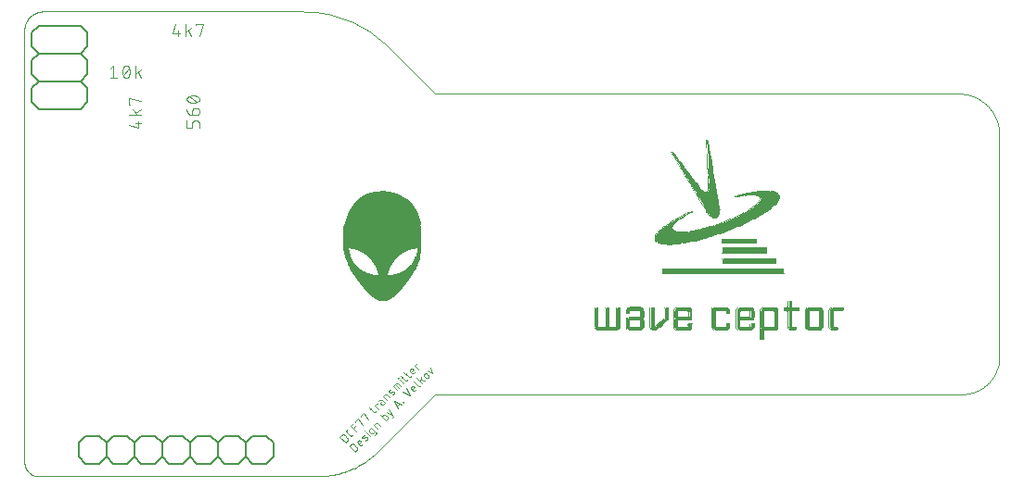
<source format=gto>
G75*
%MOIN*%
%OFA0B0*%
%FSLAX25Y25*%
%IPPOS*%
%LPD*%
%AMOC8*
5,1,8,0,0,1.08239X$1,22.5*
%
%ADD10C,0.00000*%
%ADD11R,0.01181X0.00295*%
%ADD12R,0.00295X0.00295*%
%ADD13R,0.07382X0.00295*%
%ADD14R,0.04724X0.00295*%
%ADD15R,0.05020X0.00295*%
%ADD16R,0.04429X0.00295*%
%ADD17R,0.02067X0.00295*%
%ADD18R,0.01772X0.00295*%
%ADD19R,0.07972X0.00295*%
%ADD20R,0.05315X0.00295*%
%ADD21R,0.05610X0.00295*%
%ADD22R,0.05906X0.00295*%
%ADD23R,0.02362X0.00295*%
%ADD24R,0.08563X0.00295*%
%ADD25R,0.06201X0.00295*%
%ADD26R,0.02657X0.00295*%
%ADD27R,0.08858X0.00295*%
%ADD28R,0.03248X0.00295*%
%ADD29R,0.02953X0.00295*%
%ADD30R,0.01476X0.00295*%
%ADD31R,0.03839X0.00295*%
%ADD32R,0.03543X0.00295*%
%ADD33R,0.00886X0.00295*%
%ADD34R,0.00591X0.00295*%
%ADD35R,0.04134X0.00295*%
%ADD36R,0.43701X0.00295*%
%ADD37R,0.43406X0.00295*%
%ADD38R,0.19488X0.00295*%
%ADD39R,0.19193X0.00295*%
%ADD40R,0.18898X0.00295*%
%ADD41R,0.15059X0.00295*%
%ADD42R,0.15945X0.00295*%
%ADD43R,0.16240X0.00295*%
%ADD44R,0.12402X0.00295*%
%ADD45R,0.10630X0.00295*%
%ADD46R,0.14173X0.00295*%
%ADD47R,0.15354X0.00295*%
%ADD48R,0.16535X0.00295*%
%ADD49R,0.17717X0.00295*%
%ADD50R,0.18602X0.00295*%
%ADD51R,0.20374X0.00295*%
%ADD52R,0.21260X0.00295*%
%ADD53R,0.21850X0.00295*%
%ADD54R,0.22441X0.00295*%
%ADD55R,0.23327X0.00295*%
%ADD56R,0.06496X0.00295*%
%ADD57R,0.12992X0.00295*%
%ADD58R,0.11811X0.00295*%
%ADD59R,0.11220X0.00295*%
%ADD60R,0.10335X0.00295*%
%ADD61R,0.09744X0.00295*%
%ADD62R,0.09449X0.00295*%
%ADD63R,0.08268X0.00295*%
%ADD64R,0.07087X0.00295*%
%ADD65R,0.06791X0.00295*%
%ADD66R,0.07677X0.00295*%
%ADD67R,0.10039X0.00295*%
%ADD68R,0.00945X0.00020*%
%ADD69R,0.01319X0.00020*%
%ADD70R,0.01614X0.00020*%
%ADD71R,0.01850X0.00020*%
%ADD72R,0.02028X0.00020*%
%ADD73R,0.02165X0.00020*%
%ADD74R,0.02283X0.00020*%
%ADD75R,0.02461X0.00020*%
%ADD76R,0.02618X0.00020*%
%ADD77R,0.02776X0.00020*%
%ADD78R,0.02913X0.00020*%
%ADD79R,0.03051X0.00020*%
%ADD80R,0.03150X0.00020*%
%ADD81R,0.03268X0.00020*%
%ADD82R,0.03386X0.00020*%
%ADD83R,0.03504X0.00020*%
%ADD84R,0.03602X0.00020*%
%ADD85R,0.03740X0.00020*%
%ADD86R,0.03839X0.00020*%
%ADD87R,0.03976X0.00020*%
%ADD88R,0.04094X0.00020*%
%ADD89R,0.04213X0.00020*%
%ADD90R,0.04350X0.00020*%
%ADD91R,0.04429X0.00020*%
%ADD92R,0.04508X0.00020*%
%ADD93R,0.04606X0.00020*%
%ADD94R,0.04685X0.00020*%
%ADD95R,0.04764X0.00020*%
%ADD96R,0.04843X0.00020*%
%ADD97R,0.04921X0.00020*%
%ADD98R,0.05000X0.00020*%
%ADD99R,0.05079X0.00020*%
%ADD100R,0.05157X0.00020*%
%ADD101R,0.05236X0.00020*%
%ADD102R,0.05295X0.00020*%
%ADD103R,0.05374X0.00020*%
%ADD104R,0.05433X0.00020*%
%ADD105R,0.05512X0.00020*%
%ADD106R,0.05591X0.00020*%
%ADD107R,0.05669X0.00020*%
%ADD108R,0.05709X0.00020*%
%ADD109R,0.05787X0.00020*%
%ADD110R,0.05866X0.00020*%
%ADD111R,0.05925X0.00020*%
%ADD112R,0.06004X0.00020*%
%ADD113R,0.06063X0.00020*%
%ADD114R,0.06122X0.00020*%
%ADD115R,0.06181X0.00020*%
%ADD116R,0.06240X0.00020*%
%ADD117R,0.06280X0.00020*%
%ADD118R,0.06358X0.00020*%
%ADD119R,0.06398X0.00020*%
%ADD120R,0.06457X0.00020*%
%ADD121R,0.06516X0.00020*%
%ADD122R,0.06575X0.00020*%
%ADD123R,0.06634X0.00020*%
%ADD124R,0.06673X0.00020*%
%ADD125R,0.06752X0.00020*%
%ADD126R,0.06791X0.00020*%
%ADD127R,0.06831X0.00020*%
%ADD128R,0.06870X0.00020*%
%ADD129R,0.06929X0.00020*%
%ADD130R,0.06988X0.00020*%
%ADD131R,0.07028X0.00020*%
%ADD132R,0.07087X0.00020*%
%ADD133R,0.07146X0.00020*%
%ADD134R,0.07205X0.00020*%
%ADD135R,0.07244X0.00020*%
%ADD136R,0.07283X0.00020*%
%ADD137R,0.07343X0.00020*%
%ADD138R,0.07402X0.00020*%
%ADD139R,0.07441X0.00020*%
%ADD140R,0.07500X0.00020*%
%ADD141R,0.07559X0.00020*%
%ADD142R,0.07598X0.00020*%
%ADD143R,0.07657X0.00020*%
%ADD144R,0.07717X0.00020*%
%ADD145R,0.07776X0.00020*%
%ADD146R,0.07815X0.00020*%
%ADD147R,0.07854X0.00020*%
%ADD148R,0.07913X0.00020*%
%ADD149R,0.07972X0.00020*%
%ADD150R,0.08012X0.00020*%
%ADD151R,0.08051X0.00020*%
%ADD152R,0.08130X0.00020*%
%ADD153R,0.08169X0.00020*%
%ADD154R,0.08209X0.00020*%
%ADD155R,0.08268X0.00020*%
%ADD156R,0.08327X0.00020*%
%ADD157R,0.08366X0.00020*%
%ADD158R,0.08406X0.00020*%
%ADD159R,0.08445X0.00020*%
%ADD160R,0.08504X0.00020*%
%ADD161R,0.08543X0.00020*%
%ADD162R,0.08583X0.00020*%
%ADD163R,0.08642X0.00020*%
%ADD164R,0.08681X0.00020*%
%ADD165R,0.08740X0.00020*%
%ADD166R,0.08780X0.00020*%
%ADD167R,0.08819X0.00020*%
%ADD168R,0.08858X0.00020*%
%ADD169R,0.08898X0.00020*%
%ADD170R,0.08937X0.00020*%
%ADD171R,0.09016X0.00020*%
%ADD172R,0.09055X0.00020*%
%ADD173R,0.09094X0.00020*%
%ADD174R,0.09134X0.00020*%
%ADD175R,0.09173X0.00020*%
%ADD176R,0.09232X0.00020*%
%ADD177R,0.09272X0.00020*%
%ADD178R,0.09311X0.00020*%
%ADD179R,0.09350X0.00020*%
%ADD180R,0.09409X0.00020*%
%ADD181R,0.09449X0.00020*%
%ADD182R,0.09488X0.00020*%
%ADD183R,0.09528X0.00020*%
%ADD184R,0.09567X0.00020*%
%ADD185R,0.09626X0.00020*%
%ADD186R,0.09665X0.00020*%
%ADD187R,0.09705X0.00020*%
%ADD188R,0.09744X0.00020*%
%ADD189R,0.09783X0.00020*%
%ADD190R,0.09823X0.00020*%
%ADD191R,0.09862X0.00020*%
%ADD192R,0.09902X0.00020*%
%ADD193R,0.09941X0.00020*%
%ADD194R,0.09980X0.00020*%
%ADD195R,0.10020X0.00020*%
%ADD196R,0.10059X0.00020*%
%ADD197R,0.10098X0.00020*%
%ADD198R,0.10138X0.00020*%
%ADD199R,0.10177X0.00020*%
%ADD200R,0.10217X0.00020*%
%ADD201R,0.10236X0.00020*%
%ADD202R,0.10276X0.00020*%
%ADD203R,0.10315X0.00020*%
%ADD204R,0.10354X0.00020*%
%ADD205R,0.10394X0.00020*%
%ADD206R,0.10433X0.00020*%
%ADD207R,0.10472X0.00020*%
%ADD208R,0.10512X0.00020*%
%ADD209R,0.10551X0.00020*%
%ADD210R,0.10591X0.00020*%
%ADD211R,0.10630X0.00020*%
%ADD212R,0.10669X0.00020*%
%ADD213R,0.10709X0.00020*%
%ADD214R,0.10748X0.00020*%
%ADD215R,0.10787X0.00020*%
%ADD216R,0.10827X0.00020*%
%ADD217R,0.10866X0.00020*%
%ADD218R,0.10906X0.00020*%
%ADD219R,0.10945X0.00020*%
%ADD220R,0.10984X0.00020*%
%ADD221R,0.11024X0.00020*%
%ADD222R,0.11063X0.00020*%
%ADD223R,0.11102X0.00020*%
%ADD224R,0.11142X0.00020*%
%ADD225R,0.11181X0.00020*%
%ADD226R,0.11220X0.00020*%
%ADD227R,0.11260X0.00020*%
%ADD228R,0.11299X0.00020*%
%ADD229R,0.11339X0.00020*%
%ADD230R,0.11358X0.00020*%
%ADD231R,0.11398X0.00020*%
%ADD232R,0.11437X0.00020*%
%ADD233R,0.11476X0.00020*%
%ADD234R,0.11516X0.00020*%
%ADD235R,0.11555X0.00020*%
%ADD236R,0.11594X0.00020*%
%ADD237R,0.11634X0.00020*%
%ADD238R,0.11673X0.00020*%
%ADD239R,0.11713X0.00020*%
%ADD240R,0.11752X0.00020*%
%ADD241R,0.11791X0.00020*%
%ADD242R,0.11811X0.00020*%
%ADD243R,0.11850X0.00020*%
%ADD244R,0.11890X0.00020*%
%ADD245R,0.11929X0.00020*%
%ADD246R,0.11969X0.00020*%
%ADD247R,0.11988X0.00020*%
%ADD248R,0.12028X0.00020*%
%ADD249R,0.12067X0.00020*%
%ADD250R,0.12106X0.00020*%
%ADD251R,0.12146X0.00020*%
%ADD252R,0.12185X0.00020*%
%ADD253R,0.12205X0.00020*%
%ADD254R,0.12244X0.00020*%
%ADD255R,0.12283X0.00020*%
%ADD256R,0.12323X0.00020*%
%ADD257R,0.12362X0.00020*%
%ADD258R,0.12382X0.00020*%
%ADD259R,0.12402X0.00020*%
%ADD260R,0.12441X0.00020*%
%ADD261R,0.12480X0.00020*%
%ADD262R,0.12520X0.00020*%
%ADD263R,0.12559X0.00020*%
%ADD264R,0.12579X0.00020*%
%ADD265R,0.12618X0.00020*%
%ADD266R,0.12657X0.00020*%
%ADD267R,0.12697X0.00020*%
%ADD268R,0.12736X0.00020*%
%ADD269R,0.12776X0.00020*%
%ADD270R,0.12815X0.00020*%
%ADD271R,0.12854X0.00020*%
%ADD272R,0.12874X0.00020*%
%ADD273R,0.12913X0.00020*%
%ADD274R,0.12933X0.00020*%
%ADD275R,0.12972X0.00020*%
%ADD276R,0.13012X0.00020*%
%ADD277R,0.13051X0.00020*%
%ADD278R,0.13091X0.00020*%
%ADD279R,0.13110X0.00020*%
%ADD280R,0.13150X0.00020*%
%ADD281R,0.13169X0.00020*%
%ADD282R,0.13209X0.00020*%
%ADD283R,0.13248X0.00020*%
%ADD284R,0.13268X0.00020*%
%ADD285R,0.13307X0.00020*%
%ADD286R,0.13346X0.00020*%
%ADD287R,0.13386X0.00020*%
%ADD288R,0.13425X0.00020*%
%ADD289R,0.13445X0.00020*%
%ADD290R,0.13465X0.00020*%
%ADD291R,0.13504X0.00020*%
%ADD292R,0.13543X0.00020*%
%ADD293R,0.13583X0.00020*%
%ADD294R,0.13622X0.00020*%
%ADD295R,0.13642X0.00020*%
%ADD296R,0.13661X0.00020*%
%ADD297R,0.13701X0.00020*%
%ADD298R,0.13740X0.00020*%
%ADD299R,0.13760X0.00020*%
%ADD300R,0.13799X0.00020*%
%ADD301R,0.13839X0.00020*%
%ADD302R,0.13878X0.00020*%
%ADD303R,0.13917X0.00020*%
%ADD304R,0.13957X0.00020*%
%ADD305R,0.13996X0.00020*%
%ADD306R,0.14035X0.00020*%
%ADD307R,0.14075X0.00020*%
%ADD308R,0.14114X0.00020*%
%ADD309R,0.14154X0.00020*%
%ADD310R,0.14193X0.00020*%
%ADD311R,0.14213X0.00020*%
%ADD312R,0.14252X0.00020*%
%ADD313R,0.14272X0.00020*%
%ADD314R,0.14311X0.00020*%
%ADD315R,0.14350X0.00020*%
%ADD316R,0.14370X0.00020*%
%ADD317R,0.14409X0.00020*%
%ADD318R,0.14449X0.00020*%
%ADD319R,0.14469X0.00020*%
%ADD320R,0.14508X0.00020*%
%ADD321R,0.14528X0.00020*%
%ADD322R,0.14567X0.00020*%
%ADD323R,0.14606X0.00020*%
%ADD324R,0.14626X0.00020*%
%ADD325R,0.14646X0.00020*%
%ADD326R,0.14685X0.00020*%
%ADD327R,0.14724X0.00020*%
%ADD328R,0.14764X0.00020*%
%ADD329R,0.14803X0.00020*%
%ADD330R,0.14843X0.00020*%
%ADD331R,0.14882X0.00020*%
%ADD332R,0.14921X0.00020*%
%ADD333R,0.14941X0.00020*%
%ADD334R,0.14961X0.00020*%
%ADD335R,0.15000X0.00020*%
%ADD336R,0.15039X0.00020*%
%ADD337R,0.15079X0.00020*%
%ADD338R,0.15118X0.00020*%
%ADD339R,0.15157X0.00020*%
%ADD340R,0.15197X0.00020*%
%ADD341R,0.15236X0.00020*%
%ADD342R,0.15276X0.00020*%
%ADD343R,0.15315X0.00020*%
%ADD344R,0.15354X0.00020*%
%ADD345R,0.15394X0.00020*%
%ADD346R,0.15433X0.00020*%
%ADD347R,0.15472X0.00020*%
%ADD348R,0.15512X0.00020*%
%ADD349R,0.15551X0.00020*%
%ADD350R,0.15591X0.00020*%
%ADD351R,0.15630X0.00020*%
%ADD352R,0.15650X0.00020*%
%ADD353R,0.15669X0.00020*%
%ADD354R,0.15709X0.00020*%
%ADD355R,0.15748X0.00020*%
%ADD356R,0.15768X0.00020*%
%ADD357R,0.15807X0.00020*%
%ADD358R,0.15846X0.00020*%
%ADD359R,0.15866X0.00020*%
%ADD360R,0.15886X0.00020*%
%ADD361R,0.15925X0.00020*%
%ADD362R,0.15965X0.00020*%
%ADD363R,0.16004X0.00020*%
%ADD364R,0.16043X0.00020*%
%ADD365R,0.16063X0.00020*%
%ADD366R,0.16083X0.00020*%
%ADD367R,0.16122X0.00020*%
%ADD368R,0.16161X0.00020*%
%ADD369R,0.16181X0.00020*%
%ADD370R,0.16220X0.00020*%
%ADD371R,0.16260X0.00020*%
%ADD372R,0.16280X0.00020*%
%ADD373R,0.16299X0.00020*%
%ADD374R,0.16339X0.00020*%
%ADD375R,0.16378X0.00020*%
%ADD376R,0.16398X0.00020*%
%ADD377R,0.16417X0.00020*%
%ADD378R,0.16457X0.00020*%
%ADD379R,0.16476X0.00020*%
%ADD380R,0.16516X0.00020*%
%ADD381R,0.16555X0.00020*%
%ADD382R,0.16575X0.00020*%
%ADD383R,0.16594X0.00020*%
%ADD384R,0.16634X0.00020*%
%ADD385R,0.16673X0.00020*%
%ADD386R,0.16713X0.00020*%
%ADD387R,0.16752X0.00020*%
%ADD388R,0.16772X0.00020*%
%ADD389R,0.16791X0.00020*%
%ADD390R,0.16831X0.00020*%
%ADD391R,0.16850X0.00020*%
%ADD392R,0.16890X0.00020*%
%ADD393R,0.16909X0.00020*%
%ADD394R,0.16949X0.00020*%
%ADD395R,0.16969X0.00020*%
%ADD396R,0.17008X0.00020*%
%ADD397R,0.17028X0.00020*%
%ADD398R,0.17047X0.00020*%
%ADD399R,0.17087X0.00020*%
%ADD400R,0.17126X0.00020*%
%ADD401R,0.17165X0.00020*%
%ADD402R,0.17205X0.00020*%
%ADD403R,0.17244X0.00020*%
%ADD404R,0.17283X0.00020*%
%ADD405R,0.17323X0.00020*%
%ADD406R,0.17362X0.00020*%
%ADD407R,0.17402X0.00020*%
%ADD408R,0.17441X0.00020*%
%ADD409R,0.17480X0.00020*%
%ADD410R,0.17520X0.00020*%
%ADD411R,0.17559X0.00020*%
%ADD412R,0.17598X0.00020*%
%ADD413R,0.17638X0.00020*%
%ADD414R,0.17677X0.00020*%
%ADD415R,0.17717X0.00020*%
%ADD416R,0.17756X0.00020*%
%ADD417R,0.17795X0.00020*%
%ADD418R,0.17835X0.00020*%
%ADD419R,0.17854X0.00020*%
%ADD420R,0.17874X0.00020*%
%ADD421R,0.17913X0.00020*%
%ADD422R,0.17933X0.00020*%
%ADD423R,0.17972X0.00020*%
%ADD424R,0.17992X0.00020*%
%ADD425R,0.18012X0.00020*%
%ADD426R,0.18051X0.00020*%
%ADD427R,0.18071X0.00020*%
%ADD428R,0.18091X0.00020*%
%ADD429R,0.18130X0.00020*%
%ADD430R,0.18150X0.00020*%
%ADD431R,0.18189X0.00020*%
%ADD432R,0.18209X0.00020*%
%ADD433R,0.18228X0.00020*%
%ADD434R,0.18268X0.00020*%
%ADD435R,0.18307X0.00020*%
%ADD436R,0.18327X0.00020*%
%ADD437R,0.18346X0.00020*%
%ADD438R,0.18386X0.00020*%
%ADD439R,0.18425X0.00020*%
%ADD440R,0.18445X0.00020*%
%ADD441R,0.18465X0.00020*%
%ADD442R,0.18504X0.00020*%
%ADD443R,0.18543X0.00020*%
%ADD444R,0.18583X0.00020*%
%ADD445R,0.18622X0.00020*%
%ADD446R,0.18661X0.00020*%
%ADD447R,0.18701X0.00020*%
%ADD448R,0.18740X0.00020*%
%ADD449R,0.18760X0.00020*%
%ADD450R,0.18780X0.00020*%
%ADD451R,0.18819X0.00020*%
%ADD452R,0.18858X0.00020*%
%ADD453R,0.18878X0.00020*%
%ADD454R,0.18898X0.00020*%
%ADD455R,0.18937X0.00020*%
%ADD456R,0.18957X0.00020*%
%ADD457R,0.18996X0.00020*%
%ADD458R,0.19016X0.00020*%
%ADD459R,0.19035X0.00020*%
%ADD460R,0.19075X0.00020*%
%ADD461R,0.19114X0.00020*%
%ADD462R,0.19154X0.00020*%
%ADD463R,0.19193X0.00020*%
%ADD464R,0.19213X0.00020*%
%ADD465R,0.19232X0.00020*%
%ADD466R,0.19272X0.00020*%
%ADD467R,0.19291X0.00020*%
%ADD468R,0.19331X0.00020*%
%ADD469R,0.19350X0.00020*%
%ADD470R,0.19370X0.00020*%
%ADD471R,0.19409X0.00020*%
%ADD472R,0.19449X0.00020*%
%ADD473R,0.19488X0.00020*%
%ADD474R,0.19528X0.00020*%
%ADD475R,0.19547X0.00020*%
%ADD476R,0.19567X0.00020*%
%ADD477R,0.19606X0.00020*%
%ADD478R,0.19626X0.00020*%
%ADD479R,0.19665X0.00020*%
%ADD480R,0.19685X0.00020*%
%ADD481R,0.19705X0.00020*%
%ADD482R,0.19744X0.00020*%
%ADD483R,0.19764X0.00020*%
%ADD484R,0.19783X0.00020*%
%ADD485R,0.19823X0.00020*%
%ADD486R,0.19862X0.00020*%
%ADD487R,0.19902X0.00020*%
%ADD488R,0.19941X0.00020*%
%ADD489R,0.19980X0.00020*%
%ADD490R,0.20020X0.00020*%
%ADD491R,0.20059X0.00020*%
%ADD492R,0.20098X0.00020*%
%ADD493R,0.20118X0.00020*%
%ADD494R,0.20138X0.00020*%
%ADD495R,0.20177X0.00020*%
%ADD496R,0.20197X0.00020*%
%ADD497R,0.20217X0.00020*%
%ADD498R,0.20256X0.00020*%
%ADD499R,0.08307X0.00020*%
%ADD500R,0.02953X0.00020*%
%ADD501R,0.08071X0.00020*%
%ADD502R,0.08189X0.00020*%
%ADD503R,0.02933X0.00020*%
%ADD504R,0.08110X0.00020*%
%ADD505R,0.07835X0.00020*%
%ADD506R,0.07618X0.00020*%
%ADD507R,0.07638X0.00020*%
%ADD508R,0.07520X0.00020*%
%ADD509R,0.02972X0.00020*%
%ADD510R,0.07303X0.00020*%
%ADD511R,0.07106X0.00020*%
%ADD512R,0.07224X0.00020*%
%ADD513R,0.06969X0.00020*%
%ADD514R,0.07165X0.00020*%
%ADD515R,0.02992X0.00020*%
%ADD516R,0.06949X0.00020*%
%ADD517R,0.07126X0.00020*%
%ADD518R,0.03012X0.00020*%
%ADD519R,0.06909X0.00020*%
%ADD520R,0.06732X0.00020*%
%ADD521R,0.06654X0.00020*%
%ADD522R,0.06850X0.00020*%
%ADD523R,0.03071X0.00020*%
%ADD524R,0.03091X0.00020*%
%ADD525R,0.06594X0.00020*%
%ADD526R,0.06437X0.00020*%
%ADD527R,0.06555X0.00020*%
%ADD528R,0.06339X0.00020*%
%ADD529R,0.06535X0.00020*%
%ADD530R,0.06299X0.00020*%
%ADD531R,0.03110X0.00020*%
%ADD532R,0.06319X0.00020*%
%ADD533R,0.06083X0.00020*%
%ADD534R,0.03130X0.00020*%
%ADD535R,0.06043X0.00020*%
%ADD536R,0.06161X0.00020*%
%ADD537R,0.05945X0.00020*%
%ADD538R,0.05906X0.00020*%
%ADD539R,0.06102X0.00020*%
%ADD540R,0.03169X0.00020*%
%ADD541R,0.05886X0.00020*%
%ADD542R,0.03189X0.00020*%
%ADD543R,0.05827X0.00020*%
%ADD544R,0.03209X0.00020*%
%ADD545R,0.05728X0.00020*%
%ADD546R,0.03228X0.00020*%
%ADD547R,0.05689X0.00020*%
%ADD548R,0.05846X0.00020*%
%ADD549R,0.03248X0.00020*%
%ADD550R,0.05630X0.00020*%
%ADD551R,0.05748X0.00020*%
%ADD552R,0.05551X0.00020*%
%ADD553R,0.05492X0.00020*%
%ADD554R,0.05650X0.00020*%
%ADD555R,0.05453X0.00020*%
%ADD556R,0.05571X0.00020*%
%ADD557R,0.05354X0.00020*%
%ADD558R,0.03287X0.00020*%
%ADD559R,0.05335X0.00020*%
%ADD560R,0.05531X0.00020*%
%ADD561R,0.05315X0.00020*%
%ADD562R,0.05472X0.00020*%
%ADD563R,0.03307X0.00020*%
%ADD564R,0.05256X0.00020*%
%ADD565R,0.05413X0.00020*%
%ADD566R,0.03327X0.00020*%
%ADD567R,0.05197X0.00020*%
%ADD568R,0.05394X0.00020*%
%ADD569R,0.03366X0.00020*%
%ADD570R,0.05098X0.00020*%
%ADD571R,0.05039X0.00020*%
%ADD572R,0.03406X0.00020*%
%ADD573R,0.05020X0.00020*%
%ADD574R,0.05217X0.00020*%
%ADD575R,0.05177X0.00020*%
%ADD576R,0.04941X0.00020*%
%ADD577R,0.05118X0.00020*%
%ADD578R,0.04902X0.00020*%
%ADD579R,0.03425X0.00020*%
%ADD580R,0.05059X0.00020*%
%ADD581R,0.04862X0.00020*%
%ADD582R,0.03445X0.00020*%
%ADD583R,0.04803X0.00020*%
%ADD584R,0.04961X0.00020*%
%ADD585R,0.03465X0.00020*%
%ADD586R,0.03484X0.00020*%
%ADD587R,0.04744X0.00020*%
%ADD588R,0.03524X0.00020*%
%ADD589R,0.04665X0.00020*%
%ADD590R,0.04646X0.00020*%
%ADD591R,0.04823X0.00020*%
%ADD592R,0.03543X0.00020*%
%ADD593R,0.03563X0.00020*%
%ADD594R,0.04547X0.00020*%
%ADD595R,0.04724X0.00020*%
%ADD596R,0.04528X0.00020*%
%ADD597R,0.03583X0.00020*%
%ADD598R,0.04488X0.00020*%
%ADD599R,0.04587X0.00020*%
%ADD600R,0.03622X0.00020*%
%ADD601R,0.04409X0.00020*%
%ADD602R,0.04567X0.00020*%
%ADD603R,0.03642X0.00020*%
%ADD604R,0.04390X0.00020*%
%ADD605R,0.03661X0.00020*%
%ADD606R,0.04370X0.00020*%
%ADD607R,0.03681X0.00020*%
%ADD608R,0.04311X0.00020*%
%ADD609R,0.04469X0.00020*%
%ADD610R,0.04291X0.00020*%
%ADD611R,0.03701X0.00020*%
%ADD612R,0.04272X0.00020*%
%ADD613R,0.03720X0.00020*%
%ADD614R,0.04193X0.00020*%
%ADD615R,0.04331X0.00020*%
%ADD616R,0.04154X0.00020*%
%ADD617R,0.03760X0.00020*%
%ADD618R,0.04114X0.00020*%
%ADD619R,0.03780X0.00020*%
%ADD620R,0.03799X0.00020*%
%ADD621R,0.04075X0.00020*%
%ADD622R,0.04252X0.00020*%
%ADD623R,0.03819X0.00020*%
%ADD624R,0.04055X0.00020*%
%ADD625R,0.04035X0.00020*%
%ADD626R,0.04016X0.00020*%
%ADD627R,0.03858X0.00020*%
%ADD628R,0.03996X0.00020*%
%ADD629R,0.04134X0.00020*%
%ADD630R,0.03937X0.00020*%
%ADD631R,0.03878X0.00020*%
%ADD632R,0.03917X0.00020*%
%ADD633R,0.03898X0.00020*%
%ADD634R,0.03957X0.00020*%
%ADD635R,0.04173X0.00020*%
%ADD636R,0.04232X0.00020*%
%ADD637R,0.03346X0.00020*%
%ADD638R,0.04449X0.00020*%
%ADD639R,0.04626X0.00020*%
%ADD640R,0.03031X0.00020*%
%ADD641R,0.04705X0.00020*%
%ADD642R,0.04783X0.00020*%
%ADD643R,0.02894X0.00020*%
%ADD644R,0.04882X0.00020*%
%ADD645R,0.02874X0.00020*%
%ADD646R,0.02854X0.00020*%
%ADD647R,0.02835X0.00020*%
%ADD648R,0.02815X0.00020*%
%ADD649R,0.04980X0.00020*%
%ADD650R,0.02795X0.00020*%
%ADD651R,0.02756X0.00020*%
%ADD652R,0.02736X0.00020*%
%ADD653R,0.05138X0.00020*%
%ADD654R,0.02717X0.00020*%
%ADD655R,0.02697X0.00020*%
%ADD656R,0.02677X0.00020*%
%ADD657R,0.02657X0.00020*%
%ADD658R,0.02638X0.00020*%
%ADD659R,0.02598X0.00020*%
%ADD660R,0.02579X0.00020*%
%ADD661R,0.02559X0.00020*%
%ADD662R,0.02539X0.00020*%
%ADD663R,0.02520X0.00020*%
%ADD664R,0.02500X0.00020*%
%ADD665R,0.05610X0.00020*%
%ADD666R,0.02480X0.00020*%
%ADD667R,0.02441X0.00020*%
%ADD668R,0.02421X0.00020*%
%ADD669R,0.05768X0.00020*%
%ADD670R,0.02402X0.00020*%
%ADD671R,0.05807X0.00020*%
%ADD672R,0.02382X0.00020*%
%ADD673R,0.02362X0.00020*%
%ADD674R,0.02343X0.00020*%
%ADD675R,0.05965X0.00020*%
%ADD676R,0.05984X0.00020*%
%ADD677R,0.02323X0.00020*%
%ADD678R,0.06024X0.00020*%
%ADD679R,0.02303X0.00020*%
%ADD680R,0.06142X0.00020*%
%ADD681R,0.02264X0.00020*%
%ADD682R,0.06201X0.00020*%
%ADD683R,0.06220X0.00020*%
%ADD684R,0.02244X0.00020*%
%ADD685R,0.06260X0.00020*%
%ADD686R,0.02224X0.00020*%
%ADD687R,0.02205X0.00020*%
%ADD688R,0.02185X0.00020*%
%ADD689R,0.06417X0.00020*%
%ADD690R,0.06476X0.00020*%
%ADD691R,0.06496X0.00020*%
%ADD692R,0.02146X0.00020*%
%ADD693R,0.02126X0.00020*%
%ADD694R,0.06614X0.00020*%
%ADD695R,0.02106X0.00020*%
%ADD696R,0.06693X0.00020*%
%ADD697R,0.06713X0.00020*%
%ADD698R,0.02087X0.00020*%
%ADD699R,0.02067X0.00020*%
%ADD700R,0.02047X0.00020*%
%ADD701R,0.06890X0.00020*%
%ADD702R,0.07008X0.00020*%
%ADD703R,0.07047X0.00020*%
%ADD704R,0.07067X0.00020*%
%ADD705R,0.02008X0.00020*%
%ADD706R,0.07185X0.00020*%
%ADD707R,0.07264X0.00020*%
%ADD708R,0.01988X0.00020*%
%ADD709R,0.07323X0.00020*%
%ADD710R,0.01969X0.00020*%
%ADD711R,0.07362X0.00020*%
%ADD712R,0.01949X0.00020*%
%ADD713R,0.07461X0.00020*%
%ADD714R,0.07539X0.00020*%
%ADD715R,0.07579X0.00020*%
%ADD716R,0.01929X0.00020*%
%ADD717R,0.01909X0.00020*%
%ADD718R,0.07677X0.00020*%
%ADD719R,0.07736X0.00020*%
%ADD720R,0.01890X0.00020*%
%ADD721R,0.07795X0.00020*%
%ADD722R,0.01870X0.00020*%
%ADD723R,0.07894X0.00020*%
%ADD724R,0.07933X0.00020*%
%ADD725R,0.07953X0.00020*%
%ADD726R,0.08091X0.00020*%
%ADD727R,0.01831X0.00020*%
%ADD728R,0.08228X0.00020*%
%ADD729R,0.08248X0.00020*%
%ADD730R,0.08287X0.00020*%
%ADD731R,0.08346X0.00020*%
%ADD732R,0.01811X0.00020*%
%ADD733R,0.08484X0.00020*%
%ADD734R,0.08524X0.00020*%
%ADD735R,0.01791X0.00020*%
%ADD736R,0.08622X0.00020*%
%ADD737R,0.08661X0.00020*%
%ADD738R,0.01772X0.00020*%
%ADD739R,0.08720X0.00020*%
%ADD740R,0.08839X0.00020*%
%ADD741R,0.08878X0.00020*%
%ADD742R,0.01752X0.00020*%
%ADD743R,0.08917X0.00020*%
%ADD744R,0.08957X0.00020*%
%ADD745R,0.08996X0.00020*%
%ADD746R,0.01732X0.00020*%
%ADD747R,0.09035X0.00020*%
%ADD748R,0.09114X0.00020*%
%ADD749R,0.09154X0.00020*%
%ADD750R,0.09193X0.00020*%
%ADD751R,0.01713X0.00020*%
%ADD752R,0.09291X0.00020*%
%ADD753R,0.09331X0.00020*%
%ADD754R,0.09370X0.00020*%
%ADD755R,0.09429X0.00020*%
%ADD756R,0.09469X0.00020*%
%ADD757R,0.01693X0.00020*%
%ADD758R,0.09508X0.00020*%
%ADD759R,0.09547X0.00020*%
%ADD760R,0.09587X0.00020*%
%ADD761R,0.01673X0.00020*%
%ADD762R,0.01654X0.00020*%
%ADD763R,0.10039X0.00020*%
%ADD764R,0.10079X0.00020*%
%ADD765R,0.10197X0.00020*%
%ADD766R,0.01634X0.00020*%
%ADD767R,0.10256X0.00020*%
%ADD768R,0.10295X0.00020*%
%ADD769R,0.10335X0.00020*%
%ADD770R,0.10374X0.00020*%
%ADD771R,0.10413X0.00020*%
%ADD772R,0.10453X0.00020*%
%ADD773R,0.10492X0.00020*%
%ADD774R,0.10531X0.00020*%
%ADD775R,0.10571X0.00020*%
%ADD776R,0.01594X0.00020*%
%ADD777R,0.10650X0.00020*%
%ADD778R,0.10689X0.00020*%
%ADD779R,0.01575X0.00020*%
%ADD780R,0.10807X0.00020*%
%ADD781R,0.10925X0.00020*%
%ADD782R,0.10965X0.00020*%
%ADD783R,0.11004X0.00020*%
%ADD784R,0.11043X0.00020*%
%ADD785R,0.01555X0.00020*%
%ADD786R,0.11122X0.00020*%
%ADD787R,0.11240X0.00020*%
%ADD788R,0.01535X0.00020*%
%ADD789R,0.11378X0.00020*%
%ADD790R,0.11417X0.00020*%
%ADD791R,0.11654X0.00020*%
%ADD792R,0.11693X0.00020*%
%ADD793R,0.01516X0.00020*%
%ADD794R,0.11949X0.00020*%
%ADD795R,0.12008X0.00020*%
%ADD796R,0.12087X0.00020*%
%ADD797R,0.12264X0.00020*%
%ADD798R,0.12303X0.00020*%
%ADD799R,0.12343X0.00020*%
%ADD800R,0.01496X0.00020*%
%ADD801R,0.12461X0.00020*%
%ADD802R,0.12500X0.00020*%
%ADD803R,0.12539X0.00020*%
%ADD804R,0.01476X0.00020*%
%ADD805R,0.12638X0.00020*%
%ADD806R,0.12677X0.00020*%
%ADD807R,0.12717X0.00020*%
%ADD808R,0.12835X0.00020*%
%ADD809R,0.12894X0.00020*%
%ADD810R,0.01457X0.00020*%
%ADD811R,0.13071X0.00020*%
%ADD812R,0.13228X0.00020*%
%ADD813R,0.13287X0.00020*%
%ADD814R,0.13327X0.00020*%
%ADD815R,0.13366X0.00020*%
%ADD816R,0.13524X0.00020*%
%ADD817R,0.13563X0.00020*%
%ADD818R,0.13858X0.00020*%
%ADD819R,0.01437X0.00020*%
%ADD820R,0.13937X0.00020*%
%ADD821R,0.14016X0.00020*%
%ADD822R,0.14291X0.00020*%
%ADD823R,0.14547X0.00020*%
%ADD824R,0.14783X0.00020*%
%ADD825R,0.14823X0.00020*%
%ADD826R,0.15059X0.00020*%
%ADD827R,0.15098X0.00020*%
%ADD828R,0.01417X0.00020*%
%ADD829R,0.15177X0.00020*%
%ADD830R,0.15335X0.00020*%
%ADD831R,0.01398X0.00020*%
%ADD832R,0.15374X0.00020*%
%ADD833R,0.15492X0.00020*%
%ADD834R,0.15571X0.00020*%
%ADD835R,0.15689X0.00020*%
%ADD836R,0.15787X0.00020*%
%ADD837R,0.15984X0.00020*%
%ADD838R,0.16102X0.00020*%
%ADD839R,0.16240X0.00020*%
%ADD840R,0.16870X0.00020*%
%ADD841R,0.16988X0.00020*%
%ADD842R,0.17146X0.00020*%
%ADD843R,0.17264X0.00020*%
%ADD844R,0.17343X0.00020*%
%ADD845R,0.17500X0.00020*%
%ADD846R,0.17579X0.00020*%
%ADD847R,0.17736X0.00020*%
%ADD848R,0.17894X0.00020*%
%ADD849R,0.17953X0.00020*%
%ADD850R,0.18031X0.00020*%
%ADD851R,0.18366X0.00020*%
%ADD852R,0.19843X0.00020*%
%ADD853R,0.01378X0.00020*%
%ADD854R,0.20039X0.00020*%
%ADD855R,0.20295X0.00020*%
%ADD856R,0.20394X0.00020*%
%ADD857R,0.20630X0.00020*%
%ADD858R,0.20787X0.00020*%
%ADD859R,0.20866X0.00020*%
%ADD860R,0.20984X0.00020*%
%ADD861R,0.21280X0.00020*%
%ADD862R,0.21437X0.00020*%
%ADD863R,0.21535X0.00020*%
%ADD864R,0.21654X0.00020*%
%ADD865R,0.22028X0.00020*%
%ADD866R,0.22185X0.00020*%
%ADD867R,0.22283X0.00020*%
%ADD868R,0.22441X0.00020*%
%ADD869R,0.22933X0.00020*%
%ADD870R,0.23110X0.00020*%
%ADD871R,0.23209X0.00020*%
%ADD872R,0.23484X0.00020*%
%ADD873R,0.24311X0.00020*%
%ADD874R,0.24567X0.00020*%
%ADD875R,0.28012X0.00020*%
%ADD876R,0.28031X0.00020*%
%ADD877R,0.28051X0.00020*%
%ADD878R,0.28071X0.00020*%
%ADD879R,0.28091X0.00020*%
%ADD880R,0.28110X0.00020*%
%ADD881R,0.28130X0.00020*%
%ADD882R,0.28150X0.00020*%
%ADD883R,0.28169X0.00020*%
%ADD884R,0.28209X0.00020*%
%ADD885R,0.28228X0.00020*%
%ADD886R,0.28248X0.00020*%
%ADD887R,0.28268X0.00020*%
%ADD888R,0.28287X0.00020*%
%ADD889R,0.28189X0.00020*%
%ADD890R,0.27992X0.00020*%
%ADD891R,0.27972X0.00020*%
%ADD892R,0.27933X0.00020*%
%ADD893R,0.27913X0.00020*%
%ADD894R,0.27894X0.00020*%
%ADD895R,0.27874X0.00020*%
%ADD896R,0.27854X0.00020*%
%ADD897R,0.27835X0.00020*%
%ADD898R,0.27795X0.00020*%
%ADD899R,0.27776X0.00020*%
%ADD900R,0.27756X0.00020*%
%ADD901R,0.27736X0.00020*%
%ADD902R,0.27717X0.00020*%
%ADD903R,0.27697X0.00020*%
%ADD904R,0.27677X0.00020*%
%ADD905R,0.27657X0.00020*%
%ADD906R,0.27638X0.00020*%
%ADD907R,0.27618X0.00020*%
%ADD908R,0.27598X0.00020*%
%ADD909R,0.27579X0.00020*%
%ADD910R,0.27539X0.00020*%
%ADD911R,0.27520X0.00020*%
%ADD912R,0.27500X0.00020*%
%ADD913R,0.27480X0.00020*%
%ADD914R,0.27461X0.00020*%
%ADD915R,0.27441X0.00020*%
%ADD916R,0.27421X0.00020*%
%ADD917R,0.27402X0.00020*%
%ADD918R,0.27382X0.00020*%
%ADD919R,0.27362X0.00020*%
%ADD920R,0.27343X0.00020*%
%ADD921R,0.27323X0.00020*%
%ADD922R,0.27303X0.00020*%
%ADD923R,0.27283X0.00020*%
%ADD924R,0.27264X0.00020*%
%ADD925R,0.27244X0.00020*%
%ADD926R,0.27224X0.00020*%
%ADD927R,0.27205X0.00020*%
%ADD928R,0.27185X0.00020*%
%ADD929R,0.27165X0.00020*%
%ADD930R,0.27146X0.00020*%
%ADD931R,0.27126X0.00020*%
%ADD932R,0.27106X0.00020*%
%ADD933R,0.27087X0.00020*%
%ADD934R,0.27067X0.00020*%
%ADD935R,0.27047X0.00020*%
%ADD936R,0.27008X0.00020*%
%ADD937R,0.26988X0.00020*%
%ADD938R,0.26969X0.00020*%
%ADD939R,0.26949X0.00020*%
%ADD940R,0.26929X0.00020*%
%ADD941R,0.26909X0.00020*%
%ADD942R,0.26890X0.00020*%
%ADD943R,0.26870X0.00020*%
%ADD944R,0.26850X0.00020*%
%ADD945R,0.26831X0.00020*%
%ADD946R,0.26811X0.00020*%
%ADD947R,0.26791X0.00020*%
%ADD948R,0.26772X0.00020*%
%ADD949R,0.26752X0.00020*%
%ADD950R,0.26713X0.00020*%
%ADD951R,0.26693X0.00020*%
%ADD952R,0.26673X0.00020*%
%ADD953R,0.26654X0.00020*%
%ADD954R,0.26614X0.00020*%
%ADD955R,0.26575X0.00020*%
%ADD956R,0.26555X0.00020*%
%ADD957R,0.26535X0.00020*%
%ADD958R,0.26496X0.00020*%
%ADD959R,0.26476X0.00020*%
%ADD960R,0.26457X0.00020*%
%ADD961R,0.26437X0.00020*%
%ADD962R,0.26417X0.00020*%
%ADD963R,0.26398X0.00020*%
%ADD964R,0.26378X0.00020*%
%ADD965R,0.26358X0.00020*%
%ADD966R,0.26339X0.00020*%
%ADD967R,0.26319X0.00020*%
%ADD968R,0.26280X0.00020*%
%ADD969R,0.26240X0.00020*%
%ADD970R,0.26220X0.00020*%
%ADD971R,0.26201X0.00020*%
%ADD972R,0.26181X0.00020*%
%ADD973R,0.26161X0.00020*%
%ADD974R,0.26142X0.00020*%
%ADD975R,0.26122X0.00020*%
%ADD976R,0.26102X0.00020*%
%ADD977R,0.26083X0.00020*%
%ADD978R,0.26063X0.00020*%
%ADD979R,0.26024X0.00020*%
%ADD980R,0.26004X0.00020*%
%ADD981R,0.25984X0.00020*%
%ADD982R,0.25965X0.00020*%
%ADD983R,0.25945X0.00020*%
%ADD984R,0.25925X0.00020*%
%ADD985R,0.25906X0.00020*%
%ADD986R,0.25886X0.00020*%
%ADD987R,0.25866X0.00020*%
%ADD988R,0.25846X0.00020*%
%ADD989R,0.25827X0.00020*%
%ADD990R,0.25807X0.00020*%
%ADD991R,0.25787X0.00020*%
%ADD992R,0.25768X0.00020*%
%ADD993R,0.25748X0.00020*%
%ADD994R,0.25728X0.00020*%
%ADD995R,0.25709X0.00020*%
%ADD996R,0.25689X0.00020*%
%ADD997R,0.25669X0.00020*%
%ADD998R,0.25650X0.00020*%
%ADD999R,0.25630X0.00020*%
%ADD1000R,0.25610X0.00020*%
%ADD1001R,0.25591X0.00020*%
%ADD1002R,0.25571X0.00020*%
%ADD1003R,0.25531X0.00020*%
%ADD1004R,0.25492X0.00020*%
%ADD1005R,0.25472X0.00020*%
%ADD1006R,0.25453X0.00020*%
%ADD1007R,0.25433X0.00020*%
%ADD1008R,0.25413X0.00020*%
%ADD1009R,0.25394X0.00020*%
%ADD1010R,0.25374X0.00020*%
%ADD1011R,0.25354X0.00020*%
%ADD1012R,0.25335X0.00020*%
%ADD1013R,0.25295X0.00020*%
%ADD1014R,0.25256X0.00020*%
%ADD1015R,0.25217X0.00020*%
%ADD1016R,0.25177X0.00020*%
%ADD1017R,0.25157X0.00020*%
%ADD1018R,0.25138X0.00020*%
%ADD1019R,0.25098X0.00020*%
%ADD1020R,0.25059X0.00020*%
%ADD1021R,0.25039X0.00020*%
%ADD1022R,0.25020X0.00020*%
%ADD1023R,0.25000X0.00020*%
%ADD1024R,0.24980X0.00020*%
%ADD1025R,0.24961X0.00020*%
%ADD1026R,0.24941X0.00020*%
%ADD1027R,0.24921X0.00020*%
%ADD1028R,0.24882X0.00020*%
%ADD1029R,0.24843X0.00020*%
%ADD1030R,0.24803X0.00020*%
%ADD1031R,0.24764X0.00020*%
%ADD1032R,0.24744X0.00020*%
%ADD1033R,0.24724X0.00020*%
%ADD1034R,0.24705X0.00020*%
%ADD1035R,0.24685X0.00020*%
%ADD1036R,0.24665X0.00020*%
%ADD1037R,0.24646X0.00020*%
%ADD1038R,0.24626X0.00020*%
%ADD1039R,0.24606X0.00020*%
%ADD1040R,0.24587X0.00020*%
%ADD1041R,0.24547X0.00020*%
%ADD1042R,0.24528X0.00020*%
%ADD1043R,0.24508X0.00020*%
%ADD1044R,0.24488X0.00020*%
%ADD1045R,0.24449X0.00020*%
%ADD1046R,0.24409X0.00020*%
%ADD1047R,0.24370X0.00020*%
%ADD1048R,0.24331X0.00020*%
%ADD1049R,0.24291X0.00020*%
%ADD1050R,0.24252X0.00020*%
%ADD1051R,0.24232X0.00020*%
%ADD1052R,0.24213X0.00020*%
%ADD1053R,0.24193X0.00020*%
%ADD1054R,0.24173X0.00020*%
%ADD1055R,0.24154X0.00020*%
%ADD1056R,0.24114X0.00020*%
%ADD1057R,0.24075X0.00020*%
%ADD1058R,0.24055X0.00020*%
%ADD1059R,0.24035X0.00020*%
%ADD1060R,0.24016X0.00020*%
%ADD1061R,0.23996X0.00020*%
%ADD1062R,0.23976X0.00020*%
%ADD1063R,0.23957X0.00020*%
%ADD1064R,0.23937X0.00020*%
%ADD1065R,0.23917X0.00020*%
%ADD1066R,0.23898X0.00020*%
%ADD1067R,0.23858X0.00020*%
%ADD1068R,0.23839X0.00020*%
%ADD1069R,0.23819X0.00020*%
%ADD1070R,0.23799X0.00020*%
%ADD1071R,0.23780X0.00020*%
%ADD1072R,0.23760X0.00020*%
%ADD1073R,0.23720X0.00020*%
%ADD1074R,0.23681X0.00020*%
%ADD1075R,0.23661X0.00020*%
%ADD1076R,0.23642X0.00020*%
%ADD1077R,0.23602X0.00020*%
%ADD1078R,0.23563X0.00020*%
%ADD1079R,0.23524X0.00020*%
%ADD1080R,0.23445X0.00020*%
%ADD1081R,0.23406X0.00020*%
%ADD1082R,0.23386X0.00020*%
%ADD1083R,0.23366X0.00020*%
%ADD1084R,0.23327X0.00020*%
%ADD1085R,0.23287X0.00020*%
%ADD1086R,0.23268X0.00020*%
%ADD1087R,0.23248X0.00020*%
%ADD1088R,0.23228X0.00020*%
%ADD1089R,0.23169X0.00020*%
%ADD1090R,0.23150X0.00020*%
%ADD1091R,0.23130X0.00020*%
%ADD1092R,0.23091X0.00020*%
%ADD1093R,0.23051X0.00020*%
%ADD1094R,0.23031X0.00020*%
%ADD1095R,0.23012X0.00020*%
%ADD1096R,0.22972X0.00020*%
%ADD1097R,0.22953X0.00020*%
%ADD1098R,0.22913X0.00020*%
%ADD1099R,0.22894X0.00020*%
%ADD1100R,0.22854X0.00020*%
%ADD1101R,0.22835X0.00020*%
%ADD1102R,0.22815X0.00020*%
%ADD1103R,0.22776X0.00020*%
%ADD1104R,0.22756X0.00020*%
%ADD1105R,0.22736X0.00020*%
%ADD1106R,0.22717X0.00020*%
%ADD1107R,0.22677X0.00020*%
%ADD1108R,0.22657X0.00020*%
%ADD1109R,0.22638X0.00020*%
%ADD1110R,0.22598X0.00020*%
%ADD1111R,0.22579X0.00020*%
%ADD1112R,0.22539X0.00020*%
%ADD1113R,0.22500X0.00020*%
%ADD1114R,0.22461X0.00020*%
%ADD1115R,0.22421X0.00020*%
%ADD1116R,0.22402X0.00020*%
%ADD1117R,0.22382X0.00020*%
%ADD1118R,0.22362X0.00020*%
%ADD1119R,0.22323X0.00020*%
%ADD1120R,0.22303X0.00020*%
%ADD1121R,0.22244X0.00020*%
%ADD1122R,0.22224X0.00020*%
%ADD1123R,0.22205X0.00020*%
%ADD1124R,0.22165X0.00020*%
%ADD1125R,0.22126X0.00020*%
%ADD1126R,0.22087X0.00020*%
%ADD1127R,0.22047X0.00020*%
%ADD1128R,0.22008X0.00020*%
%ADD1129R,0.21969X0.00020*%
%ADD1130R,0.21929X0.00020*%
%ADD1131R,0.21909X0.00020*%
%ADD1132R,0.21890X0.00020*%
%ADD1133R,0.21850X0.00020*%
%ADD1134R,0.21831X0.00020*%
%ADD1135R,0.21791X0.00020*%
%ADD1136R,0.21752X0.00020*%
%ADD1137R,0.21732X0.00020*%
%ADD1138R,0.21713X0.00020*%
%ADD1139R,0.21673X0.00020*%
%ADD1140R,0.21634X0.00020*%
%ADD1141R,0.21614X0.00020*%
%ADD1142R,0.21594X0.00020*%
%ADD1143R,0.21555X0.00020*%
%ADD1144R,0.21516X0.00020*%
%ADD1145R,0.21476X0.00020*%
%ADD1146R,0.21398X0.00020*%
%ADD1147R,0.21358X0.00020*%
%ADD1148R,0.21339X0.00020*%
%ADD1149R,0.21319X0.00020*%
%ADD1150R,0.21240X0.00020*%
%ADD1151R,0.21220X0.00020*%
%ADD1152R,0.21201X0.00020*%
%ADD1153R,0.21161X0.00020*%
%ADD1154R,0.21122X0.00020*%
%ADD1155R,0.21083X0.00020*%
%ADD1156R,0.21043X0.00020*%
%ADD1157R,0.21024X0.00020*%
%ADD1158R,0.21004X0.00020*%
%ADD1159R,0.20965X0.00020*%
%ADD1160R,0.20925X0.00020*%
%ADD1161R,0.20886X0.00020*%
%ADD1162R,0.20827X0.00020*%
%ADD1163R,0.20807X0.00020*%
%ADD1164R,0.20768X0.00020*%
%ADD1165R,0.20728X0.00020*%
%ADD1166R,0.20689X0.00020*%
%ADD1167R,0.20650X0.00020*%
%ADD1168R,0.20610X0.00020*%
%ADD1169R,0.20591X0.00020*%
%ADD1170R,0.20551X0.00020*%
%ADD1171R,0.20512X0.00020*%
%ADD1172R,0.20472X0.00020*%
%ADD1173R,0.20433X0.00020*%
%ADD1174R,0.20354X0.00020*%
%ADD1175R,0.20315X0.00020*%
%ADD1176R,0.20276X0.00020*%
%ADD1177R,0.20236X0.00020*%
%ADD1178R,0.20157X0.00020*%
%ADD1179R,0.20079X0.00020*%
%ADD1180R,0.20000X0.00020*%
%ADD1181R,0.19961X0.00020*%
%ADD1182R,0.19921X0.00020*%
%ADD1183R,0.19882X0.00020*%
%ADD1184R,0.19803X0.00020*%
%ADD1185R,0.19724X0.00020*%
%ADD1186R,0.19646X0.00020*%
%ADD1187R,0.19508X0.00020*%
%ADD1188R,0.19469X0.00020*%
%ADD1189R,0.19429X0.00020*%
%ADD1190R,0.19390X0.00020*%
%ADD1191R,0.19311X0.00020*%
%ADD1192R,0.19173X0.00020*%
%ADD1193R,0.19055X0.00020*%
%ADD1194R,0.18976X0.00020*%
%ADD1195R,0.18720X0.00020*%
%ADD1196R,0.18681X0.00020*%
%ADD1197R,0.18642X0.00020*%
%ADD1198R,0.18602X0.00020*%
%ADD1199R,0.18563X0.00020*%
%ADD1200R,0.18287X0.00020*%
%ADD1201R,0.18248X0.00020*%
%ADD1202R,0.18110X0.00020*%
%ADD1203R,0.17776X0.00020*%
%ADD1204R,0.17697X0.00020*%
%ADD1205R,0.17303X0.00020*%
%ADD1206R,0.17224X0.00020*%
%ADD1207R,0.17106X0.00020*%
%ADD1208R,0.17067X0.00020*%
%ADD1209R,0.16437X0.00020*%
%ADD1210R,0.16358X0.00020*%
%ADD1211R,0.15728X0.00020*%
%ADD1212R,0.15610X0.00020*%
%ADD1213R,0.15295X0.00020*%
%ADD1214R,0.15217X0.00020*%
%ADD1215R,0.15020X0.00020*%
%ADD1216R,0.14429X0.00020*%
%ADD1217R,0.14232X0.00020*%
%ADD1218R,0.13819X0.00020*%
%ADD1219R,0.13602X0.00020*%
%ADD1220R,0.13130X0.00020*%
%ADD1221R,0.12165X0.00020*%
%ADD1222R,0.11614X0.00020*%
%ADD1223R,0.10000X0.00020*%
%ADD1224R,0.09882X0.00020*%
%ADD1225R,0.09764X0.00020*%
%ADD1226R,0.09646X0.00020*%
%ADD1227R,0.08799X0.00020*%
%ADD1228R,0.08386X0.00020*%
%ADD1229R,0.08150X0.00020*%
%ADD1230R,0.07992X0.00020*%
%ADD1231R,0.06772X0.00020*%
%ADD1232C,0.00300*%
%ADD1233C,0.00400*%
%ADD1234C,0.00600*%
D10*
X0031261Y0021669D02*
X0131325Y0021669D01*
X0153242Y0030748D02*
X0173691Y0051197D01*
X0362808Y0051197D01*
X0362808Y0051196D02*
X0363138Y0051200D01*
X0363467Y0051212D01*
X0363796Y0051232D01*
X0364124Y0051260D01*
X0364452Y0051295D01*
X0364779Y0051339D01*
X0365104Y0051391D01*
X0365428Y0051450D01*
X0365751Y0051517D01*
X0366072Y0051592D01*
X0366391Y0051675D01*
X0366708Y0051765D01*
X0367023Y0051864D01*
X0367335Y0051969D01*
X0367644Y0052082D01*
X0367951Y0052203D01*
X0368255Y0052331D01*
X0368555Y0052466D01*
X0368853Y0052609D01*
X0369146Y0052758D01*
X0369436Y0052915D01*
X0369722Y0053079D01*
X0370004Y0053249D01*
X0370282Y0053426D01*
X0370556Y0053610D01*
X0370825Y0053801D01*
X0371089Y0053998D01*
X0371349Y0054201D01*
X0371603Y0054410D01*
X0371852Y0054626D01*
X0372096Y0054848D01*
X0372335Y0055075D01*
X0372568Y0055308D01*
X0372795Y0055547D01*
X0373017Y0055791D01*
X0373233Y0056040D01*
X0373442Y0056294D01*
X0373645Y0056554D01*
X0373842Y0056818D01*
X0374033Y0057087D01*
X0374217Y0057361D01*
X0374394Y0057639D01*
X0374564Y0057921D01*
X0374728Y0058207D01*
X0374885Y0058497D01*
X0375034Y0058790D01*
X0375177Y0059088D01*
X0375312Y0059388D01*
X0375440Y0059692D01*
X0375561Y0059999D01*
X0375674Y0060308D01*
X0375779Y0060620D01*
X0375878Y0060935D01*
X0375968Y0061252D01*
X0376051Y0061571D01*
X0376126Y0061892D01*
X0376193Y0062215D01*
X0376252Y0062539D01*
X0376304Y0062864D01*
X0376348Y0063191D01*
X0376383Y0063519D01*
X0376411Y0063847D01*
X0376431Y0064176D01*
X0376443Y0064505D01*
X0376447Y0064835D01*
X0376447Y0144657D01*
X0376443Y0145015D01*
X0376430Y0145372D01*
X0376408Y0145730D01*
X0376378Y0146086D01*
X0376339Y0146442D01*
X0376292Y0146797D01*
X0376236Y0147150D01*
X0376171Y0147502D01*
X0376098Y0147852D01*
X0376017Y0148201D01*
X0375927Y0148547D01*
X0375829Y0148891D01*
X0375722Y0149233D01*
X0375608Y0149572D01*
X0375485Y0149908D01*
X0375354Y0150241D01*
X0375215Y0150571D01*
X0375068Y0150897D01*
X0374913Y0151220D01*
X0374751Y0151539D01*
X0374581Y0151853D01*
X0374403Y0152164D01*
X0374218Y0152470D01*
X0374025Y0152772D01*
X0373826Y0153069D01*
X0373619Y0153361D01*
X0373405Y0153648D01*
X0373184Y0153930D01*
X0372957Y0154206D01*
X0372723Y0154477D01*
X0372482Y0154741D01*
X0372236Y0155001D01*
X0371983Y0155254D01*
X0371723Y0155500D01*
X0371459Y0155741D01*
X0371188Y0155975D01*
X0370912Y0156202D01*
X0370630Y0156423D01*
X0370343Y0156637D01*
X0370051Y0156844D01*
X0369754Y0157043D01*
X0369452Y0157236D01*
X0369146Y0157421D01*
X0368835Y0157599D01*
X0368521Y0157769D01*
X0368202Y0157931D01*
X0367879Y0158086D01*
X0367553Y0158233D01*
X0367223Y0158372D01*
X0366890Y0158503D01*
X0366554Y0158626D01*
X0366215Y0158740D01*
X0365873Y0158847D01*
X0365529Y0158945D01*
X0365183Y0159035D01*
X0364834Y0159116D01*
X0364484Y0159189D01*
X0364132Y0159254D01*
X0363779Y0159310D01*
X0363424Y0159357D01*
X0363068Y0159396D01*
X0362712Y0159426D01*
X0362354Y0159448D01*
X0361997Y0159461D01*
X0361639Y0159465D01*
X0173691Y0159465D01*
X0157002Y0176154D01*
X0126007Y0188992D02*
X0032774Y0188992D01*
X0032612Y0188990D01*
X0032449Y0188984D01*
X0032287Y0188974D01*
X0032125Y0188961D01*
X0031964Y0188943D01*
X0031803Y0188921D01*
X0031642Y0188896D01*
X0031483Y0188867D01*
X0031324Y0188834D01*
X0031166Y0188797D01*
X0031008Y0188756D01*
X0030852Y0188711D01*
X0030697Y0188663D01*
X0030543Y0188611D01*
X0030391Y0188555D01*
X0030240Y0188496D01*
X0030090Y0188433D01*
X0029942Y0188366D01*
X0029795Y0188296D01*
X0029651Y0188222D01*
X0029508Y0188145D01*
X0029367Y0188064D01*
X0029228Y0187980D01*
X0029091Y0187893D01*
X0028956Y0187802D01*
X0028823Y0187708D01*
X0028693Y0187611D01*
X0028565Y0187511D01*
X0028440Y0187408D01*
X0028317Y0187302D01*
X0028197Y0187193D01*
X0028079Y0187081D01*
X0027964Y0186966D01*
X0027852Y0186848D01*
X0027743Y0186728D01*
X0027637Y0186605D01*
X0027534Y0186480D01*
X0027434Y0186352D01*
X0027337Y0186222D01*
X0027243Y0186089D01*
X0027152Y0185954D01*
X0027065Y0185817D01*
X0026981Y0185678D01*
X0026900Y0185537D01*
X0026823Y0185394D01*
X0026749Y0185250D01*
X0026679Y0185103D01*
X0026612Y0184955D01*
X0026549Y0184805D01*
X0026490Y0184654D01*
X0026434Y0184502D01*
X0026382Y0184348D01*
X0026334Y0184193D01*
X0026289Y0184037D01*
X0026248Y0183879D01*
X0026211Y0183721D01*
X0026178Y0183562D01*
X0026149Y0183403D01*
X0026124Y0183242D01*
X0026102Y0183081D01*
X0026084Y0182920D01*
X0026071Y0182758D01*
X0026061Y0182596D01*
X0026055Y0182433D01*
X0026053Y0182271D01*
X0026053Y0026877D01*
X0026055Y0026733D01*
X0026061Y0026590D01*
X0026071Y0026447D01*
X0026085Y0026304D01*
X0026102Y0026162D01*
X0026124Y0026020D01*
X0026150Y0025879D01*
X0026179Y0025738D01*
X0026212Y0025599D01*
X0026250Y0025460D01*
X0026290Y0025322D01*
X0026335Y0025186D01*
X0026384Y0025051D01*
X0026436Y0024917D01*
X0026492Y0024785D01*
X0026551Y0024654D01*
X0026614Y0024525D01*
X0026681Y0024398D01*
X0026751Y0024273D01*
X0026824Y0024150D01*
X0026901Y0024028D01*
X0026981Y0023909D01*
X0027065Y0023793D01*
X0027151Y0023678D01*
X0027241Y0023566D01*
X0027334Y0023457D01*
X0027429Y0023350D01*
X0027528Y0023245D01*
X0027629Y0023144D01*
X0027734Y0023045D01*
X0027841Y0022950D01*
X0027950Y0022857D01*
X0028062Y0022767D01*
X0028177Y0022681D01*
X0028293Y0022597D01*
X0028412Y0022517D01*
X0028534Y0022440D01*
X0028657Y0022367D01*
X0028782Y0022297D01*
X0028909Y0022230D01*
X0029038Y0022167D01*
X0029169Y0022108D01*
X0029301Y0022052D01*
X0029435Y0022000D01*
X0029570Y0021951D01*
X0029706Y0021906D01*
X0029844Y0021866D01*
X0029983Y0021828D01*
X0030122Y0021795D01*
X0030263Y0021766D01*
X0030404Y0021740D01*
X0030546Y0021718D01*
X0030688Y0021701D01*
X0030831Y0021687D01*
X0030974Y0021677D01*
X0031117Y0021671D01*
X0031261Y0021669D01*
X0131325Y0021669D02*
X0132086Y0021678D01*
X0132846Y0021706D01*
X0133605Y0021753D01*
X0134363Y0021818D01*
X0135119Y0021902D01*
X0135873Y0022004D01*
X0136624Y0022125D01*
X0137372Y0022265D01*
X0138116Y0022422D01*
X0138856Y0022598D01*
X0139592Y0022792D01*
X0140323Y0023004D01*
X0141048Y0023233D01*
X0141767Y0023481D01*
X0142480Y0023746D01*
X0143187Y0024028D01*
X0143886Y0024328D01*
X0144577Y0024645D01*
X0145261Y0024979D01*
X0145936Y0025329D01*
X0146603Y0025696D01*
X0147260Y0026079D01*
X0147908Y0026478D01*
X0148545Y0026893D01*
X0149173Y0027323D01*
X0149789Y0027769D01*
X0150395Y0028229D01*
X0150989Y0028705D01*
X0151571Y0029195D01*
X0152141Y0029698D01*
X0152698Y0030216D01*
X0153242Y0030748D01*
X0157001Y0176154D02*
X0156255Y0176883D01*
X0155491Y0177594D01*
X0154711Y0178286D01*
X0153914Y0178960D01*
X0153102Y0179614D01*
X0152275Y0180249D01*
X0151432Y0180864D01*
X0150575Y0181459D01*
X0149704Y0182034D01*
X0148820Y0182587D01*
X0147923Y0183120D01*
X0147013Y0183630D01*
X0146092Y0184119D01*
X0145159Y0184586D01*
X0144215Y0185031D01*
X0143261Y0185453D01*
X0142298Y0185852D01*
X0141325Y0186228D01*
X0140343Y0186581D01*
X0139353Y0186911D01*
X0138356Y0187216D01*
X0137352Y0187498D01*
X0136341Y0187756D01*
X0135324Y0187990D01*
X0134302Y0188200D01*
X0133276Y0188385D01*
X0132245Y0188546D01*
X0131211Y0188682D01*
X0130173Y0188794D01*
X0129134Y0188880D01*
X0128093Y0188942D01*
X0127050Y0188980D01*
X0126007Y0188992D01*
D11*
X0261535Y0134366D03*
X0261831Y0134071D03*
X0262126Y0133480D03*
X0262421Y0133185D03*
X0262717Y0132594D03*
X0263012Y0132299D03*
X0272461Y0134071D03*
X0272461Y0134366D03*
X0272461Y0134661D03*
X0272461Y0134957D03*
X0272461Y0135252D03*
X0272461Y0135547D03*
X0270984Y0123736D03*
X0274232Y0114583D03*
X0261535Y0114287D03*
X0260945Y0113992D03*
X0261240Y0109563D03*
X0260650Y0105134D03*
X0256811Y0081807D03*
X0256811Y0081512D03*
X0256811Y0081217D03*
X0256811Y0080921D03*
X0256811Y0080626D03*
X0256811Y0080331D03*
X0256811Y0080035D03*
X0256811Y0079740D03*
X0256811Y0079445D03*
X0256811Y0079150D03*
X0256811Y0078854D03*
X0256811Y0078559D03*
X0256811Y0078264D03*
X0260354Y0078854D03*
X0260354Y0079150D03*
X0260354Y0079445D03*
X0260354Y0079740D03*
X0260354Y0080035D03*
X0260354Y0080331D03*
X0260354Y0080626D03*
X0260354Y0080921D03*
X0260354Y0077378D03*
X0260354Y0077083D03*
X0260354Y0076787D03*
X0260354Y0076492D03*
X0260354Y0076197D03*
X0260354Y0075902D03*
X0260354Y0075606D03*
X0260354Y0075311D03*
X0252677Y0074130D03*
X0251791Y0075311D03*
X0251791Y0075606D03*
X0251791Y0075902D03*
X0251791Y0076197D03*
X0251791Y0076492D03*
X0251791Y0076787D03*
X0251791Y0077083D03*
X0251791Y0077378D03*
X0251791Y0077673D03*
X0251791Y0077969D03*
X0251791Y0078264D03*
X0251791Y0078559D03*
X0251791Y0078854D03*
X0251791Y0079150D03*
X0251791Y0079445D03*
X0251791Y0079740D03*
X0251791Y0080035D03*
X0251791Y0080331D03*
X0251791Y0080626D03*
X0251791Y0080921D03*
X0251791Y0081217D03*
X0251791Y0081512D03*
X0251791Y0081807D03*
X0251791Y0082102D03*
X0248248Y0080921D03*
X0248248Y0080626D03*
X0248248Y0080331D03*
X0248248Y0080035D03*
X0248248Y0079740D03*
X0248248Y0079445D03*
X0248248Y0079150D03*
X0248248Y0078854D03*
X0248248Y0077378D03*
X0248248Y0077083D03*
X0248248Y0076787D03*
X0248248Y0076492D03*
X0248248Y0076197D03*
X0248248Y0075902D03*
X0248248Y0075606D03*
X0248248Y0075311D03*
X0243228Y0075311D03*
X0243228Y0077673D03*
X0239390Y0077673D03*
X0239390Y0077378D03*
X0239390Y0077083D03*
X0239390Y0076787D03*
X0239390Y0076492D03*
X0239390Y0076197D03*
X0239390Y0075902D03*
X0239390Y0075606D03*
X0239390Y0075311D03*
X0235551Y0075606D03*
X0235551Y0075902D03*
X0235551Y0076197D03*
X0235551Y0076492D03*
X0235551Y0076787D03*
X0235551Y0077083D03*
X0235551Y0077378D03*
X0235551Y0077673D03*
X0235551Y0077969D03*
X0235551Y0078264D03*
X0235551Y0078559D03*
X0235551Y0078854D03*
X0235551Y0079150D03*
X0235551Y0079445D03*
X0235551Y0079740D03*
X0235551Y0080035D03*
X0235551Y0080331D03*
X0235551Y0080626D03*
X0235551Y0080921D03*
X0235551Y0081217D03*
X0235551Y0081512D03*
X0235551Y0081807D03*
X0231713Y0081807D03*
X0231713Y0081512D03*
X0231713Y0081217D03*
X0231713Y0080921D03*
X0231713Y0080626D03*
X0231713Y0080331D03*
X0231713Y0080035D03*
X0231713Y0079740D03*
X0231713Y0079445D03*
X0231713Y0079150D03*
X0231713Y0078854D03*
X0231713Y0078559D03*
X0231713Y0078264D03*
X0231713Y0077969D03*
X0231713Y0077673D03*
X0231713Y0077378D03*
X0231713Y0077083D03*
X0231713Y0076787D03*
X0231713Y0076492D03*
X0231713Y0076197D03*
X0231713Y0075902D03*
X0231713Y0075606D03*
X0239390Y0077969D03*
X0239390Y0078264D03*
X0239390Y0078559D03*
X0239390Y0078854D03*
X0239390Y0079150D03*
X0239390Y0079445D03*
X0239390Y0079740D03*
X0239390Y0080035D03*
X0239390Y0080331D03*
X0239390Y0080626D03*
X0239390Y0080921D03*
X0239390Y0081217D03*
X0239390Y0081512D03*
X0239390Y0081807D03*
X0242933Y0080331D03*
X0265374Y0080921D03*
X0265374Y0078854D03*
X0265374Y0076197D03*
X0265374Y0075902D03*
X0265374Y0075606D03*
X0265374Y0075311D03*
X0273937Y0075606D03*
X0273937Y0075902D03*
X0273937Y0076197D03*
X0273937Y0076492D03*
X0273937Y0076787D03*
X0273937Y0077083D03*
X0273937Y0077378D03*
X0273937Y0077673D03*
X0273937Y0077969D03*
X0273937Y0078264D03*
X0273937Y0078559D03*
X0273937Y0078854D03*
X0273937Y0079150D03*
X0273937Y0079445D03*
X0273937Y0079740D03*
X0273937Y0080035D03*
X0273937Y0080331D03*
X0273937Y0080626D03*
X0273937Y0080921D03*
X0282795Y0078854D03*
X0282795Y0077673D03*
X0282795Y0075311D03*
X0278957Y0075311D03*
X0287815Y0075311D03*
X0287815Y0075606D03*
X0287815Y0075902D03*
X0287815Y0076197D03*
X0287815Y0076492D03*
X0287815Y0078854D03*
X0287815Y0079150D03*
X0287815Y0079445D03*
X0287815Y0079740D03*
X0287815Y0080035D03*
X0287815Y0080331D03*
X0287815Y0080626D03*
X0287815Y0080921D03*
X0291358Y0080921D03*
X0291358Y0080626D03*
X0291358Y0080331D03*
X0291358Y0080035D03*
X0291358Y0079740D03*
X0291358Y0079445D03*
X0291358Y0079150D03*
X0291358Y0078854D03*
X0291358Y0078559D03*
X0291358Y0078264D03*
X0291358Y0077969D03*
X0291358Y0077673D03*
X0291358Y0077378D03*
X0291358Y0077083D03*
X0291358Y0076787D03*
X0291358Y0076492D03*
X0291358Y0076197D03*
X0291358Y0075902D03*
X0291358Y0075606D03*
X0291358Y0075311D03*
X0291358Y0074130D03*
X0291358Y0073835D03*
X0291358Y0073539D03*
X0291358Y0073244D03*
X0291358Y0072949D03*
X0291358Y0072654D03*
X0291358Y0072358D03*
X0291358Y0072063D03*
X0291358Y0071768D03*
X0291358Y0071472D03*
X0291358Y0071177D03*
X0291358Y0070882D03*
X0296378Y0075311D03*
X0296378Y0075606D03*
X0296378Y0075902D03*
X0296378Y0076197D03*
X0296378Y0076492D03*
X0296378Y0076787D03*
X0296378Y0077083D03*
X0296378Y0077378D03*
X0296378Y0077673D03*
X0296378Y0077969D03*
X0296378Y0078264D03*
X0296378Y0078559D03*
X0296378Y0078854D03*
X0296378Y0079150D03*
X0296378Y0079445D03*
X0296378Y0079740D03*
X0296378Y0080035D03*
X0296378Y0080331D03*
X0296378Y0080626D03*
X0296378Y0080921D03*
X0301398Y0075311D03*
X0307598Y0075311D03*
X0307598Y0075606D03*
X0307598Y0075902D03*
X0307598Y0076197D03*
X0307598Y0076492D03*
X0307598Y0076787D03*
X0307598Y0077083D03*
X0307598Y0077378D03*
X0307598Y0077673D03*
X0307598Y0077969D03*
X0307598Y0078264D03*
X0307598Y0078559D03*
X0307598Y0078854D03*
X0307598Y0079150D03*
X0307598Y0079445D03*
X0307598Y0079740D03*
X0307598Y0080035D03*
X0307598Y0080331D03*
X0307598Y0080626D03*
X0307598Y0080921D03*
X0312618Y0080921D03*
X0312618Y0080626D03*
X0312618Y0080331D03*
X0312618Y0080035D03*
X0312618Y0079740D03*
X0312618Y0079445D03*
X0312618Y0079150D03*
X0312618Y0078854D03*
X0312618Y0078559D03*
X0312618Y0078264D03*
X0312618Y0077969D03*
X0312618Y0077673D03*
X0312618Y0077378D03*
X0312618Y0077083D03*
X0312618Y0076787D03*
X0312618Y0076492D03*
X0312618Y0076197D03*
X0312618Y0075902D03*
X0312618Y0075606D03*
X0312618Y0075311D03*
X0316161Y0075311D03*
X0316161Y0075606D03*
X0316161Y0075902D03*
X0316161Y0076197D03*
X0316161Y0076492D03*
X0316161Y0076787D03*
X0316161Y0077083D03*
X0316161Y0077378D03*
X0316161Y0077673D03*
X0316161Y0077969D03*
X0316161Y0078264D03*
X0316161Y0078559D03*
X0316161Y0078854D03*
X0316161Y0079150D03*
X0316161Y0079445D03*
X0316161Y0079740D03*
X0316161Y0080035D03*
X0316161Y0080331D03*
X0316161Y0080626D03*
X0316161Y0080921D03*
D12*
X0315423Y0080921D03*
X0315423Y0080626D03*
X0315423Y0080331D03*
X0315423Y0080035D03*
X0315423Y0079740D03*
X0315423Y0079445D03*
X0315423Y0079150D03*
X0315423Y0078854D03*
X0315423Y0078559D03*
X0315423Y0078264D03*
X0315423Y0077969D03*
X0315423Y0077673D03*
X0315423Y0077378D03*
X0315423Y0077083D03*
X0315423Y0076787D03*
X0315423Y0076492D03*
X0315423Y0076197D03*
X0315423Y0075902D03*
X0315423Y0075606D03*
X0315423Y0075311D03*
X0315719Y0074720D03*
X0316014Y0074425D03*
X0316309Y0074130D03*
X0316900Y0075606D03*
X0316900Y0075902D03*
X0316900Y0076197D03*
X0316900Y0076492D03*
X0316900Y0076787D03*
X0316900Y0077083D03*
X0316900Y0077378D03*
X0316900Y0077673D03*
X0316900Y0077969D03*
X0316900Y0078264D03*
X0316900Y0078559D03*
X0316900Y0078854D03*
X0316900Y0079150D03*
X0316900Y0079445D03*
X0316900Y0079740D03*
X0316900Y0080035D03*
X0316900Y0080331D03*
X0316900Y0080626D03*
X0316900Y0080921D03*
X0316309Y0082102D03*
X0316014Y0082102D03*
X0315719Y0081807D03*
X0315423Y0081217D03*
X0313356Y0081217D03*
X0313356Y0080921D03*
X0313356Y0080626D03*
X0313356Y0080331D03*
X0313356Y0080035D03*
X0313356Y0079740D03*
X0313356Y0079445D03*
X0313356Y0079150D03*
X0313356Y0078854D03*
X0313356Y0078559D03*
X0313356Y0078264D03*
X0313356Y0077969D03*
X0313356Y0077673D03*
X0313356Y0077378D03*
X0313356Y0077083D03*
X0313356Y0076787D03*
X0313356Y0076492D03*
X0313356Y0076197D03*
X0313356Y0075902D03*
X0313356Y0075606D03*
X0313356Y0075311D03*
X0313356Y0075016D03*
X0313061Y0074720D03*
X0312766Y0074425D03*
X0312470Y0074130D03*
X0311880Y0075606D03*
X0311880Y0075902D03*
X0311880Y0076197D03*
X0311880Y0076492D03*
X0311880Y0076787D03*
X0311880Y0077083D03*
X0311880Y0077378D03*
X0311880Y0077673D03*
X0311880Y0077969D03*
X0311880Y0078264D03*
X0311880Y0078559D03*
X0311880Y0078854D03*
X0311880Y0079150D03*
X0311880Y0079445D03*
X0311880Y0079740D03*
X0311880Y0080035D03*
X0311880Y0080331D03*
X0311880Y0080626D03*
X0311880Y0080921D03*
X0312470Y0082102D03*
X0312766Y0082102D03*
X0313061Y0081807D03*
X0320443Y0081217D03*
X0318376Y0075311D03*
X0318376Y0074130D03*
X0307156Y0074425D03*
X0306860Y0074720D03*
X0306860Y0075016D03*
X0306860Y0075311D03*
X0306860Y0075606D03*
X0306860Y0075902D03*
X0306860Y0076197D03*
X0306860Y0076492D03*
X0306860Y0076787D03*
X0306860Y0077083D03*
X0306860Y0077378D03*
X0306860Y0077673D03*
X0306860Y0077969D03*
X0306860Y0078264D03*
X0306860Y0078559D03*
X0306860Y0078854D03*
X0306860Y0079150D03*
X0306860Y0079445D03*
X0306860Y0079740D03*
X0306860Y0080035D03*
X0306860Y0080331D03*
X0306860Y0080626D03*
X0306860Y0080921D03*
X0306860Y0081217D03*
X0306860Y0081512D03*
X0307451Y0082102D03*
X0304498Y0082102D03*
X0304498Y0081807D03*
X0304498Y0081512D03*
X0304498Y0081217D03*
X0301841Y0080921D03*
X0301841Y0080626D03*
X0301841Y0080331D03*
X0301841Y0080035D03*
X0301841Y0079740D03*
X0301841Y0079445D03*
X0301841Y0079150D03*
X0301841Y0078854D03*
X0301841Y0078559D03*
X0301841Y0078264D03*
X0301841Y0077969D03*
X0301841Y0077673D03*
X0301841Y0077378D03*
X0301841Y0077083D03*
X0301841Y0076787D03*
X0301841Y0076492D03*
X0301841Y0076197D03*
X0301841Y0075902D03*
X0301841Y0075606D03*
X0300659Y0075606D03*
X0300659Y0075311D03*
X0300659Y0075016D03*
X0300659Y0074720D03*
X0300955Y0074425D03*
X0301250Y0074130D03*
X0300659Y0075902D03*
X0300659Y0076197D03*
X0300659Y0076492D03*
X0300659Y0076787D03*
X0300659Y0077083D03*
X0300659Y0077378D03*
X0300659Y0077673D03*
X0300659Y0077969D03*
X0300659Y0078264D03*
X0300659Y0078559D03*
X0300659Y0078854D03*
X0300659Y0079150D03*
X0300659Y0079445D03*
X0300659Y0079740D03*
X0300659Y0080035D03*
X0300659Y0080331D03*
X0300659Y0080626D03*
X0300659Y0080921D03*
X0300364Y0080921D03*
X0299183Y0081217D03*
X0299183Y0081512D03*
X0299183Y0081807D03*
X0299183Y0082102D03*
X0300364Y0082398D03*
X0300659Y0082398D03*
X0300659Y0082693D03*
X0300659Y0082988D03*
X0300659Y0083283D03*
X0300659Y0083579D03*
X0300659Y0083874D03*
X0300659Y0084169D03*
X0300659Y0084465D03*
X0301841Y0084465D03*
X0301841Y0084169D03*
X0301841Y0083874D03*
X0301841Y0083579D03*
X0301841Y0083283D03*
X0301841Y0082988D03*
X0301841Y0082693D03*
X0301841Y0082398D03*
X0297116Y0081512D03*
X0297116Y0081217D03*
X0297116Y0080921D03*
X0297116Y0080626D03*
X0297116Y0080331D03*
X0297116Y0080035D03*
X0297116Y0079740D03*
X0297116Y0079445D03*
X0297116Y0079150D03*
X0297116Y0078854D03*
X0297116Y0078559D03*
X0297116Y0078264D03*
X0297116Y0077969D03*
X0297116Y0077673D03*
X0297116Y0077378D03*
X0297116Y0077083D03*
X0297116Y0076787D03*
X0297116Y0076492D03*
X0297116Y0076197D03*
X0297116Y0075902D03*
X0297116Y0075606D03*
X0297116Y0075311D03*
X0297116Y0075016D03*
X0297116Y0074720D03*
X0296821Y0074425D03*
X0303612Y0074425D03*
X0303612Y0074720D03*
X0303612Y0075016D03*
X0296821Y0081807D03*
X0296526Y0082102D03*
X0295640Y0080921D03*
X0292096Y0080921D03*
X0292096Y0080626D03*
X0292096Y0080331D03*
X0292096Y0080035D03*
X0292096Y0079740D03*
X0292096Y0079445D03*
X0292096Y0079150D03*
X0292096Y0078854D03*
X0292096Y0078559D03*
X0292096Y0078264D03*
X0292096Y0077969D03*
X0292096Y0077673D03*
X0292096Y0077378D03*
X0292096Y0077083D03*
X0292096Y0076787D03*
X0292096Y0076492D03*
X0292096Y0076197D03*
X0292096Y0075902D03*
X0292096Y0075606D03*
X0290620Y0075606D03*
X0290620Y0075311D03*
X0290620Y0075016D03*
X0290620Y0074720D03*
X0290620Y0074425D03*
X0290620Y0074130D03*
X0290620Y0073835D03*
X0290620Y0073539D03*
X0290620Y0073244D03*
X0290620Y0072949D03*
X0290620Y0072654D03*
X0290620Y0072358D03*
X0290620Y0072063D03*
X0290620Y0071768D03*
X0290620Y0071472D03*
X0290620Y0071177D03*
X0290620Y0070882D03*
X0292096Y0070882D03*
X0292096Y0071177D03*
X0292096Y0071472D03*
X0292096Y0071768D03*
X0292096Y0072063D03*
X0292096Y0072358D03*
X0292096Y0072654D03*
X0292096Y0072949D03*
X0292096Y0073244D03*
X0292096Y0073539D03*
X0292096Y0073835D03*
X0290620Y0075902D03*
X0290620Y0076197D03*
X0290620Y0076492D03*
X0290620Y0076787D03*
X0290620Y0077083D03*
X0290620Y0077378D03*
X0290620Y0077673D03*
X0290620Y0077969D03*
X0290620Y0078264D03*
X0290620Y0078559D03*
X0290620Y0078854D03*
X0290620Y0079150D03*
X0290620Y0079445D03*
X0290620Y0079740D03*
X0290620Y0080035D03*
X0290620Y0080331D03*
X0290620Y0080626D03*
X0290620Y0080921D03*
X0290620Y0081217D03*
X0290620Y0081512D03*
X0290915Y0081807D03*
X0288553Y0080921D03*
X0288553Y0080331D03*
X0288553Y0080035D03*
X0288553Y0079740D03*
X0288553Y0079445D03*
X0288553Y0079150D03*
X0288553Y0078854D03*
X0288258Y0078264D03*
X0288258Y0077969D03*
X0287077Y0078854D03*
X0287077Y0079150D03*
X0287077Y0079445D03*
X0287077Y0079740D03*
X0287077Y0080035D03*
X0287077Y0080331D03*
X0287077Y0080626D03*
X0287077Y0080921D03*
X0288258Y0081512D03*
X0288258Y0081807D03*
X0287963Y0082102D03*
X0287667Y0082102D03*
X0283533Y0080921D03*
X0283238Y0080921D03*
X0283238Y0080626D03*
X0283238Y0080331D03*
X0283238Y0080035D03*
X0283238Y0079740D03*
X0283238Y0079445D03*
X0283238Y0079150D03*
X0282057Y0079150D03*
X0282057Y0079445D03*
X0282057Y0079740D03*
X0282057Y0080035D03*
X0282057Y0080331D03*
X0282057Y0080626D03*
X0282057Y0080921D03*
X0282057Y0081217D03*
X0282057Y0081512D03*
X0282352Y0081807D03*
X0282648Y0082102D03*
X0279695Y0081512D03*
X0279695Y0081217D03*
X0279695Y0080921D03*
X0279695Y0080626D03*
X0279695Y0080331D03*
X0279695Y0080035D03*
X0278514Y0080035D03*
X0278514Y0080331D03*
X0278514Y0080626D03*
X0278514Y0080921D03*
X0279104Y0082102D03*
X0282057Y0078854D03*
X0282057Y0078559D03*
X0282057Y0078264D03*
X0282057Y0077969D03*
X0282057Y0077673D03*
X0282057Y0077378D03*
X0282057Y0077083D03*
X0282057Y0076787D03*
X0282057Y0076492D03*
X0282057Y0076197D03*
X0282057Y0075902D03*
X0282057Y0075606D03*
X0282057Y0075311D03*
X0282057Y0075016D03*
X0282057Y0074720D03*
X0282352Y0074425D03*
X0282648Y0074130D03*
X0283238Y0075606D03*
X0283238Y0075902D03*
X0283238Y0076197D03*
X0283238Y0076492D03*
X0283238Y0076787D03*
X0283238Y0077083D03*
X0283238Y0077378D03*
X0279695Y0076492D03*
X0279695Y0076197D03*
X0279695Y0075902D03*
X0279695Y0075606D03*
X0279695Y0075311D03*
X0279695Y0075016D03*
X0279695Y0074720D03*
X0279400Y0074425D03*
X0279104Y0074130D03*
X0278514Y0075606D03*
X0278514Y0075902D03*
X0278514Y0076197D03*
X0278514Y0076492D03*
X0274675Y0076492D03*
X0274675Y0076197D03*
X0274675Y0075902D03*
X0274675Y0075606D03*
X0274675Y0076787D03*
X0274675Y0077083D03*
X0274675Y0077378D03*
X0274675Y0077673D03*
X0274675Y0077969D03*
X0274675Y0078264D03*
X0274675Y0078559D03*
X0274675Y0078854D03*
X0274675Y0079150D03*
X0274675Y0079445D03*
X0274675Y0079740D03*
X0274675Y0080035D03*
X0274675Y0080331D03*
X0274675Y0080626D03*
X0274675Y0080921D03*
X0273199Y0080921D03*
X0273199Y0080626D03*
X0273199Y0080331D03*
X0273199Y0080035D03*
X0273199Y0079740D03*
X0273199Y0079445D03*
X0273199Y0079150D03*
X0273199Y0078854D03*
X0273199Y0078559D03*
X0273199Y0078264D03*
X0273199Y0077969D03*
X0273199Y0077673D03*
X0273199Y0077378D03*
X0273199Y0077083D03*
X0273199Y0076787D03*
X0273199Y0076492D03*
X0273199Y0076197D03*
X0273199Y0075902D03*
X0273199Y0075606D03*
X0273199Y0075311D03*
X0273494Y0074720D03*
X0273789Y0074425D03*
X0274085Y0074130D03*
X0266112Y0075016D03*
X0266112Y0075311D03*
X0266112Y0075606D03*
X0266112Y0075902D03*
X0266112Y0076197D03*
X0264931Y0076492D03*
X0264636Y0076197D03*
X0264636Y0075902D03*
X0265817Y0074425D03*
X0265522Y0077673D03*
X0265817Y0077969D03*
X0266112Y0078264D03*
X0266112Y0078559D03*
X0266112Y0078854D03*
X0266112Y0079150D03*
X0266112Y0079445D03*
X0266112Y0079740D03*
X0266112Y0080035D03*
X0266112Y0080331D03*
X0266112Y0080626D03*
X0266112Y0080921D03*
X0266112Y0081217D03*
X0266112Y0081512D03*
X0265817Y0081807D03*
X0265522Y0082102D03*
X0265226Y0082102D03*
X0264636Y0080921D03*
X0264931Y0080626D03*
X0264931Y0080331D03*
X0264931Y0080035D03*
X0264931Y0079740D03*
X0264931Y0079445D03*
X0264931Y0079150D03*
X0261093Y0080921D03*
X0260502Y0082102D03*
X0260207Y0082102D03*
X0259911Y0081807D03*
X0259616Y0081512D03*
X0259616Y0081217D03*
X0259616Y0080921D03*
X0259616Y0080626D03*
X0259616Y0080331D03*
X0259616Y0080035D03*
X0259616Y0079740D03*
X0259616Y0079445D03*
X0259616Y0079150D03*
X0259616Y0078854D03*
X0259616Y0078559D03*
X0259616Y0078264D03*
X0259616Y0077969D03*
X0259616Y0077673D03*
X0259616Y0077378D03*
X0259616Y0077083D03*
X0259616Y0076787D03*
X0259616Y0076492D03*
X0259616Y0076197D03*
X0259616Y0075902D03*
X0259616Y0075606D03*
X0259616Y0075311D03*
X0259616Y0075016D03*
X0259616Y0074720D03*
X0259911Y0074425D03*
X0260207Y0074130D03*
X0261093Y0075902D03*
X0261093Y0076197D03*
X0261093Y0076492D03*
X0261093Y0076787D03*
X0261093Y0077378D03*
X0257549Y0077969D03*
X0257549Y0078264D03*
X0257549Y0078559D03*
X0257549Y0078854D03*
X0257549Y0079150D03*
X0257549Y0079445D03*
X0257549Y0079740D03*
X0257549Y0080035D03*
X0257549Y0080331D03*
X0257549Y0080626D03*
X0257549Y0080921D03*
X0257549Y0081217D03*
X0257549Y0081512D03*
X0257549Y0081807D03*
X0257549Y0082102D03*
X0256368Y0082102D03*
X0256073Y0078264D03*
X0255778Y0077969D03*
X0255482Y0077673D03*
X0255187Y0077378D03*
X0254596Y0077083D03*
X0254301Y0076787D03*
X0254006Y0076492D03*
X0253711Y0076197D03*
X0253415Y0075902D03*
X0253120Y0075606D03*
X0252825Y0075311D03*
X0252530Y0075311D03*
X0252530Y0075902D03*
X0252530Y0076197D03*
X0252530Y0076492D03*
X0252530Y0076787D03*
X0252530Y0077083D03*
X0252530Y0077378D03*
X0252530Y0077673D03*
X0252530Y0077969D03*
X0252530Y0078264D03*
X0252530Y0078559D03*
X0252530Y0078854D03*
X0252530Y0079150D03*
X0252530Y0079445D03*
X0252530Y0079740D03*
X0252530Y0080035D03*
X0252530Y0080331D03*
X0252530Y0080626D03*
X0252530Y0080921D03*
X0252530Y0081217D03*
X0252530Y0081512D03*
X0252530Y0081807D03*
X0251053Y0081807D03*
X0251053Y0081512D03*
X0251053Y0081217D03*
X0251053Y0080921D03*
X0251053Y0080626D03*
X0251053Y0080331D03*
X0251053Y0080035D03*
X0251053Y0079740D03*
X0251053Y0079445D03*
X0251053Y0079150D03*
X0251053Y0078854D03*
X0251053Y0078559D03*
X0251053Y0078264D03*
X0251053Y0077969D03*
X0251053Y0077673D03*
X0251053Y0077378D03*
X0251053Y0077083D03*
X0251053Y0076787D03*
X0251053Y0076492D03*
X0251053Y0076197D03*
X0251053Y0075902D03*
X0251053Y0075606D03*
X0251053Y0075311D03*
X0251053Y0075016D03*
X0251348Y0074720D03*
X0251348Y0074425D03*
X0251644Y0074425D03*
X0251939Y0074130D03*
X0253415Y0074130D03*
X0253711Y0074425D03*
X0254006Y0074720D03*
X0254596Y0075016D03*
X0254892Y0075311D03*
X0255187Y0075606D03*
X0255482Y0075902D03*
X0255778Y0076197D03*
X0256073Y0076492D03*
X0256368Y0076787D03*
X0256663Y0077083D03*
X0256959Y0077378D03*
X0257254Y0077673D03*
X0251053Y0082102D03*
X0248691Y0081807D03*
X0248396Y0082102D03*
X0247510Y0080921D03*
X0247510Y0080626D03*
X0247510Y0080331D03*
X0247510Y0080035D03*
X0247510Y0079740D03*
X0247510Y0079445D03*
X0247510Y0079150D03*
X0247510Y0078854D03*
X0247510Y0077378D03*
X0247510Y0077083D03*
X0247510Y0076787D03*
X0247510Y0076492D03*
X0247510Y0076197D03*
X0247510Y0075902D03*
X0247510Y0075606D03*
X0248396Y0074425D03*
X0248691Y0074720D03*
X0248100Y0074130D03*
X0243671Y0075606D03*
X0243671Y0075902D03*
X0243671Y0076197D03*
X0243671Y0076492D03*
X0243671Y0076787D03*
X0243671Y0077083D03*
X0243671Y0077378D03*
X0242490Y0077378D03*
X0242490Y0077673D03*
X0242490Y0077969D03*
X0242490Y0078264D03*
X0242785Y0078559D03*
X0243081Y0078559D03*
X0243671Y0080035D03*
X0243671Y0080331D03*
X0243671Y0080626D03*
X0243671Y0080921D03*
X0242490Y0080921D03*
X0242490Y0080626D03*
X0242490Y0081217D03*
X0242490Y0081512D03*
X0243081Y0082102D03*
X0242490Y0080035D03*
X0240128Y0080035D03*
X0240128Y0079740D03*
X0240128Y0079445D03*
X0240128Y0079150D03*
X0240128Y0078854D03*
X0240128Y0078559D03*
X0240128Y0078264D03*
X0240128Y0077969D03*
X0240128Y0077673D03*
X0240128Y0077378D03*
X0240128Y0077083D03*
X0240128Y0076787D03*
X0240128Y0076492D03*
X0240128Y0076197D03*
X0240128Y0075902D03*
X0240128Y0075606D03*
X0240128Y0075311D03*
X0240128Y0075016D03*
X0240128Y0074720D03*
X0239833Y0074425D03*
X0242490Y0074720D03*
X0242490Y0075016D03*
X0242490Y0075311D03*
X0242490Y0075606D03*
X0242490Y0075902D03*
X0242490Y0076197D03*
X0242490Y0076492D03*
X0242490Y0076787D03*
X0242490Y0077083D03*
X0242785Y0074425D03*
X0236289Y0075606D03*
X0236289Y0075902D03*
X0236289Y0076197D03*
X0236289Y0076492D03*
X0236289Y0076787D03*
X0236289Y0077083D03*
X0236289Y0077378D03*
X0236289Y0077673D03*
X0236289Y0077969D03*
X0236289Y0078264D03*
X0236289Y0078559D03*
X0236289Y0078854D03*
X0236289Y0079150D03*
X0236289Y0079445D03*
X0236289Y0079740D03*
X0236289Y0080035D03*
X0236289Y0080331D03*
X0236289Y0080626D03*
X0236289Y0080921D03*
X0236289Y0081217D03*
X0236289Y0081512D03*
X0236289Y0081807D03*
X0236289Y0082102D03*
X0235108Y0082102D03*
X0232451Y0082102D03*
X0232451Y0081807D03*
X0232451Y0081512D03*
X0232451Y0081217D03*
X0232451Y0080921D03*
X0232451Y0080626D03*
X0232451Y0080331D03*
X0232451Y0080035D03*
X0232451Y0079740D03*
X0232451Y0079445D03*
X0232451Y0079150D03*
X0232451Y0078854D03*
X0232451Y0078559D03*
X0232451Y0078264D03*
X0232451Y0077969D03*
X0232451Y0077673D03*
X0232451Y0077378D03*
X0232451Y0077083D03*
X0232451Y0076787D03*
X0232451Y0076492D03*
X0232451Y0076197D03*
X0232451Y0075902D03*
X0232451Y0075606D03*
X0231565Y0074425D03*
X0231860Y0074130D03*
X0231270Y0074720D03*
X0231270Y0082102D03*
X0238947Y0082102D03*
X0240128Y0082102D03*
X0240128Y0081807D03*
X0240128Y0081512D03*
X0240128Y0081217D03*
X0240128Y0080921D03*
X0240128Y0080626D03*
X0240128Y0080331D03*
X0255482Y0094799D03*
X0255482Y0095094D03*
X0255482Y0095390D03*
X0255482Y0095685D03*
X0255482Y0095980D03*
X0255482Y0096276D03*
X0254892Y0105134D03*
X0254301Y0105429D03*
X0254006Y0105429D03*
X0253415Y0105724D03*
X0253120Y0106020D03*
X0252825Y0106315D03*
X0252825Y0106610D03*
X0252825Y0106906D03*
X0252825Y0107201D03*
X0252825Y0107496D03*
X0252825Y0107791D03*
X0253120Y0108087D03*
X0253120Y0108382D03*
X0253415Y0108677D03*
X0253711Y0108972D03*
X0254006Y0109563D03*
X0254301Y0109858D03*
X0254596Y0110154D03*
X0255187Y0110449D03*
X0255482Y0110744D03*
X0255778Y0111039D03*
X0256073Y0111335D03*
X0256368Y0111630D03*
X0256663Y0111630D03*
X0256959Y0111925D03*
X0257254Y0112220D03*
X0257844Y0112516D03*
X0258140Y0112811D03*
X0258730Y0113106D03*
X0259026Y0113402D03*
X0259321Y0113402D03*
X0259616Y0113697D03*
X0260207Y0113992D03*
X0260797Y0114287D03*
X0261093Y0114583D03*
X0261388Y0114583D03*
X0261683Y0114878D03*
X0261978Y0114878D03*
X0262274Y0115173D03*
X0262569Y0115173D03*
X0262864Y0115469D03*
X0263455Y0115764D03*
X0263750Y0115764D03*
X0264045Y0116059D03*
X0264045Y0115469D03*
X0263750Y0115173D03*
X0263159Y0114878D03*
X0262864Y0114583D03*
X0262569Y0114583D03*
X0262274Y0114287D03*
X0261683Y0113992D03*
X0261388Y0113697D03*
X0261093Y0113402D03*
X0260502Y0113106D03*
X0260207Y0112811D03*
X0259911Y0112516D03*
X0259616Y0112220D03*
X0259321Y0111925D03*
X0259321Y0111630D03*
X0259026Y0111335D03*
X0259026Y0111039D03*
X0259026Y0110744D03*
X0259321Y0110154D03*
X0259616Y0110154D03*
X0259911Y0109858D03*
X0260207Y0109858D03*
X0266407Y0106020D03*
X0267884Y0106315D03*
X0269065Y0106610D03*
X0269656Y0106906D03*
X0269951Y0106906D03*
X0270837Y0107201D03*
X0271132Y0107201D03*
X0271722Y0107496D03*
X0272018Y0107496D03*
X0273199Y0107791D03*
X0273789Y0108087D03*
X0274085Y0108087D03*
X0274675Y0108382D03*
X0274970Y0108382D03*
X0275561Y0108677D03*
X0275856Y0108677D03*
X0276447Y0108972D03*
X0276742Y0108972D03*
X0277333Y0109268D03*
X0277628Y0109268D03*
X0277923Y0109563D03*
X0278219Y0109563D03*
X0278809Y0109858D03*
X0279104Y0109858D03*
X0279695Y0110154D03*
X0279990Y0110154D03*
X0280285Y0110449D03*
X0280581Y0110449D03*
X0281171Y0110744D03*
X0281762Y0111039D03*
X0282057Y0111039D03*
X0282648Y0111335D03*
X0283238Y0111630D03*
X0283533Y0111630D03*
X0283829Y0111925D03*
X0284124Y0111925D03*
X0284419Y0112220D03*
X0284715Y0112220D03*
X0285305Y0112516D03*
X0285896Y0112811D03*
X0286486Y0113106D03*
X0287077Y0113402D03*
X0287667Y0113697D03*
X0288258Y0113992D03*
X0288848Y0114287D03*
X0289439Y0114583D03*
X0289734Y0114878D03*
X0290030Y0114878D03*
X0290325Y0115173D03*
X0290915Y0115469D03*
X0291211Y0115764D03*
X0291506Y0115764D03*
X0291801Y0116059D03*
X0292392Y0116354D03*
X0292687Y0116650D03*
X0293278Y0116945D03*
X0293573Y0117240D03*
X0294163Y0117535D03*
X0294459Y0117831D03*
X0294754Y0118126D03*
X0295049Y0118421D03*
X0295935Y0119012D03*
X0296230Y0119307D03*
X0296526Y0119602D03*
X0296821Y0120193D03*
X0297116Y0120488D03*
X0297411Y0120783D03*
X0297411Y0121079D03*
X0297707Y0121669D03*
X0297707Y0121965D03*
X0297707Y0122260D03*
X0297707Y0122555D03*
X0297411Y0122850D03*
X0297116Y0123146D03*
X0296821Y0123441D03*
X0296230Y0123736D03*
X0295935Y0123736D03*
X0290620Y0121669D03*
X0290620Y0121374D03*
X0290325Y0120783D03*
X0290030Y0120193D03*
X0289734Y0119898D03*
X0289439Y0119602D03*
X0289144Y0119307D03*
X0288848Y0119012D03*
X0288553Y0118717D03*
X0288258Y0118717D03*
X0287963Y0118421D03*
X0287667Y0118126D03*
X0287077Y0117831D03*
X0286781Y0117535D03*
X0286191Y0117240D03*
X0285896Y0116945D03*
X0285305Y0116650D03*
X0284715Y0116354D03*
X0284419Y0116059D03*
X0284124Y0116059D03*
X0283829Y0115764D03*
X0283533Y0115764D03*
X0283238Y0115469D03*
X0282943Y0115469D03*
X0282648Y0115173D03*
X0282352Y0115173D03*
X0282057Y0114878D03*
X0281762Y0114878D03*
X0281171Y0114583D03*
X0280581Y0114287D03*
X0279990Y0113992D03*
X0279695Y0113992D03*
X0279400Y0113697D03*
X0279104Y0113697D03*
X0278514Y0113402D03*
X0278219Y0113402D03*
X0277923Y0113106D03*
X0277628Y0113106D03*
X0277037Y0112811D03*
X0276742Y0112811D03*
X0276152Y0112516D03*
X0275856Y0112516D03*
X0274970Y0112220D03*
X0274085Y0111925D03*
X0273494Y0111630D03*
X0273199Y0111630D03*
X0272608Y0111335D03*
X0272313Y0111335D03*
X0271132Y0111039D03*
X0270541Y0110744D03*
X0268770Y0110449D03*
X0273494Y0114583D03*
X0273199Y0114878D03*
X0272608Y0115173D03*
X0272313Y0115469D03*
X0272018Y0115764D03*
X0271722Y0116354D03*
X0271427Y0116650D03*
X0271427Y0116945D03*
X0271132Y0117240D03*
X0270837Y0117831D03*
X0270541Y0118126D03*
X0270541Y0118421D03*
X0270246Y0118717D03*
X0269951Y0119307D03*
X0269656Y0119602D03*
X0269656Y0119898D03*
X0269360Y0120193D03*
X0269065Y0120783D03*
X0268770Y0121079D03*
X0268770Y0121374D03*
X0268474Y0121669D03*
X0268179Y0122260D03*
X0267884Y0122555D03*
X0267884Y0122850D03*
X0267589Y0123146D03*
X0267293Y0123736D03*
X0266998Y0124327D03*
X0266703Y0124622D03*
X0266407Y0125213D03*
X0266112Y0125803D03*
X0265817Y0126098D03*
X0265817Y0126394D03*
X0265522Y0126689D03*
X0265226Y0127280D03*
X0264931Y0127575D03*
X0264931Y0127870D03*
X0264636Y0128165D03*
X0264341Y0128756D03*
X0264045Y0129051D03*
X0264045Y0129346D03*
X0263750Y0129642D03*
X0263455Y0130232D03*
X0263159Y0130528D03*
X0263159Y0130823D03*
X0262864Y0131118D03*
X0262569Y0131709D03*
X0262274Y0132004D03*
X0262274Y0132299D03*
X0261978Y0132594D03*
X0261683Y0133185D03*
X0261388Y0133776D03*
X0261093Y0134071D03*
X0260797Y0134661D03*
X0260502Y0135252D03*
X0260207Y0135547D03*
X0260207Y0135843D03*
X0259911Y0136138D03*
X0259616Y0136728D03*
X0259321Y0137024D03*
X0259321Y0137319D03*
X0259616Y0137319D03*
X0259616Y0137614D03*
X0259321Y0137614D03*
X0259026Y0137614D03*
X0259026Y0138205D03*
X0259321Y0138205D03*
X0258730Y0138205D03*
X0259911Y0137319D03*
X0260207Y0137024D03*
X0260502Y0136433D03*
X0260797Y0136138D03*
X0261093Y0135843D03*
X0261388Y0135547D03*
X0261683Y0134957D03*
X0261978Y0134661D03*
X0262274Y0134366D03*
X0262569Y0133776D03*
X0262864Y0133480D03*
X0263159Y0133185D03*
X0263455Y0132594D03*
X0263750Y0132299D03*
X0264045Y0132004D03*
X0264341Y0131413D03*
X0264636Y0131118D03*
X0264931Y0130823D03*
X0265226Y0130232D03*
X0265522Y0129937D03*
X0265817Y0129642D03*
X0266112Y0129051D03*
X0266407Y0128756D03*
X0266703Y0128461D03*
X0266998Y0128165D03*
X0266998Y0127870D03*
X0267293Y0127575D03*
X0267589Y0127280D03*
X0267884Y0126984D03*
X0268179Y0126394D03*
X0268474Y0126098D03*
X0268770Y0125803D03*
X0269065Y0125213D03*
X0269360Y0124917D03*
X0269656Y0124622D03*
X0269951Y0124327D03*
X0270246Y0124031D03*
X0271722Y0124031D03*
X0272018Y0124622D03*
X0272018Y0124917D03*
X0272018Y0125213D03*
X0272018Y0125508D03*
X0272018Y0125803D03*
X0272018Y0126098D03*
X0272018Y0126394D03*
X0272018Y0126689D03*
X0272018Y0126984D03*
X0272018Y0127280D03*
X0272018Y0127575D03*
X0272018Y0127870D03*
X0272018Y0128165D03*
X0272018Y0128461D03*
X0272018Y0128756D03*
X0272018Y0129051D03*
X0272018Y0129346D03*
X0272018Y0129642D03*
X0273789Y0130528D03*
X0273789Y0130823D03*
X0273789Y0131118D03*
X0273789Y0131413D03*
X0273494Y0132299D03*
X0273494Y0132594D03*
X0273494Y0132890D03*
X0273494Y0133185D03*
X0273199Y0134071D03*
X0273199Y0134366D03*
X0273199Y0134661D03*
X0273199Y0134957D03*
X0272904Y0135843D03*
X0272904Y0136138D03*
X0272904Y0136433D03*
X0272904Y0136728D03*
X0272608Y0137614D03*
X0272608Y0137909D03*
X0272608Y0138205D03*
X0272608Y0138500D03*
X0272313Y0139386D03*
X0272313Y0139681D03*
X0272313Y0139976D03*
X0272313Y0140272D03*
X0271427Y0140272D03*
X0271427Y0140567D03*
X0271427Y0140862D03*
X0271427Y0141157D03*
X0271722Y0141157D03*
X0272018Y0141157D03*
X0272018Y0141453D03*
X0272018Y0141748D03*
X0272018Y0142043D03*
X0271722Y0142043D03*
X0271427Y0142043D03*
X0271427Y0141748D03*
X0271427Y0141453D03*
X0271722Y0141453D03*
X0271722Y0141748D03*
X0271722Y0142339D03*
X0271427Y0142339D03*
X0271427Y0139976D03*
X0271722Y0137614D03*
X0271722Y0137319D03*
X0271722Y0137024D03*
X0271722Y0136728D03*
X0271722Y0136433D03*
X0271722Y0136138D03*
X0271722Y0135843D03*
X0271722Y0135547D03*
X0271722Y0135252D03*
X0271722Y0134957D03*
X0271722Y0134661D03*
X0271722Y0134366D03*
X0271722Y0134071D03*
X0271722Y0133776D03*
X0271722Y0133480D03*
X0271722Y0133185D03*
X0271722Y0132890D03*
X0271722Y0132594D03*
X0271722Y0132299D03*
X0274085Y0129642D03*
X0274085Y0129346D03*
X0274085Y0129051D03*
X0274085Y0128756D03*
X0274380Y0127870D03*
X0274380Y0127575D03*
X0274380Y0127280D03*
X0274380Y0126984D03*
X0274675Y0126098D03*
X0274675Y0125803D03*
X0274675Y0125508D03*
X0274675Y0125213D03*
X0274970Y0124327D03*
X0274970Y0124031D03*
X0274970Y0123736D03*
X0274970Y0123441D03*
X0274970Y0123146D03*
X0275266Y0122555D03*
X0275266Y0122260D03*
X0275266Y0121965D03*
X0275266Y0121669D03*
X0275266Y0121374D03*
X0275561Y0120783D03*
X0275561Y0120488D03*
X0275561Y0120193D03*
X0275561Y0119898D03*
X0275561Y0119602D03*
X0275856Y0118717D03*
X0275856Y0118421D03*
X0275856Y0118126D03*
X0275856Y0117831D03*
X0275856Y0116354D03*
X0275856Y0116059D03*
X0275856Y0115764D03*
X0275561Y0115173D03*
X0275266Y0114878D03*
X0274970Y0114583D03*
X0266407Y0116650D03*
X0266112Y0116650D03*
X0266112Y0116945D03*
X0265817Y0116945D03*
X0265817Y0116650D03*
X0265522Y0116650D03*
X0265226Y0116650D03*
X0264931Y0116354D03*
X0264636Y0116354D03*
X0264636Y0115764D03*
X0265226Y0116059D03*
X0265817Y0116354D03*
X0266407Y0116945D03*
X0281467Y0122260D03*
X0281762Y0122555D03*
X0282943Y0122850D03*
X0289439Y0122555D03*
X0289734Y0122555D03*
X0290325Y0122260D03*
X0289439Y0106906D03*
X0289439Y0106610D03*
X0289439Y0106315D03*
X0289439Y0106020D03*
X0292982Y0103362D03*
X0292982Y0103067D03*
X0292982Y0102772D03*
X0292982Y0102476D03*
X0296230Y0099819D03*
X0296230Y0099524D03*
X0296230Y0099228D03*
X0296230Y0098933D03*
X0296230Y0098638D03*
X0277628Y0101886D03*
X0277333Y0101886D03*
X0277037Y0101886D03*
X0277037Y0099819D03*
X0273199Y0082102D03*
X0273199Y0081807D03*
X0273199Y0081512D03*
X0273199Y0081217D03*
X0287077Y0076197D03*
X0287077Y0075902D03*
X0287077Y0075606D03*
X0287963Y0074425D03*
X0288258Y0074720D03*
X0288553Y0075311D03*
X0288553Y0075606D03*
X0288553Y0075902D03*
X0288553Y0076197D03*
X0287667Y0074130D03*
D13*
X0235699Y0074130D03*
X0285896Y0114878D03*
X0286486Y0115173D03*
X0287077Y0115469D03*
X0288553Y0116354D03*
X0292096Y0123736D03*
X0271132Y0123441D03*
D14*
X0273346Y0117831D03*
X0273642Y0117240D03*
X0285157Y0082102D03*
X0294016Y0082102D03*
X0285157Y0074130D03*
X0276594Y0074130D03*
X0245591Y0074130D03*
X0309961Y0074130D03*
X0309961Y0082102D03*
X0317933Y0081217D03*
X0318228Y0081807D03*
D15*
X0318081Y0081512D03*
X0301841Y0081512D03*
X0301841Y0081807D03*
X0301841Y0082102D03*
X0301841Y0081217D03*
X0262864Y0074130D03*
X0245738Y0082102D03*
X0273494Y0117535D03*
X0273199Y0118126D03*
X0273199Y0118421D03*
D16*
X0273789Y0116945D03*
X0273789Y0116650D03*
X0256959Y0110154D03*
X0257844Y0105134D03*
X0262864Y0082102D03*
X0285600Y0077673D03*
X0294163Y0074130D03*
D17*
X0302431Y0074130D03*
X0257844Y0104839D03*
X0258140Y0111925D03*
X0258435Y0112220D03*
X0266998Y0126394D03*
X0266407Y0127280D03*
X0266112Y0127575D03*
X0265817Y0128165D03*
X0265522Y0128461D03*
X0272904Y0129937D03*
X0272904Y0130232D03*
X0273199Y0128461D03*
X0273199Y0128165D03*
X0273199Y0127870D03*
X0273199Y0127575D03*
X0273199Y0127280D03*
X0273199Y0126984D03*
D18*
X0273051Y0128756D03*
X0273051Y0129051D03*
X0273051Y0129346D03*
X0273051Y0129642D03*
X0272756Y0130528D03*
X0272756Y0130823D03*
X0272756Y0131118D03*
X0272756Y0131413D03*
X0272756Y0131709D03*
X0272756Y0132004D03*
X0265965Y0127870D03*
X0265374Y0128756D03*
X0265079Y0129051D03*
X0265079Y0129346D03*
X0264783Y0129642D03*
X0264488Y0129937D03*
X0264193Y0130528D03*
X0274232Y0114878D03*
X0259173Y0112811D03*
X0258878Y0112516D03*
X0255630Y0077083D03*
X0255335Y0076787D03*
X0255039Y0076492D03*
X0254744Y0076197D03*
X0254449Y0075902D03*
X0254154Y0075606D03*
X0253858Y0075311D03*
X0252677Y0074425D03*
X0317343Y0074130D03*
D19*
X0258435Y0105429D03*
X0283533Y0113697D03*
X0284124Y0113992D03*
X0284715Y0114287D03*
X0285305Y0114583D03*
X0235699Y0074425D03*
D20*
X0245591Y0074425D03*
X0276594Y0074425D03*
X0285157Y0074425D03*
X0309961Y0074425D03*
X0257106Y0109858D03*
X0273051Y0118717D03*
D21*
X0272904Y0119012D03*
X0272904Y0119307D03*
X0272608Y0119602D03*
X0272608Y0119898D03*
X0276152Y0082102D03*
X0285305Y0081807D03*
X0293868Y0081807D03*
X0262864Y0081807D03*
X0262864Y0074425D03*
X0246033Y0078559D03*
D22*
X0245591Y0081807D03*
X0245591Y0074720D03*
X0262717Y0077969D03*
X0276594Y0074720D03*
X0285157Y0074720D03*
X0285157Y0077969D03*
X0285157Y0078264D03*
X0285157Y0081512D03*
X0293720Y0074425D03*
X0309961Y0074720D03*
X0309961Y0081807D03*
X0272461Y0120193D03*
D23*
X0273346Y0125213D03*
X0273346Y0125508D03*
X0273346Y0125803D03*
X0273346Y0126098D03*
X0273346Y0126394D03*
X0273346Y0126689D03*
X0267736Y0125213D03*
X0267441Y0125803D03*
X0267146Y0126098D03*
X0266850Y0126689D03*
X0266555Y0126984D03*
X0287520Y0122850D03*
X0257992Y0111630D03*
X0252677Y0074720D03*
X0237618Y0075311D03*
X0233780Y0075311D03*
X0302283Y0074425D03*
X0317343Y0074425D03*
D24*
X0279990Y0112220D03*
X0281467Y0112811D03*
X0292982Y0122850D03*
X0235699Y0074720D03*
D25*
X0245738Y0075016D03*
X0245738Y0077969D03*
X0245738Y0078264D03*
X0245738Y0081217D03*
X0245738Y0081512D03*
X0262864Y0081512D03*
X0262864Y0081217D03*
X0262864Y0078559D03*
X0262864Y0078264D03*
X0262864Y0075016D03*
X0262864Y0074720D03*
X0276447Y0075016D03*
X0285305Y0075016D03*
X0285305Y0078559D03*
X0285305Y0081217D03*
X0293868Y0081217D03*
X0293868Y0081512D03*
X0293868Y0075016D03*
X0293868Y0074720D03*
X0310108Y0075016D03*
X0310108Y0081217D03*
X0310108Y0081512D03*
X0276447Y0081512D03*
X0276447Y0081807D03*
X0276447Y0081217D03*
X0272313Y0120488D03*
X0272313Y0120783D03*
X0272018Y0121374D03*
D26*
X0273494Y0124622D03*
X0273494Y0124917D03*
X0268474Y0124327D03*
X0268179Y0124622D03*
X0267884Y0124917D03*
X0267589Y0125508D03*
X0274085Y0115173D03*
X0285010Y0122850D03*
X0292687Y0124031D03*
X0257549Y0111335D03*
X0302136Y0075016D03*
X0302136Y0074720D03*
X0317195Y0074720D03*
D27*
X0280728Y0112516D03*
X0279252Y0111925D03*
X0235551Y0075016D03*
D28*
X0252825Y0075016D03*
X0257254Y0110744D03*
X0274085Y0115469D03*
X0273199Y0123736D03*
D29*
X0273346Y0124031D03*
X0273346Y0124327D03*
X0268917Y0123736D03*
X0268622Y0124031D03*
X0257402Y0111039D03*
X0317047Y0075016D03*
D30*
X0317490Y0075311D03*
X0302726Y0075311D03*
X0274085Y0075311D03*
X0260502Y0077673D03*
X0256663Y0077969D03*
X0256368Y0077673D03*
X0256073Y0077378D03*
X0248100Y0077673D03*
X0235699Y0075311D03*
X0231860Y0075311D03*
X0262569Y0109563D03*
X0264045Y0109563D03*
X0260207Y0113402D03*
X0260502Y0113697D03*
X0259616Y0113106D03*
X0283238Y0122555D03*
X0290620Y0124031D03*
X0272608Y0132299D03*
X0272608Y0132594D03*
X0272608Y0132890D03*
X0272608Y0133185D03*
X0272608Y0133480D03*
X0272608Y0133776D03*
X0264341Y0130232D03*
X0264045Y0130823D03*
X0263750Y0131118D03*
X0263455Y0131413D03*
X0263455Y0131709D03*
X0263159Y0132004D03*
X0262569Y0132890D03*
D31*
X0273789Y0116354D03*
X0273789Y0116059D03*
X0257254Y0110449D03*
X0262864Y0078854D03*
X0262864Y0075311D03*
X0245738Y0075311D03*
X0285305Y0075311D03*
X0293868Y0075311D03*
X0310108Y0075311D03*
D32*
X0285157Y0078854D03*
X0276594Y0075311D03*
X0245591Y0077673D03*
X0273937Y0115764D03*
D33*
X0264636Y0116059D03*
X0263455Y0115469D03*
X0263159Y0115173D03*
X0262569Y0114878D03*
X0261978Y0114583D03*
X0266407Y0109858D03*
X0262864Y0105429D03*
X0284419Y0122555D03*
X0294459Y0124031D03*
X0272313Y0135843D03*
X0272313Y0136138D03*
X0272313Y0136433D03*
X0272313Y0136728D03*
X0272313Y0137024D03*
X0272313Y0137319D03*
X0272018Y0137909D03*
X0272018Y0138205D03*
X0272018Y0138500D03*
X0272018Y0138795D03*
X0272018Y0139091D03*
X0261388Y0134661D03*
X0261093Y0134957D03*
X0261093Y0135252D03*
X0260797Y0135547D03*
X0261978Y0133776D03*
X0301250Y0084465D03*
X0301250Y0084169D03*
X0301250Y0083874D03*
X0301250Y0083579D03*
X0301250Y0083283D03*
X0301250Y0082988D03*
X0301250Y0082693D03*
X0301250Y0082398D03*
X0301250Y0080921D03*
X0301250Y0080626D03*
X0301250Y0080331D03*
X0301250Y0080035D03*
X0301250Y0079740D03*
X0301250Y0079445D03*
X0301250Y0079150D03*
X0301250Y0078854D03*
X0301250Y0078559D03*
X0301250Y0078264D03*
X0301250Y0077969D03*
X0301250Y0077673D03*
X0301250Y0077378D03*
X0301250Y0077083D03*
X0301250Y0076787D03*
X0301250Y0076492D03*
X0301250Y0076197D03*
X0301250Y0075902D03*
X0301250Y0075606D03*
X0282648Y0075606D03*
X0282648Y0075902D03*
X0282648Y0076197D03*
X0282648Y0076492D03*
X0282648Y0076787D03*
X0282648Y0077083D03*
X0282648Y0077378D03*
X0282648Y0079150D03*
X0282648Y0079445D03*
X0282648Y0079740D03*
X0282648Y0080035D03*
X0282648Y0080331D03*
X0282648Y0080626D03*
X0282648Y0080921D03*
X0279104Y0080921D03*
X0279104Y0080626D03*
X0279104Y0080331D03*
X0279104Y0080035D03*
X0279104Y0076492D03*
X0279104Y0076197D03*
X0279104Y0075902D03*
X0279104Y0075606D03*
X0265522Y0079150D03*
X0265522Y0079445D03*
X0265522Y0079740D03*
X0265522Y0080035D03*
X0265522Y0080331D03*
X0265522Y0080626D03*
X0256959Y0082102D03*
X0243081Y0080921D03*
X0243081Y0080626D03*
X0243081Y0080035D03*
X0243081Y0077378D03*
X0243081Y0077083D03*
X0243081Y0076787D03*
X0243081Y0076492D03*
X0243081Y0076197D03*
X0243081Y0075902D03*
X0243081Y0075606D03*
X0239537Y0082102D03*
X0235699Y0082102D03*
X0231860Y0082102D03*
D34*
X0265374Y0076492D03*
X0265965Y0076492D03*
X0291358Y0082102D03*
X0265965Y0106020D03*
X0265079Y0105724D03*
X0264488Y0105724D03*
X0263602Y0105429D03*
X0261535Y0105134D03*
X0267441Y0106315D03*
X0268622Y0106610D03*
X0268031Y0110154D03*
X0267441Y0110154D03*
X0269213Y0110449D03*
X0270098Y0110744D03*
X0271575Y0111039D03*
X0274528Y0111925D03*
X0275413Y0112220D03*
X0272756Y0107791D03*
X0265669Y0109858D03*
X0264193Y0115764D03*
X0265374Y0116354D03*
X0281909Y0122260D03*
X0282205Y0122555D03*
X0282500Y0122260D03*
X0283091Y0122260D03*
X0283386Y0122850D03*
X0284272Y0123146D03*
X0284862Y0123146D03*
X0285157Y0122555D03*
X0285748Y0123441D03*
X0286339Y0123441D03*
X0287520Y0123736D03*
X0288110Y0123736D03*
X0289587Y0124031D03*
X0295197Y0124031D03*
X0272165Y0137614D03*
X0271870Y0139386D03*
X0271870Y0139681D03*
X0271870Y0139976D03*
X0271870Y0140272D03*
X0271870Y0140567D03*
X0271870Y0140862D03*
X0260650Y0135843D03*
X0260354Y0136138D03*
X0260059Y0136433D03*
X0260059Y0136728D03*
X0259764Y0137024D03*
X0259173Y0137909D03*
X0255335Y0105134D03*
D35*
X0245591Y0082398D03*
X0245295Y0078854D03*
X0263307Y0077673D03*
X0318524Y0082102D03*
D36*
X0277185Y0094504D03*
D37*
X0277333Y0094799D03*
X0277333Y0095094D03*
X0277333Y0095390D03*
X0277333Y0095685D03*
X0277333Y0095980D03*
X0277333Y0096276D03*
D38*
X0286634Y0098047D03*
X0262717Y0107791D03*
D39*
X0286486Y0099524D03*
X0286486Y0099228D03*
X0286486Y0098933D03*
X0286486Y0098638D03*
X0286486Y0098343D03*
D40*
X0286634Y0099819D03*
D41*
X0285305Y0101886D03*
D42*
X0284862Y0102181D03*
X0284862Y0102476D03*
X0284862Y0102772D03*
X0284862Y0103067D03*
X0284862Y0103362D03*
D43*
X0285010Y0103657D03*
D44*
X0283091Y0105429D03*
X0283091Y0105724D03*
X0283091Y0106020D03*
X0283091Y0106315D03*
X0283091Y0106610D03*
X0283091Y0106906D03*
X0259469Y0106020D03*
D45*
X0258878Y0105724D03*
X0274823Y0110449D03*
D46*
X0260059Y0106315D03*
D47*
X0260650Y0106610D03*
D48*
X0261240Y0106906D03*
D49*
X0261831Y0107201D03*
D50*
X0262274Y0107496D03*
D51*
X0263455Y0108087D03*
D52*
X0263898Y0108382D03*
D53*
X0264488Y0108677D03*
D54*
X0265079Y0108972D03*
D55*
X0265522Y0109268D03*
D56*
X0257402Y0109563D03*
X0272165Y0121079D03*
X0271870Y0121669D03*
X0293425Y0120193D03*
D57*
X0271280Y0109563D03*
D58*
X0272756Y0109858D03*
X0291063Y0123146D03*
D59*
X0273937Y0110154D03*
D60*
X0275856Y0110744D03*
D61*
X0276742Y0111039D03*
X0277628Y0111335D03*
D62*
X0278366Y0111630D03*
D63*
X0282205Y0113106D03*
X0282795Y0113402D03*
D64*
X0287520Y0115764D03*
X0288110Y0116059D03*
X0288996Y0116650D03*
X0289587Y0116945D03*
X0289882Y0117240D03*
X0290472Y0117535D03*
X0290768Y0117831D03*
X0294016Y0121965D03*
X0294016Y0122260D03*
X0271575Y0122555D03*
X0271575Y0122850D03*
X0271280Y0123146D03*
D65*
X0271722Y0122260D03*
X0271722Y0121965D03*
X0291211Y0118126D03*
X0291506Y0118421D03*
X0292096Y0118717D03*
X0292392Y0119012D03*
X0292687Y0119307D03*
X0292982Y0119602D03*
X0293278Y0119898D03*
X0293573Y0120488D03*
X0293868Y0120783D03*
X0293868Y0121079D03*
X0294163Y0121374D03*
X0294163Y0121669D03*
D66*
X0293720Y0122555D03*
D67*
X0291654Y0123441D03*
D68*
X0154913Y0084756D03*
D69*
X0154844Y0084776D03*
D70*
X0154815Y0084795D03*
X0167492Y0100465D03*
X0167492Y0100484D03*
X0167492Y0100504D03*
X0167512Y0100543D03*
X0167512Y0100563D03*
X0167512Y0100583D03*
D71*
X0167039Y0099283D03*
X0167020Y0099244D03*
X0167020Y0099224D03*
X0167000Y0099205D03*
X0167000Y0099185D03*
X0154815Y0084815D03*
X0142610Y0099894D03*
X0142610Y0099913D03*
X0142591Y0099933D03*
X0142591Y0099953D03*
X0142591Y0099972D03*
X0142571Y0099992D03*
X0142571Y0100012D03*
X0142571Y0100031D03*
X0142551Y0100051D03*
X0142512Y0100169D03*
X0141685Y0103476D03*
X0141685Y0103496D03*
X0141685Y0103516D03*
X0141685Y0103535D03*
X0141685Y0103555D03*
X0141685Y0103575D03*
X0141685Y0103594D03*
D72*
X0143014Y0098988D03*
X0143033Y0098949D03*
X0143033Y0098929D03*
X0143053Y0098909D03*
X0154805Y0084835D03*
X0166636Y0098457D03*
X0166656Y0098496D03*
X0166675Y0098535D03*
D73*
X0166429Y0098102D03*
X0166409Y0098063D03*
X0166390Y0098043D03*
X0166390Y0098024D03*
X0154795Y0084854D03*
X0143339Y0098358D03*
X0143319Y0098398D03*
X0143299Y0098437D03*
D74*
X0143496Y0098083D03*
X0143516Y0098043D03*
X0154795Y0084874D03*
X0166213Y0097748D03*
X0166232Y0097768D03*
X0166252Y0097807D03*
D75*
X0165967Y0097354D03*
X0165947Y0097335D03*
X0154805Y0084894D03*
X0143801Y0097591D03*
X0143781Y0097610D03*
D76*
X0144018Y0097256D03*
X0144037Y0097236D03*
X0154805Y0084913D03*
X0165711Y0097020D03*
X0165730Y0097039D03*
D77*
X0154825Y0084933D03*
X0144234Y0096961D03*
X0144215Y0096980D03*
D78*
X0144402Y0096744D03*
X0144421Y0096724D03*
X0154835Y0084953D03*
X0165268Y0096469D03*
X0165287Y0096488D03*
D79*
X0165100Y0096272D03*
X0154982Y0093909D03*
X0144628Y0096488D03*
X0154844Y0084972D03*
D80*
X0154854Y0084992D03*
X0154992Y0094146D03*
X0144756Y0096331D03*
X0144736Y0096350D03*
X0164972Y0096134D03*
X0164992Y0096154D03*
D81*
X0164854Y0096016D03*
X0164835Y0095996D03*
X0154992Y0094362D03*
X0154992Y0094343D03*
X0154992Y0094323D03*
X0144874Y0096193D03*
X0154854Y0085012D03*
D82*
X0154854Y0085031D03*
X0154992Y0094500D03*
X0154992Y0094520D03*
X0145051Y0096016D03*
D83*
X0145169Y0095878D03*
X0154874Y0085051D03*
X0164598Y0095740D03*
D84*
X0164490Y0095642D03*
X0154982Y0094894D03*
X0145278Y0095780D03*
X0154884Y0085071D03*
D85*
X0154894Y0085091D03*
X0154992Y0095110D03*
X0164343Y0095504D03*
D86*
X0154982Y0095228D03*
X0154982Y0095209D03*
X0145514Y0095543D03*
X0145494Y0095563D03*
X0154904Y0085110D03*
D87*
X0154913Y0085130D03*
X0164067Y0095268D03*
X0154992Y0095406D03*
X0154992Y0095425D03*
D88*
X0145760Y0095327D03*
X0154913Y0085150D03*
D89*
X0154913Y0085169D03*
X0163791Y0095051D03*
X0154992Y0095760D03*
D90*
X0154982Y0095937D03*
X0146045Y0095091D03*
X0154923Y0085189D03*
D91*
X0154923Y0085209D03*
X0163585Y0094894D03*
X0154982Y0095996D03*
X0154982Y0096016D03*
X0146124Y0095031D03*
X0154785Y0123870D03*
D92*
X0154982Y0096134D03*
X0163526Y0094854D03*
X0154923Y0085228D03*
X0146183Y0094972D03*
D93*
X0146291Y0094894D03*
X0154992Y0096232D03*
X0163437Y0094795D03*
X0154913Y0085248D03*
D94*
X0154913Y0085268D03*
X0146350Y0094854D03*
X0154992Y0096331D03*
X0154795Y0123850D03*
D95*
X0154992Y0096429D03*
X0163280Y0094677D03*
X0154913Y0085287D03*
D96*
X0154913Y0085307D03*
X0146469Y0094756D03*
X0154992Y0096508D03*
D97*
X0154992Y0096606D03*
X0154913Y0085327D03*
D98*
X0154913Y0085346D03*
X0146606Y0094657D03*
D99*
X0154992Y0096764D03*
X0154913Y0085366D03*
D100*
X0154913Y0085386D03*
X0162965Y0094480D03*
X0154992Y0096843D03*
X0154776Y0123811D03*
D101*
X0154992Y0096941D03*
X0146803Y0094539D03*
X0154913Y0085406D03*
D102*
X0154923Y0085425D03*
X0154982Y0096980D03*
D103*
X0154982Y0097059D03*
X0154982Y0097079D03*
X0154923Y0085445D03*
D104*
X0154933Y0085465D03*
D105*
X0154933Y0085484D03*
X0162669Y0094303D03*
X0154992Y0097197D03*
D106*
X0154933Y0085504D03*
X0154776Y0123772D03*
D107*
X0154992Y0097354D03*
X0162551Y0094244D03*
X0154933Y0085524D03*
D108*
X0154933Y0085543D03*
X0147157Y0094323D03*
D109*
X0154992Y0097453D03*
X0154933Y0085563D03*
D110*
X0154933Y0085583D03*
X0154992Y0097551D03*
D111*
X0147325Y0094224D03*
X0154923Y0085602D03*
D112*
X0154923Y0085622D03*
X0154982Y0097669D03*
X0154766Y0123732D03*
D113*
X0154992Y0097709D03*
X0154933Y0085642D03*
D114*
X0154923Y0085661D03*
X0162226Y0094067D03*
X0154982Y0097748D03*
X0154982Y0097768D03*
X0147482Y0094146D03*
D115*
X0154933Y0085681D03*
X0162177Y0094047D03*
D116*
X0154982Y0097866D03*
X0154943Y0085701D03*
D117*
X0154943Y0085720D03*
X0147581Y0094106D03*
X0154982Y0097906D03*
D118*
X0154982Y0097965D03*
X0162049Y0093988D03*
X0154943Y0085740D03*
D119*
X0154943Y0085760D03*
X0147679Y0094047D03*
X0154982Y0097984D03*
X0154982Y0098004D03*
X0154766Y0123693D03*
D120*
X0154953Y0085780D03*
D121*
X0154943Y0085799D03*
X0154982Y0098102D03*
D122*
X0154992Y0098142D03*
X0154953Y0085819D03*
D123*
X0154943Y0085839D03*
X0161872Y0093929D03*
X0154982Y0098201D03*
D124*
X0154982Y0098220D03*
X0154943Y0085858D03*
D125*
X0154943Y0085878D03*
X0154982Y0098299D03*
D126*
X0154982Y0098319D03*
X0147955Y0093949D03*
X0154943Y0085898D03*
D127*
X0154943Y0085917D03*
X0154982Y0098339D03*
D128*
X0154982Y0098358D03*
X0154982Y0098378D03*
X0148014Y0093909D03*
X0154943Y0085937D03*
D129*
X0154933Y0085957D03*
D130*
X0154943Y0085976D03*
X0154982Y0098457D03*
D131*
X0154982Y0098496D03*
X0154943Y0085996D03*
D132*
X0154933Y0086016D03*
D133*
X0154943Y0086035D03*
X0154982Y0098575D03*
X0154766Y0123614D03*
D134*
X0154992Y0098634D03*
X0154933Y0086055D03*
D135*
X0154933Y0086075D03*
D136*
X0154933Y0086094D03*
D137*
X0154943Y0086114D03*
X0161400Y0093772D03*
X0154982Y0098732D03*
X0148309Y0093811D03*
D138*
X0154992Y0098772D03*
X0161370Y0093752D03*
X0154933Y0086134D03*
D139*
X0154933Y0086154D03*
X0154992Y0098791D03*
D140*
X0154982Y0098831D03*
X0154982Y0098850D03*
X0154943Y0086173D03*
X0154766Y0123575D03*
D141*
X0154933Y0086193D03*
D142*
X0154933Y0086213D03*
X0148457Y0093772D03*
D143*
X0154982Y0098949D03*
X0154923Y0086232D03*
X0154766Y0123555D03*
D144*
X0154992Y0098988D03*
X0154933Y0086252D03*
D145*
X0154923Y0086272D03*
X0154982Y0099028D03*
D146*
X0154923Y0086291D03*
D147*
X0154923Y0086311D03*
X0161104Y0093713D03*
X0154982Y0099087D03*
D148*
X0154933Y0086331D03*
D149*
X0154923Y0086350D03*
X0161045Y0093693D03*
X0154982Y0099165D03*
D150*
X0154982Y0099185D03*
X0154923Y0086370D03*
D151*
X0154923Y0086390D03*
X0154982Y0099205D03*
D152*
X0154982Y0099264D03*
X0154923Y0086409D03*
D153*
X0154923Y0086429D03*
X0154982Y0099283D03*
D154*
X0154982Y0099303D03*
X0154923Y0086449D03*
D155*
X0154933Y0086469D03*
X0154756Y0123476D03*
D156*
X0154982Y0099382D03*
X0154923Y0086488D03*
D157*
X0154923Y0086508D03*
X0154982Y0099421D03*
D158*
X0154982Y0099441D03*
X0154923Y0086528D03*
D159*
X0154923Y0086547D03*
X0154982Y0099461D03*
D160*
X0154913Y0086567D03*
D161*
X0154913Y0086587D03*
X0154992Y0099520D03*
X0154756Y0123437D03*
D162*
X0154992Y0099539D03*
X0154913Y0086606D03*
D163*
X0154923Y0086626D03*
D164*
X0154923Y0086646D03*
X0154982Y0099598D03*
D165*
X0154992Y0099638D03*
X0154913Y0086665D03*
D166*
X0154913Y0086685D03*
X0154992Y0099657D03*
D167*
X0154992Y0099677D03*
X0154913Y0086705D03*
D168*
X0154913Y0086724D03*
D169*
X0154913Y0086744D03*
D170*
X0154913Y0086764D03*
D171*
X0154913Y0086783D03*
X0154992Y0099795D03*
D172*
X0154913Y0086803D03*
D173*
X0154913Y0086823D03*
X0154992Y0099835D03*
D174*
X0154913Y0086843D03*
D175*
X0154913Y0086862D03*
X0154776Y0123339D03*
D176*
X0154982Y0099913D03*
X0154904Y0086882D03*
D177*
X0154904Y0086902D03*
X0154982Y0099933D03*
D178*
X0154904Y0086921D03*
D179*
X0154904Y0086941D03*
D180*
X0154913Y0086961D03*
X0154992Y0100012D03*
X0154776Y0123299D03*
D181*
X0154913Y0086980D03*
D182*
X0154913Y0087000D03*
D183*
X0154913Y0087020D03*
X0154776Y0123280D03*
D184*
X0154913Y0087039D03*
D185*
X0154904Y0087059D03*
X0154982Y0100130D03*
D186*
X0154982Y0100150D03*
X0154904Y0087079D03*
D187*
X0154904Y0087098D03*
X0154982Y0100169D03*
D188*
X0154982Y0100189D03*
X0154904Y0087118D03*
D189*
X0154904Y0087138D03*
X0154982Y0100209D03*
D190*
X0154982Y0100228D03*
X0154904Y0087157D03*
D191*
X0154904Y0087177D03*
X0154982Y0100248D03*
D192*
X0154982Y0100268D03*
X0154904Y0087197D03*
D193*
X0154904Y0087217D03*
X0154982Y0100287D03*
D194*
X0154982Y0100307D03*
X0154904Y0087236D03*
D195*
X0154904Y0087256D03*
X0154982Y0100327D03*
D196*
X0154904Y0087276D03*
D197*
X0154904Y0087295D03*
X0154785Y0123181D03*
D198*
X0154982Y0100386D03*
X0154904Y0087315D03*
D199*
X0154904Y0087335D03*
X0154982Y0100406D03*
X0154785Y0123161D03*
D200*
X0154904Y0087354D03*
D201*
X0154894Y0087374D03*
D202*
X0154894Y0087394D03*
X0154776Y0123142D03*
D203*
X0154894Y0087413D03*
D204*
X0154894Y0087433D03*
D205*
X0154894Y0087453D03*
X0154776Y0123122D03*
D206*
X0154894Y0087472D03*
D207*
X0154894Y0087492D03*
D208*
X0154894Y0087512D03*
D209*
X0154894Y0087531D03*
D210*
X0154894Y0087551D03*
D211*
X0154894Y0087571D03*
X0154992Y0100622D03*
D212*
X0154894Y0087591D03*
D213*
X0154894Y0087610D03*
D214*
X0154894Y0087630D03*
X0154992Y0100681D03*
D215*
X0154894Y0087650D03*
X0154756Y0123043D03*
D216*
X0154992Y0100720D03*
X0154894Y0087669D03*
D217*
X0154894Y0087689D03*
X0154992Y0100740D03*
X0154756Y0123024D03*
D218*
X0154894Y0087709D03*
D219*
X0154894Y0087728D03*
D220*
X0154894Y0087748D03*
D221*
X0154894Y0087768D03*
D222*
X0154894Y0087787D03*
X0154756Y0122984D03*
D223*
X0154894Y0087807D03*
D224*
X0154894Y0087827D03*
X0154992Y0100858D03*
X0154756Y0122965D03*
D225*
X0154992Y0100878D03*
X0154894Y0087846D03*
D226*
X0154894Y0087866D03*
D227*
X0154894Y0087886D03*
D228*
X0154894Y0087906D03*
X0154992Y0100917D03*
D229*
X0154992Y0100937D03*
X0154894Y0087925D03*
X0154756Y0122925D03*
D230*
X0154884Y0087945D03*
D231*
X0154884Y0087965D03*
D232*
X0154884Y0087984D03*
D233*
X0154884Y0088004D03*
X0154982Y0100996D03*
D234*
X0154982Y0101016D03*
X0154884Y0088024D03*
X0154766Y0122886D03*
D235*
X0154982Y0101035D03*
X0154884Y0088043D03*
D236*
X0154884Y0088063D03*
X0154884Y0088083D03*
X0154982Y0101055D03*
D237*
X0154884Y0088102D03*
D238*
X0154884Y0088122D03*
D239*
X0154884Y0088142D03*
X0154766Y0122846D03*
D240*
X0154982Y0101114D03*
X0154884Y0088161D03*
D241*
X0154884Y0088181D03*
X0154982Y0101134D03*
X0154766Y0122827D03*
D242*
X0154874Y0088201D03*
D243*
X0154874Y0088220D03*
X0154992Y0101154D03*
D244*
X0154992Y0101173D03*
X0154874Y0088240D03*
X0154756Y0122807D03*
D245*
X0154874Y0088260D03*
D246*
X0154874Y0088280D03*
D247*
X0154864Y0088299D03*
X0154766Y0122787D03*
D248*
X0154864Y0088319D03*
D249*
X0154864Y0088339D03*
X0154982Y0101232D03*
X0154766Y0122768D03*
D250*
X0154864Y0088358D03*
D251*
X0154864Y0088378D03*
X0154982Y0101272D03*
D252*
X0154864Y0088398D03*
D253*
X0154854Y0088417D03*
X0154992Y0101291D03*
D254*
X0154854Y0088437D03*
X0154756Y0122728D03*
D255*
X0154854Y0088457D03*
D256*
X0154854Y0088476D03*
X0154756Y0122709D03*
D257*
X0154854Y0088496D03*
D258*
X0154844Y0088516D03*
D259*
X0154854Y0088535D03*
X0154992Y0101370D03*
X0154756Y0122689D03*
D260*
X0154854Y0088555D03*
D261*
X0154854Y0088575D03*
D262*
X0154854Y0088594D03*
D263*
X0154854Y0088614D03*
D264*
X0154844Y0088634D03*
X0154766Y0122650D03*
D265*
X0154844Y0088654D03*
D266*
X0154844Y0088673D03*
X0154766Y0122630D03*
D267*
X0154844Y0088693D03*
D268*
X0154844Y0088713D03*
X0154766Y0122610D03*
D269*
X0154982Y0101508D03*
X0154844Y0088732D03*
D270*
X0154844Y0088752D03*
X0154766Y0122591D03*
D271*
X0154844Y0088772D03*
D272*
X0154835Y0088791D03*
D273*
X0154835Y0088811D03*
D274*
X0154844Y0088831D03*
X0154982Y0101567D03*
D275*
X0154982Y0101587D03*
X0154844Y0088850D03*
X0154766Y0122551D03*
D276*
X0154844Y0088870D03*
D277*
X0154844Y0088890D03*
X0154766Y0122531D03*
D278*
X0154844Y0088909D03*
D279*
X0154835Y0088929D03*
X0154992Y0101626D03*
D280*
X0154992Y0101646D03*
X0154835Y0088949D03*
D281*
X0154844Y0088969D03*
D282*
X0154844Y0088988D03*
X0154766Y0122492D03*
D283*
X0154844Y0089008D03*
D284*
X0154835Y0089028D03*
D285*
X0154835Y0089047D03*
D286*
X0154835Y0089067D03*
D287*
X0154835Y0089087D03*
D288*
X0154835Y0089106D03*
D289*
X0154844Y0089126D03*
X0154982Y0101744D03*
X0154766Y0122433D03*
D290*
X0154835Y0089146D03*
D291*
X0154835Y0089165D03*
D292*
X0154835Y0089185D03*
D293*
X0154835Y0089205D03*
D294*
X0154835Y0089224D03*
X0154992Y0101803D03*
D295*
X0154825Y0089244D03*
D296*
X0154835Y0089264D03*
X0154756Y0122374D03*
D297*
X0154992Y0101823D03*
X0154835Y0089283D03*
D298*
X0154835Y0089303D03*
X0154756Y0122354D03*
D299*
X0154982Y0101843D03*
X0154825Y0089323D03*
D300*
X0154825Y0089343D03*
X0154982Y0101862D03*
D301*
X0154825Y0089362D03*
D302*
X0154825Y0089382D03*
D303*
X0154825Y0089402D03*
X0154825Y0089421D03*
D304*
X0154825Y0089441D03*
D305*
X0154825Y0089461D03*
D306*
X0154825Y0089480D03*
X0154982Y0101941D03*
D307*
X0154825Y0089520D03*
X0154825Y0089500D03*
X0154746Y0122256D03*
D308*
X0154982Y0101961D03*
X0154825Y0089539D03*
D309*
X0154825Y0089559D03*
X0154746Y0122236D03*
D310*
X0154982Y0101980D03*
X0154825Y0089579D03*
D311*
X0154815Y0089598D03*
D312*
X0154815Y0089618D03*
X0154992Y0102000D03*
D313*
X0154825Y0089638D03*
D314*
X0154825Y0089657D03*
D315*
X0154825Y0089677D03*
X0154982Y0102039D03*
X0154746Y0122177D03*
D316*
X0154815Y0089697D03*
D317*
X0154815Y0089717D03*
D318*
X0154815Y0089736D03*
X0154992Y0102059D03*
D319*
X0154825Y0089756D03*
D320*
X0154825Y0089776D03*
X0154982Y0102079D03*
X0154746Y0122138D03*
D321*
X0154815Y0089795D03*
D322*
X0154815Y0089815D03*
D323*
X0154815Y0089835D03*
D324*
X0154825Y0089854D03*
X0154982Y0102118D03*
X0154746Y0122098D03*
D325*
X0154815Y0089874D03*
D326*
X0154815Y0089894D03*
X0154756Y0122079D03*
D327*
X0154992Y0102138D03*
X0154815Y0089913D03*
D328*
X0154815Y0089933D03*
X0154756Y0122059D03*
D329*
X0154815Y0089972D03*
X0154815Y0089953D03*
D330*
X0154815Y0089992D03*
D331*
X0154815Y0090012D03*
X0154992Y0102197D03*
X0154756Y0122020D03*
D332*
X0154815Y0090031D03*
D333*
X0154825Y0090051D03*
D334*
X0154815Y0090071D03*
X0154756Y0122000D03*
D335*
X0154992Y0102217D03*
X0154815Y0090091D03*
D336*
X0154815Y0090110D03*
D337*
X0154815Y0090130D03*
X0154815Y0090150D03*
D338*
X0154815Y0090169D03*
D339*
X0154815Y0090189D03*
X0154776Y0121941D03*
D340*
X0154815Y0090228D03*
X0154815Y0090209D03*
D341*
X0154815Y0090248D03*
D342*
X0154815Y0090268D03*
X0154992Y0102295D03*
D343*
X0154815Y0090287D03*
D344*
X0154815Y0090307D03*
X0154815Y0090327D03*
X0154776Y0121882D03*
D345*
X0154815Y0090346D03*
D346*
X0154815Y0090366D03*
X0154776Y0121862D03*
D347*
X0154776Y0121843D03*
X0154815Y0090406D03*
X0154815Y0090386D03*
D348*
X0154815Y0090425D03*
D349*
X0154815Y0090445D03*
X0154776Y0121823D03*
D350*
X0154815Y0090465D03*
D351*
X0154815Y0090484D03*
X0154992Y0102394D03*
D352*
X0154805Y0090504D03*
D353*
X0154815Y0090524D03*
X0154776Y0121783D03*
D354*
X0154815Y0090543D03*
D355*
X0154815Y0090563D03*
D356*
X0154805Y0090583D03*
D357*
X0154805Y0090602D03*
D358*
X0154805Y0090622D03*
X0154785Y0121724D03*
D359*
X0154992Y0102453D03*
X0154815Y0090642D03*
D360*
X0154805Y0090661D03*
X0154785Y0121705D03*
D361*
X0154982Y0102472D03*
X0154805Y0090681D03*
D362*
X0154805Y0090701D03*
X0154785Y0121685D03*
D363*
X0154785Y0121665D03*
X0154805Y0090720D03*
D364*
X0154805Y0090740D03*
D365*
X0154795Y0090760D03*
X0154776Y0121646D03*
D366*
X0154805Y0090780D03*
D367*
X0154805Y0090799D03*
X0154785Y0121626D03*
D368*
X0154805Y0090819D03*
D369*
X0154795Y0090839D03*
X0154992Y0102531D03*
X0154776Y0121606D03*
D370*
X0154795Y0090858D03*
D371*
X0154795Y0090878D03*
D372*
X0154805Y0090898D03*
D373*
X0154795Y0090917D03*
X0154992Y0102571D03*
X0154776Y0121567D03*
D374*
X0154795Y0090937D03*
D375*
X0154795Y0090957D03*
D376*
X0154805Y0090976D03*
X0154785Y0121528D03*
D377*
X0154992Y0102591D03*
X0154795Y0090996D03*
D378*
X0154795Y0091016D03*
D379*
X0154805Y0091035D03*
D380*
X0154805Y0091055D03*
X0154982Y0102610D03*
X0154785Y0121488D03*
D381*
X0154785Y0121469D03*
X0154805Y0091075D03*
D382*
X0154795Y0091094D03*
X0154992Y0102630D03*
D383*
X0154805Y0091114D03*
X0154785Y0121449D03*
D384*
X0154785Y0121429D03*
X0154982Y0102650D03*
X0154805Y0091134D03*
D385*
X0154805Y0091154D03*
X0154805Y0091173D03*
D386*
X0154805Y0091193D03*
X0154785Y0121409D03*
D387*
X0154785Y0121390D03*
X0154805Y0091213D03*
D388*
X0154815Y0091232D03*
X0154992Y0102669D03*
D389*
X0154805Y0091252D03*
X0154785Y0121370D03*
D390*
X0154805Y0091272D03*
D391*
X0154815Y0091291D03*
X0154795Y0121350D03*
D392*
X0154795Y0121331D03*
X0154815Y0091311D03*
D393*
X0154805Y0091331D03*
X0154982Y0102709D03*
D394*
X0154805Y0091350D03*
X0154785Y0121311D03*
D395*
X0154815Y0091370D03*
D396*
X0154815Y0091390D03*
X0154795Y0121291D03*
D397*
X0154805Y0091409D03*
D398*
X0154815Y0091429D03*
D399*
X0154815Y0091449D03*
D400*
X0154815Y0091469D03*
D401*
X0154815Y0091488D03*
X0154815Y0091508D03*
D402*
X0154815Y0091528D03*
X0154992Y0102768D03*
D403*
X0154815Y0091547D03*
D404*
X0154815Y0091567D03*
X0154815Y0091587D03*
D405*
X0154815Y0091606D03*
D406*
X0154815Y0091626D03*
X0154795Y0121154D03*
D407*
X0154795Y0121134D03*
X0154815Y0091665D03*
X0154815Y0091646D03*
D408*
X0154815Y0091685D03*
X0154795Y0121114D03*
D409*
X0154795Y0121094D03*
X0154815Y0091705D03*
D410*
X0154815Y0091724D03*
X0154815Y0091744D03*
D411*
X0154815Y0091764D03*
X0154795Y0121075D03*
D412*
X0154795Y0121055D03*
X0154815Y0091783D03*
D413*
X0154815Y0091803D03*
X0154815Y0091823D03*
X0154992Y0102866D03*
X0154795Y0121035D03*
D414*
X0154815Y0091843D03*
D415*
X0154815Y0091862D03*
D416*
X0154815Y0091882D03*
X0154815Y0091902D03*
D417*
X0154815Y0091921D03*
D418*
X0154815Y0091941D03*
X0154795Y0120957D03*
D419*
X0154825Y0091961D03*
D420*
X0154815Y0091980D03*
X0154795Y0120937D03*
D421*
X0154815Y0092000D03*
D422*
X0154825Y0092020D03*
X0154805Y0120917D03*
D423*
X0154805Y0120898D03*
X0154825Y0092039D03*
D424*
X0154815Y0092059D03*
D425*
X0154825Y0092079D03*
X0154805Y0120878D03*
D426*
X0154805Y0120858D03*
X0154825Y0092098D03*
D427*
X0154835Y0092118D03*
D428*
X0154825Y0092138D03*
D429*
X0154825Y0092157D03*
X0154982Y0102965D03*
D430*
X0154835Y0092177D03*
X0154795Y0120819D03*
D431*
X0154795Y0120799D03*
X0154835Y0092197D03*
D432*
X0154825Y0092217D03*
D433*
X0154835Y0092236D03*
D434*
X0154835Y0092256D03*
D435*
X0154835Y0092276D03*
X0154992Y0102984D03*
D436*
X0154825Y0092295D03*
X0154805Y0120740D03*
D437*
X0154835Y0092315D03*
D438*
X0154835Y0092335D03*
X0154795Y0120720D03*
D439*
X0154795Y0120701D03*
X0154992Y0103024D03*
X0154835Y0092354D03*
D440*
X0154825Y0092374D03*
D441*
X0154835Y0092394D03*
X0154795Y0120681D03*
D442*
X0154795Y0120661D03*
X0154835Y0092413D03*
D443*
X0154835Y0092433D03*
X0154835Y0092453D03*
X0154992Y0103043D03*
D444*
X0154835Y0092472D03*
D445*
X0154835Y0092492D03*
D446*
X0154835Y0092512D03*
X0154835Y0092531D03*
D447*
X0154835Y0092551D03*
D448*
X0154835Y0092571D03*
X0154992Y0103063D03*
D449*
X0154844Y0092591D03*
X0154805Y0120543D03*
D450*
X0154815Y0120524D03*
X0154835Y0092610D03*
D451*
X0154835Y0092630D03*
X0154992Y0103083D03*
X0154815Y0120504D03*
D452*
X0154815Y0120484D03*
X0154835Y0092650D03*
D453*
X0154844Y0092669D03*
X0154982Y0103102D03*
D454*
X0154835Y0092689D03*
X0154815Y0120465D03*
D455*
X0154815Y0120445D03*
X0154835Y0092709D03*
D456*
X0154844Y0092728D03*
D457*
X0154844Y0092748D03*
D458*
X0154835Y0092768D03*
X0154992Y0103122D03*
X0154815Y0120406D03*
D459*
X0154844Y0092787D03*
D460*
X0154844Y0092807D03*
D461*
X0154844Y0092827D03*
X0154844Y0092846D03*
X0154805Y0120366D03*
D462*
X0154805Y0120346D03*
X0154844Y0092866D03*
D463*
X0154844Y0092886D03*
X0154982Y0103142D03*
D464*
X0154854Y0092906D03*
D465*
X0154844Y0092925D03*
X0154825Y0120307D03*
D466*
X0154825Y0120287D03*
X0154982Y0103161D03*
X0154844Y0092945D03*
D467*
X0154854Y0092965D03*
D468*
X0154854Y0092984D03*
X0154992Y0103181D03*
D469*
X0154844Y0093004D03*
X0154825Y0120248D03*
D470*
X0154854Y0093024D03*
D471*
X0154854Y0093043D03*
D472*
X0154854Y0093063D03*
X0154854Y0093083D03*
D473*
X0154854Y0093102D03*
D474*
X0154854Y0093122D03*
X0154992Y0103201D03*
X0154835Y0120150D03*
D475*
X0154864Y0093142D03*
D476*
X0154854Y0093161D03*
X0154835Y0120130D03*
D477*
X0154835Y0120110D03*
X0154854Y0093181D03*
D478*
X0154864Y0093201D03*
D479*
X0154864Y0093220D03*
D480*
X0154854Y0093240D03*
X0154992Y0103220D03*
X0154835Y0120071D03*
D481*
X0154864Y0093260D03*
D482*
X0154864Y0093280D03*
X0154982Y0103240D03*
X0154844Y0120031D03*
D483*
X0154854Y0093299D03*
D484*
X0154864Y0093319D03*
X0154844Y0120012D03*
D485*
X0154864Y0093339D03*
D486*
X0154864Y0093358D03*
X0154864Y0093378D03*
D487*
X0154864Y0093398D03*
D488*
X0154864Y0093417D03*
X0154864Y0093437D03*
D489*
X0154864Y0093457D03*
D490*
X0154864Y0093476D03*
X0154864Y0093496D03*
D491*
X0154864Y0093516D03*
D492*
X0154864Y0093535D03*
D493*
X0154874Y0093555D03*
X0154835Y0119835D03*
D494*
X0154864Y0093575D03*
D495*
X0154864Y0093594D03*
D496*
X0154874Y0093614D03*
X0154835Y0119795D03*
D497*
X0154982Y0103299D03*
X0154864Y0093634D03*
D498*
X0154864Y0093654D03*
D499*
X0148890Y0093673D03*
D500*
X0144500Y0096626D03*
X0144480Y0096646D03*
X0154992Y0093772D03*
X0154992Y0093752D03*
X0154992Y0093673D03*
X0165228Y0096429D03*
D501*
X0160976Y0093673D03*
D502*
X0148811Y0093693D03*
D503*
X0144470Y0096665D03*
X0144451Y0096685D03*
X0144431Y0096705D03*
X0154982Y0093732D03*
X0154982Y0093713D03*
X0154982Y0093693D03*
X0165258Y0096449D03*
D504*
X0154992Y0099244D03*
X0148752Y0093713D03*
D505*
X0148614Y0093732D03*
X0154992Y0099067D03*
X0154776Y0123535D03*
D506*
X0154982Y0098909D03*
X0161242Y0093732D03*
D507*
X0154992Y0098929D03*
X0148496Y0093752D03*
D508*
X0148417Y0093791D03*
D509*
X0144530Y0096587D03*
X0144510Y0096606D03*
X0154982Y0093831D03*
X0154982Y0093811D03*
X0154982Y0093791D03*
X0165199Y0096390D03*
X0165219Y0096409D03*
D510*
X0161439Y0093791D03*
X0154982Y0098693D03*
D511*
X0154982Y0098555D03*
X0161557Y0093811D03*
D512*
X0154982Y0098654D03*
X0148230Y0093831D03*
D513*
X0161626Y0093831D03*
X0154756Y0123634D03*
D514*
X0154992Y0098594D03*
X0148201Y0093850D03*
D515*
X0154992Y0093850D03*
X0165169Y0096350D03*
X0165189Y0096370D03*
X0154815Y0123949D03*
D516*
X0154982Y0098437D03*
X0161656Y0093850D03*
X0148053Y0093890D03*
D517*
X0148161Y0093870D03*
D518*
X0144569Y0096547D03*
X0144549Y0096567D03*
X0154982Y0093890D03*
X0154982Y0093870D03*
X0165140Y0096331D03*
D519*
X0161695Y0093870D03*
X0154982Y0098417D03*
D520*
X0154992Y0098280D03*
X0161803Y0093890D03*
D521*
X0161843Y0093909D03*
X0147866Y0093969D03*
D522*
X0147984Y0093929D03*
D523*
X0144657Y0096449D03*
X0144638Y0096469D03*
X0154992Y0093929D03*
X0165071Y0096252D03*
D524*
X0165061Y0096232D03*
X0165041Y0096213D03*
X0154982Y0094047D03*
X0154982Y0094028D03*
X0154982Y0094008D03*
X0154982Y0093988D03*
X0154982Y0093969D03*
X0154982Y0093949D03*
X0144687Y0096409D03*
X0144667Y0096429D03*
D525*
X0147817Y0093988D03*
X0154982Y0098161D03*
X0161911Y0093949D03*
D526*
X0161990Y0093969D03*
X0154982Y0098043D03*
D527*
X0154982Y0098122D03*
X0147797Y0094008D03*
D528*
X0147650Y0094067D03*
X0162079Y0094008D03*
D529*
X0147768Y0094028D03*
D530*
X0154992Y0097925D03*
X0162098Y0094028D03*
D531*
X0165031Y0096193D03*
X0154992Y0094087D03*
X0154992Y0094067D03*
D532*
X0154982Y0097945D03*
X0147620Y0094087D03*
D533*
X0154982Y0097728D03*
X0162246Y0094087D03*
D534*
X0165002Y0096173D03*
X0154982Y0094126D03*
X0154982Y0094106D03*
X0144726Y0096370D03*
X0144707Y0096390D03*
D535*
X0147423Y0094185D03*
X0162285Y0094106D03*
D536*
X0154982Y0097807D03*
X0147522Y0094126D03*
D537*
X0147354Y0094205D03*
X0154992Y0097591D03*
X0162354Y0094126D03*
D538*
X0162374Y0094146D03*
X0154992Y0097571D03*
D539*
X0147453Y0094165D03*
D540*
X0144785Y0096291D03*
X0144766Y0096311D03*
X0154982Y0094165D03*
X0164943Y0096114D03*
D541*
X0162404Y0094165D03*
X0147305Y0094244D03*
D542*
X0144795Y0096272D03*
X0154992Y0094185D03*
X0164913Y0096075D03*
X0164933Y0096094D03*
D543*
X0162433Y0094185D03*
X0154992Y0097512D03*
D544*
X0154982Y0094205D03*
X0144825Y0096252D03*
X0164904Y0096055D03*
D545*
X0162502Y0094205D03*
X0154982Y0097413D03*
X0147187Y0094303D03*
D546*
X0144854Y0096213D03*
X0144835Y0096232D03*
X0154992Y0094244D03*
X0154992Y0094224D03*
X0164874Y0096035D03*
D547*
X0162541Y0094224D03*
X0154982Y0097374D03*
X0154982Y0097394D03*
D548*
X0154982Y0097531D03*
X0147266Y0094264D03*
D549*
X0154982Y0094264D03*
X0154982Y0094283D03*
X0154982Y0094303D03*
D550*
X0154992Y0097315D03*
X0162591Y0094264D03*
D551*
X0147217Y0094283D03*
D552*
X0147039Y0094382D03*
X0154992Y0097256D03*
X0162650Y0094283D03*
D553*
X0162699Y0094323D03*
X0154982Y0097177D03*
D554*
X0154982Y0097335D03*
X0147128Y0094343D03*
D555*
X0154982Y0097138D03*
X0162738Y0094343D03*
D556*
X0154982Y0097276D03*
X0147069Y0094362D03*
D557*
X0154992Y0097039D03*
X0162787Y0094362D03*
D558*
X0164825Y0095976D03*
X0154982Y0094402D03*
X0154982Y0094382D03*
X0144923Y0096154D03*
X0144904Y0096173D03*
D559*
X0154982Y0097020D03*
X0162817Y0094382D03*
D560*
X0154982Y0097217D03*
X0154982Y0097236D03*
X0147030Y0094402D03*
D561*
X0146862Y0094500D03*
X0154992Y0097000D03*
X0162846Y0094402D03*
D562*
X0154992Y0097157D03*
X0146980Y0094421D03*
D563*
X0144953Y0096114D03*
X0144933Y0096134D03*
X0154992Y0094421D03*
X0164795Y0095957D03*
D564*
X0162876Y0094421D03*
X0154982Y0096961D03*
X0146813Y0094520D03*
D565*
X0146951Y0094441D03*
X0154982Y0097118D03*
D566*
X0154982Y0094441D03*
X0164766Y0095917D03*
X0164785Y0095937D03*
D567*
X0162945Y0094461D03*
X0162925Y0094441D03*
X0154992Y0096882D03*
D568*
X0154992Y0097098D03*
X0146921Y0094461D03*
X0146902Y0094480D03*
X0154776Y0123791D03*
D569*
X0145002Y0096055D03*
X0145022Y0096035D03*
X0154982Y0094480D03*
X0154982Y0094461D03*
X0164726Y0095878D03*
D570*
X0163014Y0094500D03*
X0154982Y0096783D03*
X0154982Y0096803D03*
X0146675Y0094618D03*
D571*
X0154992Y0096705D03*
X0154992Y0096724D03*
X0163043Y0094520D03*
D572*
X0164687Y0095839D03*
X0164707Y0095858D03*
X0154982Y0094598D03*
X0154982Y0094579D03*
X0154982Y0094559D03*
X0154982Y0094539D03*
X0145081Y0095976D03*
X0145061Y0095996D03*
X0154825Y0123929D03*
D573*
X0154982Y0096685D03*
X0163073Y0094539D03*
X0163093Y0094559D03*
D574*
X0154982Y0096902D03*
X0154982Y0096921D03*
X0146774Y0094559D03*
D575*
X0146734Y0094579D03*
X0154982Y0096862D03*
D576*
X0154982Y0096626D03*
X0163132Y0094579D03*
X0146537Y0094717D03*
X0154785Y0123831D03*
D577*
X0146705Y0094598D03*
D578*
X0154982Y0096567D03*
X0154982Y0096587D03*
X0163171Y0094598D03*
X0163191Y0094618D03*
D579*
X0164677Y0095819D03*
X0154992Y0094638D03*
X0154992Y0094618D03*
D580*
X0154982Y0096744D03*
X0146656Y0094638D03*
D581*
X0146498Y0094736D03*
X0163211Y0094638D03*
D582*
X0164648Y0095799D03*
X0154982Y0094657D03*
X0145100Y0095957D03*
D583*
X0146429Y0094795D03*
X0163260Y0094657D03*
D584*
X0154992Y0096646D03*
X0146587Y0094677D03*
X0146567Y0094697D03*
D585*
X0145130Y0095937D03*
X0154992Y0094677D03*
D586*
X0154982Y0094697D03*
X0145159Y0095898D03*
X0145140Y0095917D03*
X0164608Y0095760D03*
X0164628Y0095780D03*
D587*
X0163329Y0094717D03*
X0163309Y0094697D03*
X0154982Y0096370D03*
X0154982Y0096390D03*
X0154982Y0096409D03*
X0146400Y0094815D03*
D588*
X0145199Y0095858D03*
X0154982Y0094756D03*
X0154982Y0094736D03*
X0154982Y0094717D03*
X0164569Y0095720D03*
D589*
X0163368Y0094736D03*
X0154982Y0096311D03*
X0146321Y0094874D03*
D590*
X0154992Y0096291D03*
X0163398Y0094756D03*
X0163417Y0094776D03*
D591*
X0154982Y0096488D03*
X0146459Y0094776D03*
D592*
X0145228Y0095819D03*
X0145209Y0095839D03*
X0154992Y0094795D03*
X0154992Y0094776D03*
X0164559Y0095701D03*
D593*
X0164530Y0095681D03*
X0164510Y0095661D03*
X0154982Y0094854D03*
X0154982Y0094835D03*
X0154982Y0094815D03*
D594*
X0154982Y0096154D03*
X0154982Y0096173D03*
X0163486Y0094815D03*
X0146222Y0094953D03*
D595*
X0146370Y0094835D03*
D596*
X0163496Y0094835D03*
D597*
X0154992Y0094874D03*
X0145248Y0095799D03*
D598*
X0154992Y0096114D03*
X0163555Y0094874D03*
D599*
X0154982Y0096193D03*
X0154982Y0096213D03*
X0146262Y0094913D03*
D600*
X0145287Y0095760D03*
X0154992Y0094913D03*
X0164461Y0095622D03*
D601*
X0163614Y0094913D03*
D602*
X0146252Y0094933D03*
D603*
X0145297Y0095740D03*
X0154982Y0094933D03*
X0164431Y0095583D03*
X0164451Y0095602D03*
D604*
X0163644Y0094933D03*
X0154982Y0095976D03*
X0146085Y0095051D03*
X0146065Y0095071D03*
D605*
X0145327Y0095720D03*
X0154992Y0094953D03*
D606*
X0154992Y0095957D03*
X0163654Y0094953D03*
D607*
X0164411Y0095563D03*
X0154982Y0094992D03*
X0154982Y0094972D03*
D608*
X0154982Y0095858D03*
X0154982Y0095878D03*
X0154982Y0095898D03*
X0163703Y0094972D03*
X0145986Y0095130D03*
D609*
X0146144Y0095012D03*
X0146163Y0094992D03*
X0154982Y0096075D03*
X0154982Y0096094D03*
D610*
X0154992Y0095839D03*
X0163713Y0094992D03*
X0163732Y0095012D03*
D611*
X0164362Y0095524D03*
X0164382Y0095543D03*
X0154992Y0095051D03*
X0154992Y0095031D03*
X0154992Y0095012D03*
X0145366Y0095681D03*
X0145346Y0095701D03*
D612*
X0145947Y0095169D03*
X0145967Y0095150D03*
X0154982Y0095819D03*
X0163762Y0095031D03*
D613*
X0154982Y0095071D03*
X0154982Y0095091D03*
X0145376Y0095661D03*
D614*
X0145848Y0095248D03*
X0145868Y0095228D03*
X0145888Y0095209D03*
X0154982Y0095740D03*
X0163821Y0095071D03*
X0163841Y0095091D03*
D615*
X0154992Y0095917D03*
X0146016Y0095110D03*
D616*
X0154982Y0095661D03*
X0154982Y0095681D03*
X0163860Y0095110D03*
D617*
X0164313Y0095484D03*
X0154982Y0095130D03*
X0145415Y0095642D03*
D618*
X0145770Y0095307D03*
X0145789Y0095287D03*
X0154982Y0095602D03*
X0163900Y0095130D03*
X0163919Y0095150D03*
D619*
X0164283Y0095445D03*
X0164303Y0095465D03*
X0154992Y0095150D03*
X0145445Y0095602D03*
X0145425Y0095622D03*
D620*
X0145455Y0095583D03*
X0154982Y0095169D03*
X0164254Y0095425D03*
X0154825Y0123909D03*
D621*
X0154982Y0095583D03*
X0163939Y0095169D03*
D622*
X0154992Y0095799D03*
X0145917Y0095189D03*
D623*
X0154992Y0095189D03*
D624*
X0154992Y0095563D03*
X0163969Y0095189D03*
X0145720Y0095346D03*
D625*
X0154982Y0095524D03*
X0154982Y0095543D03*
X0163998Y0095209D03*
D626*
X0164008Y0095228D03*
X0154992Y0095484D03*
X0154992Y0095504D03*
X0145701Y0095366D03*
X0145681Y0095386D03*
D627*
X0145524Y0095524D03*
X0154992Y0095287D03*
X0154992Y0095268D03*
X0154992Y0095248D03*
X0164185Y0095366D03*
X0164205Y0095386D03*
X0164224Y0095406D03*
D628*
X0164037Y0095248D03*
X0154982Y0095445D03*
X0154982Y0095465D03*
X0145671Y0095406D03*
D629*
X0145819Y0095268D03*
X0154992Y0095622D03*
X0154992Y0095642D03*
X0154795Y0123890D03*
D630*
X0145602Y0095465D03*
X0164087Y0095287D03*
X0164106Y0095307D03*
D631*
X0164156Y0095346D03*
X0154982Y0095327D03*
X0154982Y0095307D03*
X0145553Y0095504D03*
D632*
X0145573Y0095484D03*
X0154982Y0095366D03*
X0164136Y0095327D03*
D633*
X0154992Y0095346D03*
D634*
X0154982Y0095386D03*
X0145632Y0095425D03*
X0145612Y0095445D03*
D635*
X0154992Y0095701D03*
X0154992Y0095720D03*
D636*
X0154982Y0095780D03*
D637*
X0144992Y0096075D03*
X0144972Y0096094D03*
X0164756Y0095898D03*
D638*
X0154992Y0096035D03*
X0154992Y0096055D03*
D639*
X0154982Y0096252D03*
X0154982Y0096272D03*
D640*
X0144598Y0096508D03*
X0144579Y0096528D03*
X0165110Y0096291D03*
X0165130Y0096311D03*
D641*
X0154982Y0096350D03*
D642*
X0154982Y0096449D03*
X0154982Y0096469D03*
D643*
X0144392Y0096764D03*
X0144372Y0096783D03*
X0165297Y0096508D03*
X0165317Y0096528D03*
D644*
X0154992Y0096528D03*
X0154992Y0096547D03*
D645*
X0165327Y0096547D03*
D646*
X0165356Y0096567D03*
X0165376Y0096587D03*
X0144352Y0096803D03*
X0144333Y0096823D03*
D647*
X0144323Y0096843D03*
X0144303Y0096862D03*
X0165386Y0096606D03*
X0165406Y0096626D03*
D648*
X0165415Y0096646D03*
X0165435Y0096665D03*
X0144293Y0096882D03*
X0144274Y0096902D03*
D649*
X0154982Y0096665D03*
D650*
X0144264Y0096921D03*
X0144244Y0096941D03*
X0165445Y0096685D03*
X0165465Y0096705D03*
D651*
X0165484Y0096724D03*
X0165504Y0096744D03*
X0165524Y0096764D03*
X0144205Y0097000D03*
D652*
X0144195Y0097020D03*
X0144175Y0097039D03*
X0165533Y0096783D03*
X0165553Y0096803D03*
D653*
X0154982Y0096823D03*
D654*
X0165563Y0096823D03*
X0165583Y0096843D03*
X0144165Y0097059D03*
X0144146Y0097079D03*
D655*
X0144136Y0097098D03*
X0144116Y0097118D03*
X0165593Y0096862D03*
X0165612Y0096882D03*
D656*
X0165622Y0096902D03*
X0165642Y0096921D03*
X0144106Y0097138D03*
D657*
X0144096Y0097157D03*
X0144077Y0097177D03*
X0165652Y0096941D03*
X0165671Y0096961D03*
D658*
X0165681Y0096980D03*
X0165701Y0097000D03*
X0144067Y0097197D03*
X0144047Y0097217D03*
D659*
X0144008Y0097276D03*
X0144008Y0097295D03*
X0143988Y0097315D03*
X0165740Y0097059D03*
X0165760Y0097079D03*
D660*
X0165770Y0097098D03*
X0165789Y0097118D03*
X0143978Y0097335D03*
X0143959Y0097354D03*
D661*
X0143949Y0097374D03*
X0143929Y0097394D03*
X0165799Y0097138D03*
X0165819Y0097157D03*
D662*
X0165829Y0097177D03*
X0165848Y0097197D03*
X0143919Y0097413D03*
X0143900Y0097433D03*
D663*
X0143890Y0097453D03*
X0165858Y0097217D03*
X0165878Y0097236D03*
D664*
X0165888Y0097256D03*
X0165907Y0097276D03*
X0143880Y0097472D03*
X0143860Y0097492D03*
X0154825Y0123969D03*
D665*
X0154982Y0097295D03*
D666*
X0165917Y0097295D03*
X0165937Y0097315D03*
X0143850Y0097512D03*
X0143831Y0097531D03*
X0143831Y0097551D03*
X0143811Y0097571D03*
D667*
X0143772Y0097630D03*
X0165976Y0097374D03*
D668*
X0165986Y0097394D03*
X0166006Y0097413D03*
X0166026Y0097453D03*
X0143762Y0097650D03*
X0143742Y0097669D03*
X0143742Y0097689D03*
X0143722Y0097709D03*
D669*
X0154982Y0097433D03*
D670*
X0166016Y0097433D03*
X0166035Y0097472D03*
X0166055Y0097492D03*
X0143713Y0097728D03*
X0143693Y0097748D03*
X0143673Y0097787D03*
D671*
X0154982Y0097492D03*
X0154982Y0097472D03*
X0154766Y0123752D03*
D672*
X0143663Y0097807D03*
X0143683Y0097768D03*
X0166065Y0097512D03*
X0166085Y0097531D03*
D673*
X0166094Y0097551D03*
X0143654Y0097827D03*
X0143634Y0097846D03*
X0143614Y0097886D03*
D674*
X0143604Y0097906D03*
X0143585Y0097925D03*
X0143624Y0097866D03*
X0166104Y0097571D03*
X0166124Y0097591D03*
X0166124Y0097610D03*
X0166144Y0097630D03*
D675*
X0154982Y0097630D03*
X0154982Y0097610D03*
D676*
X0154992Y0097650D03*
D677*
X0166154Y0097650D03*
X0166173Y0097669D03*
X0143575Y0097945D03*
D678*
X0154992Y0097689D03*
D679*
X0166183Y0097689D03*
X0166183Y0097709D03*
X0166203Y0097728D03*
X0143565Y0097965D03*
X0143545Y0097984D03*
X0143545Y0098004D03*
X0143526Y0098024D03*
D680*
X0154992Y0097787D03*
D681*
X0166242Y0097787D03*
X0166262Y0097827D03*
X0143506Y0098063D03*
X0143486Y0098102D03*
X0143467Y0098122D03*
X0143447Y0098161D03*
D682*
X0154982Y0097827D03*
X0154766Y0123713D03*
D683*
X0154992Y0097846D03*
D684*
X0166272Y0097846D03*
X0166291Y0097866D03*
X0143457Y0098142D03*
X0143437Y0098181D03*
X0143417Y0098220D03*
D685*
X0154992Y0097886D03*
D686*
X0166301Y0097886D03*
X0166321Y0097906D03*
X0143427Y0098201D03*
X0143407Y0098240D03*
X0143388Y0098260D03*
D687*
X0143378Y0098280D03*
X0143378Y0098299D03*
X0143358Y0098319D03*
X0166331Y0097925D03*
X0166350Y0097965D03*
D688*
X0166360Y0097984D03*
X0166380Y0098004D03*
X0166341Y0097945D03*
X0143348Y0098339D03*
X0143329Y0098378D03*
X0143309Y0098417D03*
D689*
X0154992Y0098024D03*
D690*
X0154982Y0098063D03*
D691*
X0154992Y0098083D03*
D692*
X0166419Y0098083D03*
X0166439Y0098122D03*
X0166459Y0098142D03*
X0143289Y0098457D03*
X0143270Y0098476D03*
X0143270Y0098496D03*
X0143250Y0098516D03*
D693*
X0143240Y0098535D03*
X0143220Y0098575D03*
X0143201Y0098614D03*
X0166469Y0098181D03*
X0166469Y0098161D03*
X0166488Y0098201D03*
D694*
X0154992Y0098181D03*
X0154756Y0123673D03*
D695*
X0143191Y0098634D03*
X0143211Y0098594D03*
X0143230Y0098555D03*
X0166498Y0098220D03*
X0166518Y0098240D03*
D696*
X0154992Y0098240D03*
D697*
X0154982Y0098260D03*
D698*
X0166528Y0098260D03*
X0166528Y0098280D03*
X0166547Y0098299D03*
X0166567Y0098339D03*
X0143181Y0098654D03*
X0143161Y0098673D03*
X0143161Y0098693D03*
X0143142Y0098732D03*
D699*
X0143152Y0098713D03*
X0143132Y0098752D03*
X0143112Y0098772D03*
X0166557Y0098319D03*
X0166577Y0098358D03*
X0166596Y0098398D03*
D700*
X0166606Y0098417D03*
X0166626Y0098437D03*
X0166646Y0098476D03*
X0166665Y0098516D03*
X0166587Y0098378D03*
X0143102Y0098791D03*
X0143102Y0098811D03*
X0143083Y0098831D03*
X0143083Y0098850D03*
X0143083Y0098870D03*
X0143063Y0098890D03*
D701*
X0154992Y0098398D03*
D702*
X0154992Y0098476D03*
D703*
X0154992Y0098516D03*
D704*
X0154982Y0098535D03*
D705*
X0166685Y0098555D03*
X0166705Y0098575D03*
X0166705Y0098594D03*
X0166724Y0098614D03*
X0166724Y0098634D03*
X0166744Y0098654D03*
X0143024Y0098969D03*
X0143004Y0099008D03*
X0142984Y0099047D03*
D706*
X0154982Y0098614D03*
D707*
X0154982Y0098673D03*
D708*
X0166754Y0098673D03*
X0166774Y0098693D03*
X0166774Y0098713D03*
X0166793Y0098752D03*
X0142994Y0099028D03*
X0142974Y0099067D03*
X0142974Y0099087D03*
X0142955Y0099106D03*
X0142955Y0099126D03*
D709*
X0154992Y0098713D03*
X0154756Y0123594D03*
D710*
X0154913Y0123988D03*
X0142906Y0099224D03*
X0142925Y0099185D03*
X0142925Y0099165D03*
X0142945Y0099146D03*
X0166783Y0098732D03*
X0166803Y0098772D03*
D711*
X0154992Y0098752D03*
D712*
X0166813Y0098791D03*
X0166833Y0098811D03*
X0166833Y0098831D03*
X0166833Y0098850D03*
X0166852Y0098870D03*
X0142915Y0099205D03*
X0142896Y0099244D03*
X0142896Y0099264D03*
X0142876Y0099283D03*
X0142856Y0099323D03*
D713*
X0154982Y0098811D03*
D714*
X0154982Y0098870D03*
D715*
X0154982Y0098890D03*
D716*
X0166862Y0098890D03*
X0166882Y0098929D03*
X0142866Y0099303D03*
X0142846Y0099343D03*
X0142846Y0099362D03*
X0142827Y0099382D03*
X0142827Y0099402D03*
X0142827Y0099421D03*
X0142807Y0099441D03*
X0142787Y0099480D03*
D717*
X0142797Y0099461D03*
X0142778Y0099500D03*
X0142778Y0099520D03*
X0142758Y0099539D03*
X0142758Y0099559D03*
X0142738Y0099579D03*
X0142719Y0099638D03*
X0166872Y0098909D03*
X0166892Y0098949D03*
X0166892Y0098969D03*
X0166911Y0098988D03*
X0166911Y0099008D03*
D718*
X0154992Y0098969D03*
D719*
X0154982Y0099008D03*
D720*
X0166921Y0099028D03*
X0166941Y0099067D03*
X0166961Y0099106D03*
X0142728Y0099598D03*
X0142728Y0099618D03*
X0142709Y0099657D03*
X0142709Y0099677D03*
X0142689Y0099697D03*
X0142689Y0099717D03*
D721*
X0154992Y0099047D03*
D722*
X0166931Y0099047D03*
X0166951Y0099087D03*
X0166970Y0099126D03*
X0166970Y0099146D03*
X0166990Y0099165D03*
X0167030Y0099264D03*
X0142679Y0099736D03*
X0142659Y0099756D03*
X0142659Y0099776D03*
X0142659Y0099795D03*
X0142640Y0099815D03*
X0142640Y0099835D03*
X0142640Y0099854D03*
X0142620Y0099874D03*
X0141675Y0103614D03*
X0141675Y0103634D03*
X0141675Y0103654D03*
X0141675Y0103673D03*
X0141675Y0103693D03*
D723*
X0154982Y0099106D03*
D724*
X0154982Y0099126D03*
D725*
X0154992Y0099146D03*
D726*
X0154982Y0099224D03*
D727*
X0167049Y0099303D03*
X0167069Y0099323D03*
X0167069Y0099343D03*
X0167089Y0099362D03*
X0167089Y0099382D03*
X0167089Y0099402D03*
X0167108Y0099421D03*
X0142541Y0100071D03*
X0142541Y0100091D03*
X0142522Y0100110D03*
X0142522Y0100130D03*
X0142522Y0100150D03*
X0142502Y0100189D03*
X0142502Y0100209D03*
X0142482Y0100228D03*
X0142443Y0100346D03*
X0142423Y0100406D03*
X0141754Y0103083D03*
X0141754Y0103102D03*
X0141754Y0103122D03*
X0141754Y0103142D03*
X0141734Y0103161D03*
X0141734Y0103181D03*
X0141734Y0103201D03*
X0141734Y0103220D03*
X0141715Y0103260D03*
X0141715Y0103280D03*
X0141715Y0103299D03*
X0141695Y0103358D03*
X0141695Y0103378D03*
X0141695Y0103398D03*
X0141695Y0103417D03*
X0141695Y0103437D03*
X0141695Y0103457D03*
D728*
X0154992Y0099323D03*
D729*
X0154982Y0099343D03*
D730*
X0154982Y0099362D03*
D731*
X0154992Y0099402D03*
D732*
X0167118Y0099441D03*
X0167118Y0099461D03*
X0167138Y0099480D03*
X0167138Y0099500D03*
X0167157Y0099559D03*
X0142472Y0100248D03*
X0142472Y0100268D03*
X0142453Y0100287D03*
X0142453Y0100307D03*
X0142453Y0100327D03*
X0142433Y0100366D03*
X0142433Y0100386D03*
X0142413Y0100425D03*
X0142394Y0100465D03*
X0142374Y0100524D03*
X0142374Y0100543D03*
X0142374Y0100563D03*
X0141764Y0103004D03*
X0141764Y0103024D03*
X0141764Y0103043D03*
X0141764Y0103063D03*
X0141724Y0103240D03*
X0141705Y0103319D03*
X0141705Y0103339D03*
D733*
X0154982Y0099480D03*
D734*
X0154982Y0099500D03*
D735*
X0167148Y0099520D03*
X0167148Y0099539D03*
X0167167Y0099579D03*
X0167187Y0099618D03*
X0142404Y0100445D03*
X0142384Y0100484D03*
X0142384Y0100504D03*
X0142364Y0100583D03*
X0142344Y0100602D03*
X0142344Y0100622D03*
X0142325Y0100661D03*
X0142325Y0100681D03*
X0142325Y0100701D03*
X0142305Y0100720D03*
X0142305Y0100740D03*
X0142305Y0100760D03*
X0142305Y0100780D03*
X0142285Y0100799D03*
X0142285Y0100819D03*
X0142266Y0100858D03*
X0142246Y0100937D03*
X0142226Y0101016D03*
X0141852Y0102571D03*
X0141793Y0102827D03*
X0141793Y0102846D03*
X0141793Y0102866D03*
X0141793Y0102886D03*
X0141774Y0102906D03*
X0141774Y0102925D03*
X0141774Y0102945D03*
X0141774Y0102965D03*
X0141774Y0102984D03*
D736*
X0154992Y0099559D03*
D737*
X0154992Y0099579D03*
X0154756Y0123417D03*
D738*
X0141803Y0102807D03*
X0141803Y0102787D03*
X0141803Y0102768D03*
X0141803Y0102748D03*
X0141823Y0102709D03*
X0141823Y0102689D03*
X0141823Y0102669D03*
X0141843Y0102630D03*
X0141843Y0102610D03*
X0141843Y0102591D03*
X0141862Y0102551D03*
X0141862Y0102531D03*
X0141862Y0102512D03*
X0141862Y0102492D03*
X0141921Y0102217D03*
X0141941Y0102138D03*
X0141941Y0102118D03*
X0142000Y0101843D03*
X0142020Y0101783D03*
X0142157Y0101272D03*
X0142157Y0101252D03*
X0142177Y0101173D03*
X0142177Y0101154D03*
X0142197Y0101094D03*
X0142217Y0101035D03*
X0142236Y0100996D03*
X0142236Y0100976D03*
X0142236Y0100957D03*
X0142256Y0100917D03*
X0142256Y0100898D03*
X0142256Y0100878D03*
X0142276Y0100839D03*
X0142335Y0100642D03*
X0167177Y0099598D03*
X0167197Y0099638D03*
X0167197Y0099657D03*
X0167217Y0099677D03*
X0167217Y0099697D03*
X0167236Y0099736D03*
D739*
X0154982Y0099618D03*
D740*
X0154982Y0099697D03*
D741*
X0154982Y0099717D03*
D742*
X0167226Y0099717D03*
X0167246Y0099756D03*
X0167246Y0099776D03*
X0167266Y0099815D03*
X0167266Y0099835D03*
X0167285Y0099874D03*
X0142207Y0101055D03*
X0142207Y0101075D03*
X0142187Y0101114D03*
X0142187Y0101134D03*
X0142167Y0101193D03*
X0142167Y0101213D03*
X0142167Y0101232D03*
X0142148Y0101291D03*
X0142148Y0101311D03*
X0142128Y0101331D03*
X0142128Y0101350D03*
X0142108Y0101409D03*
X0142108Y0101429D03*
X0142108Y0101449D03*
X0142108Y0101469D03*
X0142089Y0101488D03*
X0142089Y0101508D03*
X0142089Y0101528D03*
X0142089Y0101547D03*
X0142069Y0101567D03*
X0142069Y0101587D03*
X0142049Y0101646D03*
X0142030Y0101705D03*
X0142030Y0101724D03*
X0142030Y0101744D03*
X0142030Y0101764D03*
X0142010Y0101803D03*
X0142010Y0101823D03*
X0141990Y0101862D03*
X0141990Y0101882D03*
X0141990Y0101902D03*
X0141970Y0101921D03*
X0141970Y0101941D03*
X0141970Y0101961D03*
X0141970Y0101980D03*
X0141951Y0102020D03*
X0141951Y0102039D03*
X0141951Y0102059D03*
X0141951Y0102079D03*
X0141951Y0102098D03*
X0141931Y0102157D03*
X0141931Y0102177D03*
X0141931Y0102197D03*
X0141911Y0102236D03*
X0141911Y0102256D03*
X0141892Y0102315D03*
X0141892Y0102335D03*
X0141892Y0102354D03*
X0141892Y0102374D03*
X0141872Y0102413D03*
X0141872Y0102433D03*
X0141872Y0102453D03*
X0141872Y0102472D03*
X0141833Y0102650D03*
X0141813Y0102728D03*
D743*
X0154982Y0099736D03*
X0154766Y0123378D03*
D744*
X0154982Y0099756D03*
D745*
X0154982Y0099776D03*
D746*
X0167256Y0099795D03*
X0167276Y0099854D03*
X0167295Y0099894D03*
X0167315Y0099933D03*
X0167335Y0100012D03*
X0142118Y0101370D03*
X0142118Y0101390D03*
X0142059Y0101606D03*
X0142059Y0101626D03*
X0142039Y0101665D03*
X0142039Y0101685D03*
X0141961Y0102000D03*
X0141902Y0102276D03*
X0141902Y0102295D03*
X0141882Y0102394D03*
D747*
X0154982Y0099815D03*
X0154766Y0123358D03*
D748*
X0154982Y0099854D03*
D749*
X0154982Y0099874D03*
D750*
X0154982Y0099894D03*
D751*
X0167305Y0099913D03*
X0167325Y0099953D03*
X0167325Y0099972D03*
X0167325Y0099992D03*
X0167344Y0100031D03*
D752*
X0154992Y0099953D03*
X0154776Y0123319D03*
D753*
X0154992Y0099972D03*
D754*
X0154992Y0099992D03*
D755*
X0154982Y0100031D03*
D756*
X0154982Y0100051D03*
D757*
X0167354Y0100051D03*
X0167354Y0100071D03*
X0167374Y0100091D03*
X0167374Y0100110D03*
X0167394Y0100169D03*
X0167394Y0100189D03*
D758*
X0154982Y0100071D03*
D759*
X0154982Y0100091D03*
D760*
X0154982Y0100110D03*
D761*
X0167384Y0100130D03*
X0167384Y0100150D03*
X0167404Y0100209D03*
X0167423Y0100248D03*
X0167443Y0100327D03*
D762*
X0167453Y0100346D03*
X0167453Y0100366D03*
X0167453Y0100386D03*
X0167472Y0100406D03*
X0167433Y0100307D03*
X0167433Y0100287D03*
X0167433Y0100268D03*
X0167413Y0100228D03*
D763*
X0154992Y0100346D03*
D764*
X0154992Y0100366D03*
D765*
X0154992Y0100425D03*
D766*
X0167482Y0100425D03*
X0167482Y0100445D03*
X0167502Y0100524D03*
D767*
X0154982Y0100445D03*
D768*
X0154982Y0100465D03*
D769*
X0154982Y0100484D03*
D770*
X0154982Y0100504D03*
D771*
X0154982Y0100524D03*
D772*
X0154982Y0100543D03*
D773*
X0154982Y0100563D03*
X0154766Y0123102D03*
D774*
X0154982Y0100583D03*
D775*
X0154982Y0100602D03*
X0154766Y0123083D03*
D776*
X0167541Y0100661D03*
X0167541Y0100642D03*
X0167522Y0100622D03*
X0167522Y0100602D03*
D777*
X0154982Y0100642D03*
D778*
X0154982Y0100661D03*
X0154766Y0123063D03*
D779*
X0167571Y0100799D03*
X0167571Y0100780D03*
X0167571Y0100760D03*
X0167551Y0100740D03*
X0167551Y0100720D03*
X0167551Y0100701D03*
X0167551Y0100681D03*
D780*
X0154982Y0100701D03*
D781*
X0154982Y0100760D03*
D782*
X0154982Y0100780D03*
X0154766Y0123004D03*
D783*
X0154982Y0100799D03*
D784*
X0154982Y0100819D03*
D785*
X0167581Y0100819D03*
X0167581Y0100839D03*
X0167600Y0100858D03*
X0167600Y0100878D03*
X0167620Y0100957D03*
X0167620Y0100976D03*
X0167620Y0100996D03*
X0167640Y0101035D03*
D786*
X0154982Y0100839D03*
D787*
X0154982Y0100898D03*
X0154766Y0122945D03*
D788*
X0167709Y0101291D03*
X0167689Y0101232D03*
X0167689Y0101213D03*
X0167669Y0101134D03*
X0167669Y0101114D03*
X0167650Y0101075D03*
X0167650Y0101055D03*
X0167630Y0101016D03*
X0167610Y0100937D03*
X0167610Y0100917D03*
X0167610Y0100898D03*
D789*
X0154992Y0100957D03*
D790*
X0154992Y0100976D03*
X0154756Y0122906D03*
D791*
X0154992Y0101075D03*
D792*
X0154992Y0101094D03*
D793*
X0167659Y0101094D03*
X0167679Y0101154D03*
X0167679Y0101173D03*
X0167679Y0101193D03*
X0167699Y0101252D03*
X0167699Y0101272D03*
X0167719Y0101311D03*
X0167719Y0101331D03*
D794*
X0154982Y0101193D03*
D795*
X0154992Y0101213D03*
D796*
X0154992Y0101252D03*
D797*
X0154982Y0101311D03*
D798*
X0154982Y0101331D03*
D799*
X0154982Y0101350D03*
D800*
X0167728Y0101350D03*
X0167728Y0101370D03*
X0167728Y0101390D03*
X0167728Y0101409D03*
X0167748Y0101469D03*
X0167748Y0101488D03*
X0167748Y0101508D03*
X0167748Y0101528D03*
D801*
X0154982Y0101390D03*
D802*
X0154982Y0101409D03*
X0154766Y0122669D03*
D803*
X0154982Y0101429D03*
D804*
X0167738Y0101429D03*
X0167738Y0101449D03*
X0167758Y0101547D03*
X0167758Y0101567D03*
X0167778Y0101606D03*
X0167797Y0101705D03*
X0167817Y0101803D03*
X0167817Y0101823D03*
X0167817Y0101843D03*
D805*
X0154992Y0101449D03*
D806*
X0154992Y0101469D03*
D807*
X0154992Y0101488D03*
D808*
X0154992Y0101528D03*
D809*
X0154982Y0101547D03*
X0154766Y0122571D03*
D810*
X0167866Y0102079D03*
X0167866Y0102059D03*
X0167846Y0101921D03*
X0167846Y0101902D03*
X0167827Y0101862D03*
X0167807Y0101783D03*
X0167807Y0101764D03*
X0167807Y0101744D03*
X0167807Y0101724D03*
X0167787Y0101685D03*
X0167787Y0101665D03*
X0167787Y0101646D03*
X0167787Y0101626D03*
X0167768Y0101587D03*
D811*
X0154992Y0101606D03*
D812*
X0154992Y0101665D03*
D813*
X0154982Y0101685D03*
X0154766Y0122472D03*
D814*
X0154982Y0101705D03*
D815*
X0154982Y0101724D03*
X0154766Y0122453D03*
D816*
X0154766Y0122413D03*
X0154982Y0101764D03*
D817*
X0154982Y0101783D03*
D818*
X0154992Y0101882D03*
X0154756Y0122315D03*
D819*
X0167955Y0102610D03*
X0167935Y0102512D03*
X0167935Y0102492D03*
X0167935Y0102472D03*
X0167896Y0102236D03*
X0167896Y0102217D03*
X0167876Y0102197D03*
X0167876Y0102177D03*
X0167876Y0102157D03*
X0167876Y0102138D03*
X0167876Y0102118D03*
X0167876Y0102098D03*
X0167856Y0102039D03*
X0167856Y0102020D03*
X0167856Y0102000D03*
X0167856Y0101980D03*
X0167856Y0101961D03*
X0167856Y0101941D03*
X0167837Y0101882D03*
D820*
X0154992Y0101902D03*
X0154756Y0122295D03*
D821*
X0154756Y0122276D03*
X0154992Y0101921D03*
D822*
X0154992Y0102020D03*
X0154736Y0122197D03*
D823*
X0154746Y0122118D03*
X0154982Y0102098D03*
D824*
X0154982Y0102157D03*
D825*
X0154982Y0102177D03*
X0154766Y0122039D03*
D826*
X0154982Y0102236D03*
D827*
X0154982Y0102256D03*
X0154766Y0121961D03*
D828*
X0168024Y0103181D03*
X0168024Y0103161D03*
X0168024Y0103142D03*
X0168024Y0103122D03*
X0168024Y0103102D03*
X0168004Y0103063D03*
X0168004Y0103043D03*
X0168004Y0103024D03*
X0168004Y0103004D03*
X0168004Y0102984D03*
X0168004Y0102965D03*
X0168004Y0102945D03*
X0168004Y0102925D03*
X0168004Y0102906D03*
X0167984Y0102748D03*
X0167965Y0102669D03*
X0167965Y0102650D03*
X0167965Y0102630D03*
X0167945Y0102591D03*
X0167945Y0102571D03*
X0167945Y0102551D03*
X0167945Y0102531D03*
X0167925Y0102453D03*
X0167925Y0102433D03*
X0167925Y0102413D03*
X0167925Y0102394D03*
X0167925Y0102374D03*
X0167925Y0102354D03*
X0167906Y0102295D03*
X0167906Y0102276D03*
X0167906Y0102256D03*
D829*
X0154982Y0102276D03*
D830*
X0154982Y0102315D03*
D831*
X0167915Y0102315D03*
X0167915Y0102335D03*
X0167974Y0102689D03*
X0167974Y0102709D03*
X0167974Y0102728D03*
X0167994Y0102768D03*
X0167994Y0102787D03*
X0167994Y0102807D03*
X0167994Y0102827D03*
X0167994Y0102846D03*
X0167994Y0102866D03*
X0167994Y0102886D03*
X0168014Y0103083D03*
X0168033Y0103201D03*
X0168033Y0103220D03*
X0168033Y0103240D03*
X0168053Y0103299D03*
X0168053Y0103319D03*
X0168053Y0103339D03*
X0168053Y0103358D03*
X0168053Y0103378D03*
X0168053Y0103398D03*
X0168053Y0103693D03*
D832*
X0154982Y0102335D03*
D833*
X0154982Y0102354D03*
D834*
X0154982Y0102374D03*
D835*
X0154982Y0102413D03*
D836*
X0154992Y0102433D03*
X0154776Y0121744D03*
D837*
X0154992Y0102492D03*
D838*
X0154992Y0102512D03*
D839*
X0154982Y0102551D03*
X0154785Y0121587D03*
D840*
X0154982Y0102689D03*
D841*
X0154982Y0102728D03*
D842*
X0154982Y0102748D03*
X0154785Y0121232D03*
D843*
X0154785Y0121193D03*
X0154982Y0102787D03*
D844*
X0154982Y0102807D03*
D845*
X0154982Y0102827D03*
D846*
X0154982Y0102846D03*
D847*
X0154982Y0102886D03*
X0154805Y0120996D03*
D848*
X0154982Y0102906D03*
D849*
X0154992Y0102925D03*
D850*
X0154992Y0102945D03*
D851*
X0154982Y0103004D03*
D852*
X0154992Y0103260D03*
X0154835Y0119972D03*
D853*
X0168063Y0103673D03*
X0168063Y0103654D03*
X0168063Y0103634D03*
X0168063Y0103614D03*
X0168063Y0103594D03*
X0168063Y0103575D03*
X0168063Y0103555D03*
X0168063Y0103535D03*
X0168063Y0103516D03*
X0168063Y0103496D03*
X0168063Y0103476D03*
X0168063Y0103457D03*
X0168063Y0103437D03*
X0168063Y0103417D03*
X0168043Y0103280D03*
X0168043Y0103260D03*
D854*
X0154992Y0103280D03*
X0154835Y0119874D03*
D855*
X0154982Y0103319D03*
D856*
X0154992Y0103339D03*
X0154835Y0119677D03*
D857*
X0154992Y0103358D03*
D858*
X0154992Y0103378D03*
D859*
X0154992Y0103398D03*
X0154854Y0119421D03*
D860*
X0154992Y0103417D03*
D861*
X0154982Y0103437D03*
X0154844Y0119165D03*
D862*
X0154844Y0119067D03*
X0154982Y0103457D03*
D863*
X0154992Y0103476D03*
D864*
X0154992Y0103496D03*
D865*
X0154982Y0103516D03*
X0154844Y0118673D03*
D866*
X0154982Y0103535D03*
D867*
X0154992Y0103555D03*
X0154854Y0118496D03*
D868*
X0154992Y0103575D03*
D869*
X0154982Y0103594D03*
X0154864Y0117984D03*
D870*
X0154874Y0117846D03*
X0154992Y0103614D03*
D871*
X0154982Y0103634D03*
X0154864Y0117768D03*
D872*
X0154864Y0117531D03*
X0154864Y0117512D03*
X0154982Y0103654D03*
D873*
X0154982Y0103673D03*
X0154884Y0116764D03*
D874*
X0154874Y0116528D03*
X0154992Y0103693D03*
D875*
X0154746Y0103713D03*
X0154746Y0103732D03*
X0154746Y0103752D03*
X0154667Y0109638D03*
X0154667Y0109657D03*
X0154667Y0109677D03*
X0154667Y0109697D03*
X0154667Y0109717D03*
X0154667Y0109736D03*
X0154667Y0109756D03*
D876*
X0154657Y0109618D03*
X0154657Y0109598D03*
X0154657Y0109579D03*
X0154657Y0109559D03*
X0154657Y0109539D03*
X0154657Y0109520D03*
X0154657Y0109500D03*
X0154736Y0103949D03*
X0154736Y0103929D03*
X0154736Y0103909D03*
X0154736Y0103890D03*
X0154736Y0103870D03*
X0154736Y0103850D03*
X0154736Y0103831D03*
X0154736Y0103811D03*
X0154736Y0103791D03*
X0154736Y0103772D03*
D877*
X0154726Y0103969D03*
X0154726Y0103988D03*
X0154726Y0104008D03*
X0154726Y0104028D03*
X0154726Y0104047D03*
X0154726Y0104067D03*
X0154726Y0104087D03*
X0154726Y0104106D03*
D878*
X0154717Y0104126D03*
X0154717Y0104146D03*
X0154717Y0104165D03*
X0154717Y0104185D03*
X0154717Y0104205D03*
X0154717Y0104224D03*
X0154717Y0104244D03*
X0154717Y0104264D03*
X0154657Y0109264D03*
X0154657Y0109283D03*
X0154657Y0109303D03*
X0154657Y0109323D03*
X0154657Y0109343D03*
X0154657Y0109362D03*
X0154657Y0109382D03*
X0154657Y0109402D03*
X0154657Y0109421D03*
X0154657Y0109441D03*
X0154657Y0109461D03*
X0154657Y0109480D03*
D879*
X0154648Y0109244D03*
X0154648Y0109224D03*
X0154648Y0109205D03*
X0154648Y0109185D03*
X0154648Y0109165D03*
X0154648Y0109146D03*
X0154648Y0109126D03*
X0154648Y0109106D03*
X0154648Y0109087D03*
X0154648Y0109067D03*
X0154648Y0109047D03*
X0154648Y0109028D03*
X0154648Y0109008D03*
X0154648Y0108988D03*
X0154648Y0108969D03*
X0154648Y0108949D03*
X0154726Y0104283D03*
D880*
X0154717Y0104303D03*
X0154717Y0104323D03*
X0154717Y0104343D03*
X0154717Y0104362D03*
X0154717Y0104382D03*
X0154717Y0104402D03*
X0154717Y0104421D03*
X0154717Y0104441D03*
X0154657Y0108909D03*
X0154657Y0108929D03*
D881*
X0154648Y0108890D03*
X0154648Y0108870D03*
X0154648Y0108850D03*
X0154648Y0108831D03*
X0154648Y0108811D03*
X0154648Y0108791D03*
X0154648Y0108772D03*
X0154648Y0108752D03*
X0154648Y0108732D03*
X0154648Y0108713D03*
X0154648Y0108693D03*
X0154648Y0108673D03*
X0154648Y0108654D03*
X0154648Y0108634D03*
X0154648Y0108614D03*
X0154648Y0108594D03*
X0154707Y0104500D03*
X0154707Y0104480D03*
X0154707Y0104461D03*
D882*
X0154717Y0104520D03*
X0154717Y0104539D03*
X0154717Y0104559D03*
X0154717Y0104579D03*
X0154717Y0104598D03*
X0154638Y0108417D03*
X0154638Y0108437D03*
X0154638Y0108457D03*
X0154638Y0108476D03*
X0154638Y0108496D03*
X0154638Y0108516D03*
X0154638Y0108535D03*
X0154638Y0108555D03*
X0154638Y0108575D03*
D883*
X0154648Y0108398D03*
X0154648Y0108378D03*
X0154648Y0108358D03*
X0154707Y0104736D03*
X0154707Y0104717D03*
X0154707Y0104697D03*
X0154707Y0104677D03*
X0154707Y0104657D03*
X0154707Y0104638D03*
X0154707Y0104618D03*
D884*
X0154707Y0104756D03*
X0154707Y0104776D03*
X0154707Y0104795D03*
X0154707Y0104815D03*
X0154707Y0104835D03*
X0154707Y0104854D03*
X0154707Y0104874D03*
X0154707Y0104894D03*
X0154707Y0104913D03*
X0154628Y0107906D03*
X0154628Y0107925D03*
X0154628Y0107945D03*
X0154628Y0107965D03*
X0154628Y0107984D03*
X0154628Y0108004D03*
X0154628Y0108043D03*
D885*
X0154638Y0107886D03*
X0154638Y0107866D03*
X0154638Y0107846D03*
X0154638Y0107827D03*
X0154638Y0107807D03*
X0154638Y0107787D03*
X0154638Y0107768D03*
X0154638Y0107748D03*
X0154638Y0107728D03*
X0154638Y0107709D03*
X0154638Y0107689D03*
X0154638Y0107669D03*
X0154638Y0107650D03*
X0154638Y0107630D03*
X0154638Y0107610D03*
X0154638Y0107591D03*
X0154638Y0107571D03*
X0154638Y0107551D03*
X0154638Y0107531D03*
X0154638Y0107512D03*
X0154638Y0107492D03*
X0154638Y0107472D03*
X0154638Y0107453D03*
X0154638Y0107433D03*
X0154638Y0107413D03*
X0154638Y0107394D03*
X0154638Y0107374D03*
X0154677Y0105839D03*
X0154677Y0105819D03*
X0154677Y0105799D03*
X0154677Y0105780D03*
X0154677Y0105760D03*
X0154677Y0105740D03*
X0154677Y0105720D03*
X0154677Y0105701D03*
X0154677Y0105681D03*
X0154677Y0105661D03*
X0154677Y0105642D03*
X0154677Y0105622D03*
X0154677Y0105602D03*
X0154677Y0105583D03*
X0154677Y0105563D03*
X0154677Y0105543D03*
X0154677Y0105524D03*
X0154677Y0105504D03*
X0154677Y0105484D03*
X0154677Y0105465D03*
X0154677Y0105445D03*
X0154677Y0105425D03*
X0154677Y0105406D03*
X0154677Y0105386D03*
X0154677Y0105366D03*
X0154677Y0105346D03*
X0154677Y0105327D03*
X0154677Y0105307D03*
X0154677Y0105287D03*
X0154677Y0105268D03*
X0154677Y0105248D03*
X0154677Y0105228D03*
X0154697Y0105130D03*
X0154697Y0105110D03*
X0154697Y0105091D03*
X0154697Y0105071D03*
X0154697Y0105051D03*
X0154697Y0105031D03*
X0154697Y0105012D03*
X0154697Y0104992D03*
X0154697Y0104972D03*
X0154697Y0104953D03*
X0154697Y0104933D03*
D886*
X0154687Y0105150D03*
X0154687Y0105169D03*
X0154687Y0105189D03*
X0154687Y0105209D03*
X0154687Y0105858D03*
X0154648Y0106882D03*
X0154648Y0106902D03*
X0154648Y0106921D03*
X0154648Y0106941D03*
X0154648Y0106961D03*
X0154648Y0106980D03*
X0154648Y0107000D03*
X0154648Y0107020D03*
X0154648Y0107039D03*
X0154648Y0107059D03*
X0154648Y0107079D03*
X0154648Y0107098D03*
X0154648Y0107118D03*
X0154648Y0107138D03*
X0154648Y0107157D03*
X0154648Y0107177D03*
X0154648Y0107197D03*
X0154648Y0107217D03*
X0154648Y0107236D03*
X0154648Y0107256D03*
X0154648Y0107276D03*
X0154648Y0107295D03*
X0154648Y0107315D03*
X0154648Y0107335D03*
X0154648Y0107354D03*
D887*
X0154638Y0106862D03*
X0154638Y0106843D03*
X0154657Y0106429D03*
X0154657Y0106409D03*
X0154657Y0106390D03*
X0154657Y0106370D03*
X0154657Y0106350D03*
X0154657Y0106331D03*
X0154657Y0106311D03*
X0154677Y0106075D03*
X0154677Y0106055D03*
X0154677Y0106035D03*
X0154677Y0106016D03*
X0154677Y0105996D03*
X0154677Y0105976D03*
X0154677Y0105957D03*
X0154677Y0105937D03*
X0154677Y0105917D03*
X0154677Y0105898D03*
X0154677Y0105878D03*
D888*
X0154667Y0106094D03*
X0154667Y0106114D03*
X0154667Y0106134D03*
X0154667Y0106154D03*
X0154667Y0106173D03*
X0154667Y0106193D03*
X0154667Y0106213D03*
X0154667Y0106232D03*
X0154667Y0106252D03*
X0154667Y0106272D03*
X0154667Y0106291D03*
X0154648Y0106449D03*
X0154648Y0106469D03*
X0154648Y0106488D03*
X0154648Y0106508D03*
X0154648Y0106528D03*
X0154648Y0106547D03*
X0154648Y0106567D03*
X0154648Y0106587D03*
X0154648Y0106606D03*
X0154648Y0106626D03*
X0154648Y0106646D03*
X0154648Y0106665D03*
X0154648Y0106685D03*
X0154648Y0106705D03*
X0154648Y0106724D03*
X0154648Y0106744D03*
X0154648Y0106764D03*
X0154648Y0106783D03*
X0154648Y0106803D03*
X0154648Y0106823D03*
D889*
X0154638Y0108024D03*
X0154638Y0108063D03*
X0154638Y0108083D03*
X0154638Y0108102D03*
X0154638Y0108122D03*
X0154638Y0108142D03*
X0154638Y0108161D03*
X0154638Y0108181D03*
X0154638Y0108201D03*
X0154638Y0108220D03*
X0154638Y0108240D03*
X0154638Y0108260D03*
X0154638Y0108280D03*
X0154638Y0108299D03*
X0154638Y0108319D03*
X0154638Y0108339D03*
D890*
X0154677Y0109776D03*
X0154677Y0109795D03*
X0154677Y0109815D03*
X0154677Y0109835D03*
X0154677Y0109854D03*
X0154677Y0109874D03*
X0154677Y0109894D03*
D891*
X0154687Y0109913D03*
X0154687Y0109933D03*
X0154687Y0109953D03*
X0154687Y0109972D03*
X0154687Y0109992D03*
X0154687Y0110012D03*
X0154687Y0110031D03*
D892*
X0154687Y0110051D03*
X0154687Y0110071D03*
X0154687Y0110091D03*
X0154687Y0110110D03*
X0154687Y0110130D03*
X0154687Y0110150D03*
X0154687Y0110169D03*
D893*
X0154697Y0110189D03*
X0154697Y0110209D03*
X0154697Y0110228D03*
X0154697Y0110248D03*
X0154697Y0110268D03*
X0154697Y0110287D03*
X0154697Y0110307D03*
X0154697Y0110327D03*
X0154697Y0110346D03*
D894*
X0154707Y0110366D03*
X0154707Y0110386D03*
X0154707Y0110406D03*
X0154707Y0110425D03*
X0154707Y0110445D03*
X0154707Y0110465D03*
X0154707Y0110484D03*
X0154707Y0110504D03*
X0154707Y0110524D03*
D895*
X0154717Y0110543D03*
X0154717Y0110563D03*
D896*
X0154707Y0110583D03*
X0154707Y0110602D03*
X0154707Y0110622D03*
X0154707Y0110642D03*
X0154707Y0110661D03*
X0154707Y0110681D03*
D897*
X0154717Y0110701D03*
X0154717Y0110720D03*
X0154717Y0110740D03*
X0154717Y0110760D03*
X0154717Y0110780D03*
X0154717Y0110799D03*
X0154717Y0110819D03*
D898*
X0154717Y0110839D03*
X0154717Y0110858D03*
X0154717Y0110878D03*
X0154717Y0110898D03*
X0154717Y0110917D03*
X0154717Y0110937D03*
X0154717Y0110957D03*
D899*
X0154726Y0110976D03*
X0154726Y0110996D03*
X0154726Y0111016D03*
X0154726Y0111035D03*
X0154726Y0111055D03*
X0154726Y0111075D03*
D900*
X0154717Y0111094D03*
D901*
X0154726Y0111114D03*
X0154726Y0111134D03*
X0154726Y0111154D03*
X0154726Y0111173D03*
X0154726Y0111193D03*
X0154726Y0111213D03*
X0154726Y0111232D03*
D902*
X0154736Y0111252D03*
X0154736Y0111272D03*
X0154736Y0111291D03*
X0154736Y0111311D03*
D903*
X0154746Y0111331D03*
D904*
X0154736Y0111350D03*
X0154736Y0111370D03*
X0154736Y0111390D03*
X0154736Y0111409D03*
D905*
X0154746Y0111429D03*
X0154746Y0111449D03*
X0154746Y0111469D03*
X0154746Y0111488D03*
D906*
X0154756Y0111508D03*
X0154756Y0111528D03*
D907*
X0154746Y0111547D03*
X0154746Y0111567D03*
D908*
X0154756Y0111587D03*
X0154756Y0111606D03*
X0154756Y0111626D03*
X0154756Y0111646D03*
D909*
X0154766Y0111665D03*
X0154766Y0111685D03*
X0154766Y0111705D03*
X0154766Y0111724D03*
X0154766Y0111744D03*
D910*
X0154766Y0111764D03*
X0154766Y0111783D03*
X0154766Y0111803D03*
X0154766Y0111823D03*
D911*
X0154776Y0111843D03*
X0154776Y0111862D03*
X0154776Y0111882D03*
X0154776Y0111902D03*
X0154776Y0111921D03*
D912*
X0154785Y0111941D03*
D913*
X0154776Y0111961D03*
X0154776Y0111980D03*
X0154776Y0112000D03*
D914*
X0154785Y0112020D03*
X0154785Y0112039D03*
X0154785Y0112059D03*
X0154785Y0112079D03*
D915*
X0154795Y0112098D03*
X0154795Y0112118D03*
D916*
X0154785Y0112138D03*
X0154785Y0112157D03*
D917*
X0154795Y0112177D03*
X0154795Y0112197D03*
X0154795Y0112217D03*
X0154795Y0112236D03*
D918*
X0154805Y0112256D03*
X0154805Y0112276D03*
X0154805Y0112295D03*
X0154805Y0112315D03*
D919*
X0154795Y0112335D03*
D920*
X0154805Y0112354D03*
X0154805Y0112374D03*
X0154805Y0112394D03*
X0154805Y0112413D03*
X0154805Y0112433D03*
D921*
X0154815Y0112453D03*
X0154815Y0112472D03*
D922*
X0154805Y0112492D03*
X0154805Y0112512D03*
X0154805Y0112531D03*
D923*
X0154815Y0112551D03*
X0154815Y0112571D03*
D924*
X0154805Y0112591D03*
X0154805Y0112610D03*
X0154805Y0112630D03*
D925*
X0154815Y0112650D03*
X0154815Y0112669D03*
D926*
X0154805Y0112689D03*
D927*
X0154815Y0112709D03*
X0154815Y0112728D03*
X0154815Y0112748D03*
D928*
X0154825Y0112768D03*
X0154825Y0112787D03*
D929*
X0154815Y0112807D03*
D930*
X0154825Y0112827D03*
X0154825Y0112846D03*
X0154825Y0112866D03*
D931*
X0154835Y0112886D03*
D932*
X0154825Y0112906D03*
X0154825Y0112925D03*
X0154825Y0112945D03*
D933*
X0154835Y0112965D03*
D934*
X0154825Y0112984D03*
X0154825Y0113004D03*
D935*
X0154835Y0113024D03*
X0154835Y0113043D03*
X0154835Y0113063D03*
D936*
X0154835Y0113083D03*
X0154835Y0113102D03*
X0154835Y0113122D03*
D937*
X0154844Y0113142D03*
D938*
X0154835Y0113161D03*
X0154835Y0113181D03*
X0154835Y0113201D03*
D939*
X0154844Y0113220D03*
D940*
X0154835Y0113240D03*
X0154835Y0113260D03*
D941*
X0154844Y0113280D03*
X0154844Y0113299D03*
X0154844Y0113319D03*
D942*
X0154835Y0113339D03*
D943*
X0154844Y0113358D03*
X0154844Y0113378D03*
X0154844Y0113398D03*
D944*
X0154835Y0113417D03*
D945*
X0154844Y0113437D03*
X0154844Y0113457D03*
X0154844Y0113476D03*
D946*
X0154835Y0113496D03*
D947*
X0154844Y0113516D03*
X0154844Y0113535D03*
X0154844Y0113555D03*
D948*
X0154835Y0113575D03*
D949*
X0154844Y0113594D03*
X0154844Y0113614D03*
X0154844Y0113634D03*
D950*
X0154844Y0113654D03*
X0154844Y0113673D03*
D951*
X0154854Y0113693D03*
X0154854Y0113713D03*
D952*
X0154844Y0113732D03*
D953*
X0154854Y0113752D03*
X0154854Y0113772D03*
X0154854Y0113791D03*
D954*
X0154854Y0113811D03*
X0154854Y0113831D03*
X0154854Y0113850D03*
D955*
X0154854Y0113870D03*
X0154854Y0113890D03*
X0154854Y0113909D03*
D956*
X0154864Y0113929D03*
D957*
X0154854Y0113949D03*
X0154854Y0113969D03*
X0154854Y0113988D03*
D958*
X0154854Y0114008D03*
X0154854Y0114028D03*
X0154854Y0114047D03*
D959*
X0154844Y0114067D03*
D960*
X0154854Y0114087D03*
X0154854Y0114106D03*
X0154854Y0114126D03*
D961*
X0154844Y0114146D03*
D962*
X0154854Y0114165D03*
X0154854Y0114185D03*
D963*
X0154844Y0114205D03*
X0154844Y0114224D03*
D964*
X0154854Y0114244D03*
D965*
X0154844Y0114264D03*
X0154844Y0114283D03*
D966*
X0154854Y0114303D03*
D967*
X0154844Y0114323D03*
X0154844Y0114343D03*
X0154844Y0114362D03*
D968*
X0154844Y0114382D03*
X0154844Y0114402D03*
X0154844Y0114421D03*
D969*
X0154844Y0114441D03*
X0154844Y0114461D03*
X0154844Y0114480D03*
D970*
X0154854Y0114500D03*
D971*
X0154844Y0114520D03*
X0154844Y0114539D03*
D972*
X0154854Y0114559D03*
D973*
X0154844Y0114579D03*
D974*
X0154854Y0114598D03*
X0154854Y0114618D03*
D975*
X0154844Y0114638D03*
D976*
X0154854Y0114657D03*
D977*
X0154844Y0114677D03*
D978*
X0154854Y0114697D03*
X0154854Y0114717D03*
D979*
X0154854Y0114736D03*
X0154854Y0114756D03*
D980*
X0154864Y0114776D03*
D981*
X0154854Y0114795D03*
X0154854Y0114815D03*
D982*
X0154864Y0114835D03*
D983*
X0154854Y0114854D03*
X0154854Y0114874D03*
D984*
X0154864Y0114894D03*
D985*
X0154854Y0114913D03*
X0154854Y0114933D03*
D986*
X0154864Y0114953D03*
D987*
X0154854Y0114972D03*
X0154854Y0114992D03*
D988*
X0154864Y0115012D03*
D989*
X0154854Y0115031D03*
D990*
X0154864Y0115051D03*
X0154864Y0115071D03*
D991*
X0154854Y0115091D03*
X0154854Y0115110D03*
D992*
X0154864Y0115130D03*
D993*
X0154854Y0115150D03*
D994*
X0154864Y0115169D03*
X0154864Y0115189D03*
D995*
X0154854Y0115209D03*
D996*
X0154864Y0115228D03*
X0154864Y0115248D03*
D997*
X0154854Y0115268D03*
D998*
X0154864Y0115287D03*
D999*
X0154854Y0115307D03*
D1000*
X0154864Y0115327D03*
X0154864Y0115346D03*
D1001*
X0154854Y0115366D03*
D1002*
X0154864Y0115386D03*
X0154864Y0115406D03*
D1003*
X0154864Y0115425D03*
X0154864Y0115445D03*
D1004*
X0154864Y0115465D03*
X0154864Y0115484D03*
D1005*
X0154874Y0115504D03*
D1006*
X0154864Y0115524D03*
D1007*
X0154874Y0115543D03*
X0154874Y0115563D03*
D1008*
X0154864Y0115583D03*
D1009*
X0154874Y0115602D03*
X0154874Y0115622D03*
D1010*
X0154864Y0115642D03*
D1011*
X0154874Y0115661D03*
D1012*
X0154864Y0115681D03*
X0154864Y0115701D03*
D1013*
X0154864Y0115720D03*
X0154864Y0115740D03*
X0154864Y0115760D03*
D1014*
X0154864Y0115780D03*
X0154864Y0115799D03*
D1015*
X0154864Y0115819D03*
X0154864Y0115839D03*
D1016*
X0154864Y0115858D03*
X0154864Y0115878D03*
D1017*
X0154874Y0115898D03*
D1018*
X0154864Y0115917D03*
X0154864Y0115937D03*
D1019*
X0154864Y0115957D03*
X0154864Y0115976D03*
D1020*
X0154864Y0115996D03*
X0154864Y0116016D03*
D1021*
X0154874Y0116035D03*
D1022*
X0154864Y0116055D03*
D1023*
X0154874Y0116075D03*
D1024*
X0154864Y0116094D03*
D1025*
X0154874Y0116114D03*
D1026*
X0154864Y0116134D03*
D1027*
X0154874Y0116154D03*
X0154874Y0116173D03*
D1028*
X0154874Y0116193D03*
X0154874Y0116213D03*
D1029*
X0154874Y0116232D03*
X0154874Y0116252D03*
D1030*
X0154874Y0116272D03*
X0154874Y0116291D03*
D1031*
X0154874Y0116311D03*
X0154874Y0116331D03*
D1032*
X0154864Y0116350D03*
D1033*
X0154874Y0116370D03*
D1034*
X0154864Y0116390D03*
D1035*
X0154874Y0116409D03*
D1036*
X0154864Y0116429D03*
D1037*
X0154874Y0116449D03*
D1038*
X0154864Y0116469D03*
D1039*
X0154874Y0116488D03*
D1040*
X0154864Y0116508D03*
D1041*
X0154864Y0116547D03*
D1042*
X0154874Y0116567D03*
D1043*
X0154864Y0116587D03*
D1044*
X0154874Y0116606D03*
D1045*
X0154874Y0116626D03*
X0154874Y0116646D03*
D1046*
X0154874Y0116665D03*
X0154874Y0116685D03*
D1047*
X0154874Y0116705D03*
X0154874Y0116724D03*
D1048*
X0154874Y0116744D03*
D1049*
X0154874Y0116783D03*
X0154874Y0116803D03*
D1050*
X0154874Y0116823D03*
D1051*
X0154864Y0116843D03*
D1052*
X0154874Y0116862D03*
D1053*
X0154864Y0116882D03*
D1054*
X0154874Y0116902D03*
D1055*
X0154864Y0116921D03*
X0154864Y0116941D03*
D1056*
X0154864Y0116961D03*
X0154864Y0116980D03*
D1057*
X0154864Y0117000D03*
D1058*
X0154854Y0117020D03*
D1059*
X0154864Y0117039D03*
D1060*
X0154854Y0117059D03*
D1061*
X0154864Y0117079D03*
D1062*
X0154854Y0117098D03*
D1063*
X0154864Y0117118D03*
D1064*
X0154854Y0117138D03*
D1065*
X0154864Y0117157D03*
D1066*
X0154854Y0117177D03*
D1067*
X0154854Y0117197D03*
D1068*
X0154864Y0117217D03*
D1069*
X0154854Y0117236D03*
D1070*
X0154864Y0117256D03*
D1071*
X0154854Y0117276D03*
D1072*
X0154864Y0117295D03*
D1073*
X0154864Y0117315D03*
X0154864Y0117335D03*
D1074*
X0154864Y0117354D03*
D1075*
X0154854Y0117374D03*
D1076*
X0154864Y0117394D03*
D1077*
X0154864Y0117413D03*
X0154864Y0117433D03*
D1078*
X0154864Y0117453D03*
X0154864Y0117472D03*
D1079*
X0154864Y0117492D03*
D1080*
X0154864Y0117551D03*
X0154864Y0117571D03*
D1081*
X0154864Y0117591D03*
D1082*
X0154874Y0117610D03*
D1083*
X0154864Y0117630D03*
D1084*
X0154864Y0117650D03*
X0154864Y0117669D03*
D1085*
X0154864Y0117689D03*
D1086*
X0154874Y0117709D03*
D1087*
X0154864Y0117728D03*
D1088*
X0154874Y0117748D03*
D1089*
X0154864Y0117787D03*
D1090*
X0154874Y0117807D03*
D1091*
X0154864Y0117827D03*
D1092*
X0154864Y0117866D03*
D1093*
X0154864Y0117886D03*
D1094*
X0154874Y0117906D03*
D1095*
X0154864Y0117925D03*
D1096*
X0154864Y0117945D03*
D1097*
X0154874Y0117965D03*
D1098*
X0154874Y0118004D03*
D1099*
X0154864Y0118024D03*
D1100*
X0154864Y0118043D03*
D1101*
X0154874Y0118063D03*
D1102*
X0154864Y0118083D03*
D1103*
X0154864Y0118102D03*
D1104*
X0154874Y0118122D03*
D1105*
X0154864Y0118142D03*
D1106*
X0154874Y0118161D03*
D1107*
X0154874Y0118181D03*
D1108*
X0154864Y0118201D03*
D1109*
X0154874Y0118220D03*
D1110*
X0154874Y0118240D03*
D1111*
X0154864Y0118260D03*
D1112*
X0154864Y0118280D03*
X0154864Y0118299D03*
D1113*
X0154864Y0118319D03*
D1114*
X0154864Y0118339D03*
X0154864Y0118358D03*
D1115*
X0154864Y0118378D03*
D1116*
X0154854Y0118398D03*
D1117*
X0154864Y0118417D03*
D1118*
X0154854Y0118437D03*
D1119*
X0154854Y0118457D03*
D1120*
X0154864Y0118476D03*
D1121*
X0154854Y0118516D03*
D1122*
X0154864Y0118535D03*
D1123*
X0154854Y0118555D03*
D1124*
X0154854Y0118575D03*
D1125*
X0154854Y0118594D03*
X0154854Y0118614D03*
D1126*
X0154854Y0118634D03*
D1127*
X0154854Y0118654D03*
D1128*
X0154854Y0118693D03*
D1129*
X0154854Y0118713D03*
D1130*
X0154854Y0118732D03*
D1131*
X0154844Y0118752D03*
D1132*
X0154854Y0118772D03*
D1133*
X0154854Y0118791D03*
D1134*
X0154844Y0118811D03*
D1135*
X0154844Y0118831D03*
D1136*
X0154844Y0118850D03*
D1137*
X0154854Y0118870D03*
D1138*
X0154844Y0118890D03*
D1139*
X0154844Y0118909D03*
D1140*
X0154844Y0118929D03*
D1141*
X0154854Y0118949D03*
D1142*
X0154844Y0118969D03*
D1143*
X0154844Y0118988D03*
D1144*
X0154844Y0119008D03*
D1145*
X0154844Y0119028D03*
X0154844Y0119047D03*
D1146*
X0154844Y0119087D03*
D1147*
X0154844Y0119106D03*
D1148*
X0154835Y0119126D03*
D1149*
X0154844Y0119146D03*
D1150*
X0154844Y0119185D03*
D1151*
X0154835Y0119205D03*
D1152*
X0154844Y0119224D03*
D1153*
X0154844Y0119244D03*
D1154*
X0154844Y0119264D03*
D1155*
X0154844Y0119283D03*
D1156*
X0154844Y0119303D03*
D1157*
X0154854Y0119323D03*
D1158*
X0154844Y0119343D03*
D1159*
X0154844Y0119362D03*
D1160*
X0154844Y0119382D03*
D1161*
X0154844Y0119402D03*
D1162*
X0154854Y0119441D03*
D1163*
X0154844Y0119461D03*
D1164*
X0154844Y0119480D03*
D1165*
X0154844Y0119500D03*
D1166*
X0154844Y0119520D03*
D1167*
X0154844Y0119539D03*
D1168*
X0154844Y0119559D03*
D1169*
X0154835Y0119579D03*
D1170*
X0154835Y0119598D03*
D1171*
X0154835Y0119618D03*
D1172*
X0154835Y0119638D03*
D1173*
X0154835Y0119657D03*
D1174*
X0154835Y0119697D03*
D1175*
X0154835Y0119717D03*
D1176*
X0154835Y0119736D03*
D1177*
X0154835Y0119756D03*
X0154835Y0119776D03*
D1178*
X0154835Y0119815D03*
D1179*
X0154835Y0119854D03*
D1180*
X0154835Y0119894D03*
D1181*
X0154835Y0119913D03*
D1182*
X0154835Y0119933D03*
D1183*
X0154835Y0119953D03*
D1184*
X0154835Y0119992D03*
D1185*
X0154835Y0120051D03*
D1186*
X0154835Y0120091D03*
D1187*
X0154825Y0120169D03*
D1188*
X0154825Y0120189D03*
D1189*
X0154825Y0120209D03*
D1190*
X0154825Y0120228D03*
D1191*
X0154825Y0120268D03*
D1192*
X0154815Y0120327D03*
D1193*
X0154815Y0120386D03*
D1194*
X0154815Y0120425D03*
D1195*
X0154805Y0120563D03*
D1196*
X0154805Y0120583D03*
D1197*
X0154805Y0120602D03*
D1198*
X0154805Y0120622D03*
D1199*
X0154805Y0120642D03*
D1200*
X0154805Y0120760D03*
D1201*
X0154805Y0120780D03*
D1202*
X0154795Y0120839D03*
D1203*
X0154805Y0120976D03*
D1204*
X0154805Y0121016D03*
D1205*
X0154785Y0121173D03*
D1206*
X0154785Y0121213D03*
D1207*
X0154785Y0121252D03*
D1208*
X0154785Y0121272D03*
D1209*
X0154785Y0121508D03*
D1210*
X0154785Y0121547D03*
D1211*
X0154785Y0121764D03*
D1212*
X0154785Y0121803D03*
D1213*
X0154766Y0121902D03*
D1214*
X0154766Y0121921D03*
D1215*
X0154766Y0121980D03*
D1216*
X0154746Y0122157D03*
D1217*
X0154746Y0122217D03*
D1218*
X0154756Y0122335D03*
D1219*
X0154766Y0122394D03*
D1220*
X0154766Y0122512D03*
D1221*
X0154756Y0122748D03*
D1222*
X0154756Y0122866D03*
D1223*
X0154795Y0123201D03*
D1224*
X0154795Y0123220D03*
D1225*
X0154795Y0123240D03*
D1226*
X0154795Y0123260D03*
D1227*
X0154766Y0123398D03*
D1228*
X0154756Y0123457D03*
D1229*
X0154756Y0123496D03*
D1230*
X0154756Y0123516D03*
D1231*
X0154756Y0123654D03*
D1232*
X0166794Y0062306D02*
X0167019Y0062084D01*
X0166794Y0062306D02*
X0166127Y0061630D01*
X0167479Y0060296D01*
X0166565Y0059368D02*
X0166009Y0058805D01*
X0166009Y0058804D02*
X0165979Y0058776D01*
X0165946Y0058751D01*
X0165911Y0058728D01*
X0165875Y0058709D01*
X0165837Y0058693D01*
X0165797Y0058680D01*
X0165757Y0058671D01*
X0165716Y0058665D01*
X0165674Y0058663D01*
X0165633Y0058665D01*
X0165592Y0058670D01*
X0165551Y0058678D01*
X0165512Y0058691D01*
X0165473Y0058706D01*
X0165436Y0058725D01*
X0165401Y0058747D01*
X0165368Y0058772D01*
X0165337Y0058800D01*
X0164774Y0059356D01*
X0164999Y0059133D02*
X0165888Y0060035D01*
X0165663Y0060257D01*
X0165662Y0060258D02*
X0165626Y0060291D01*
X0165586Y0060322D01*
X0165545Y0060349D01*
X0165501Y0060373D01*
X0165456Y0060393D01*
X0165409Y0060410D01*
X0165361Y0060424D01*
X0165313Y0060433D01*
X0165263Y0060438D01*
X0165214Y0060440D01*
X0165164Y0060438D01*
X0165115Y0060431D01*
X0165066Y0060421D01*
X0165018Y0060408D01*
X0164972Y0060390D01*
X0164927Y0060369D01*
X0164883Y0060344D01*
X0164842Y0060316D01*
X0164804Y0060285D01*
X0164767Y0060251D01*
X0164734Y0060215D01*
X0164703Y0060175D01*
X0164676Y0060134D01*
X0164652Y0060090D01*
X0164632Y0060045D01*
X0164615Y0059998D01*
X0164601Y0059950D01*
X0164592Y0059902D01*
X0164587Y0059852D01*
X0164585Y0059803D01*
X0164587Y0059753D01*
X0164593Y0059704D01*
X0164604Y0059655D01*
X0164617Y0059607D01*
X0164635Y0059561D01*
X0164656Y0059516D01*
X0164681Y0059472D01*
X0164709Y0059431D01*
X0164740Y0059393D01*
X0164774Y0059356D01*
X0163557Y0059024D02*
X0162890Y0058348D01*
X0162297Y0057746D02*
X0161630Y0057069D01*
X0160986Y0056416D02*
X0162338Y0055082D01*
X0161413Y0054144D02*
X0160399Y0055145D01*
X0160399Y0055144D02*
X0160368Y0055172D01*
X0160335Y0055197D01*
X0160300Y0055219D01*
X0160263Y0055238D01*
X0160224Y0055253D01*
X0160185Y0055266D01*
X0160144Y0055274D01*
X0160103Y0055279D01*
X0160062Y0055281D01*
X0160020Y0055279D01*
X0159979Y0055273D01*
X0159939Y0055264D01*
X0159899Y0055251D01*
X0159861Y0055235D01*
X0159825Y0055216D01*
X0159790Y0055193D01*
X0159757Y0055168D01*
X0159727Y0055140D01*
X0158727Y0054125D01*
X0160079Y0052791D01*
X0160746Y0053468D02*
X0159394Y0054802D01*
X0160367Y0056916D02*
X0160478Y0057028D01*
X0160365Y0057140D01*
X0160254Y0057027D01*
X0160367Y0056916D01*
X0161176Y0057962D02*
X0162867Y0056294D01*
X0162866Y0056295D02*
X0162897Y0056267D01*
X0162930Y0056242D01*
X0162965Y0056220D01*
X0163002Y0056201D01*
X0163041Y0056186D01*
X0163080Y0056173D01*
X0163121Y0056165D01*
X0163162Y0056160D01*
X0163203Y0056158D01*
X0163245Y0056160D01*
X0163286Y0056166D01*
X0163326Y0056175D01*
X0163366Y0056188D01*
X0163404Y0056204D01*
X0163440Y0056223D01*
X0163475Y0056246D01*
X0163508Y0056271D01*
X0163538Y0056299D01*
X0163649Y0056412D01*
X0164127Y0057573D02*
X0162436Y0059240D01*
X0164127Y0057573D02*
X0164158Y0057545D01*
X0164191Y0057520D01*
X0164226Y0057498D01*
X0164263Y0057479D01*
X0164302Y0057464D01*
X0164341Y0057451D01*
X0164382Y0057443D01*
X0164423Y0057438D01*
X0164464Y0057436D01*
X0164506Y0057438D01*
X0164547Y0057444D01*
X0164587Y0057453D01*
X0164627Y0057466D01*
X0164665Y0057482D01*
X0164701Y0057501D01*
X0164736Y0057524D01*
X0164769Y0057549D01*
X0164799Y0057577D01*
X0164910Y0057690D01*
X0165838Y0055961D02*
X0167529Y0054294D01*
X0167560Y0054266D01*
X0167593Y0054241D01*
X0167628Y0054219D01*
X0167665Y0054200D01*
X0167704Y0054185D01*
X0167743Y0054172D01*
X0167784Y0054164D01*
X0167825Y0054159D01*
X0167866Y0054157D01*
X0167908Y0054159D01*
X0167949Y0054165D01*
X0167989Y0054174D01*
X0168029Y0054187D01*
X0168067Y0054203D01*
X0168103Y0054222D01*
X0168138Y0054245D01*
X0168171Y0054270D01*
X0168201Y0054298D01*
X0168999Y0055108D02*
X0166970Y0057109D01*
X0168536Y0057344D02*
X0168323Y0055775D01*
X0168430Y0056447D02*
X0169888Y0056010D01*
X0170181Y0057208D02*
X0169730Y0057653D01*
X0169731Y0057653D02*
X0169697Y0057690D01*
X0169666Y0057728D01*
X0169638Y0057769D01*
X0169613Y0057813D01*
X0169592Y0057858D01*
X0169574Y0057904D01*
X0169561Y0057952D01*
X0169550Y0058001D01*
X0169544Y0058050D01*
X0169542Y0058100D01*
X0169544Y0058149D01*
X0169549Y0058199D01*
X0169558Y0058247D01*
X0169572Y0058295D01*
X0169589Y0058342D01*
X0169609Y0058387D01*
X0169633Y0058431D01*
X0169660Y0058472D01*
X0169691Y0058512D01*
X0169724Y0058548D01*
X0169761Y0058582D01*
X0169799Y0058613D01*
X0169840Y0058641D01*
X0169884Y0058666D01*
X0169929Y0058687D01*
X0169975Y0058705D01*
X0170023Y0058718D01*
X0170072Y0058728D01*
X0170121Y0058735D01*
X0170171Y0058737D01*
X0170220Y0058735D01*
X0170270Y0058730D01*
X0170318Y0058721D01*
X0170366Y0058707D01*
X0170413Y0058690D01*
X0170458Y0058670D01*
X0170502Y0058646D01*
X0170543Y0058619D01*
X0170583Y0058588D01*
X0170619Y0058555D01*
X0171070Y0058110D01*
X0171069Y0058110D02*
X0171103Y0058073D01*
X0171134Y0058035D01*
X0171162Y0057994D01*
X0171187Y0057950D01*
X0171208Y0057905D01*
X0171226Y0057859D01*
X0171239Y0057811D01*
X0171250Y0057762D01*
X0171256Y0057713D01*
X0171258Y0057663D01*
X0171256Y0057614D01*
X0171251Y0057564D01*
X0171242Y0057516D01*
X0171228Y0057468D01*
X0171211Y0057421D01*
X0171191Y0057376D01*
X0171167Y0057332D01*
X0171140Y0057291D01*
X0171109Y0057251D01*
X0171076Y0057215D01*
X0171039Y0057181D01*
X0171001Y0057150D01*
X0170960Y0057122D01*
X0170916Y0057097D01*
X0170871Y0057076D01*
X0170825Y0057058D01*
X0170777Y0057045D01*
X0170728Y0057035D01*
X0170679Y0057028D01*
X0170629Y0057026D01*
X0170580Y0057028D01*
X0170530Y0057033D01*
X0170482Y0057042D01*
X0170434Y0057056D01*
X0170387Y0057073D01*
X0170342Y0057093D01*
X0170298Y0057117D01*
X0170257Y0057144D01*
X0170217Y0057175D01*
X0170181Y0057208D01*
X0170938Y0059780D02*
X0172735Y0058897D01*
X0171827Y0060681D01*
X0166108Y0053980D02*
X0166333Y0053758D01*
X0165444Y0052856D01*
X0165219Y0053078D02*
X0165782Y0052522D01*
X0165813Y0052494D01*
X0165846Y0052469D01*
X0165881Y0052447D01*
X0165918Y0052428D01*
X0165957Y0052413D01*
X0165996Y0052400D01*
X0166037Y0052392D01*
X0166078Y0052387D01*
X0166119Y0052385D01*
X0166161Y0052387D01*
X0166202Y0052393D01*
X0166242Y0052402D01*
X0166282Y0052415D01*
X0166320Y0052431D01*
X0166356Y0052450D01*
X0166391Y0052473D01*
X0166424Y0052498D01*
X0166454Y0052526D01*
X0166454Y0052527D02*
X0167010Y0053091D01*
X0166107Y0053980D02*
X0166071Y0054013D01*
X0166031Y0054044D01*
X0165990Y0054071D01*
X0165946Y0054095D01*
X0165901Y0054115D01*
X0165854Y0054132D01*
X0165806Y0054146D01*
X0165758Y0054155D01*
X0165708Y0054160D01*
X0165659Y0054162D01*
X0165609Y0054160D01*
X0165560Y0054153D01*
X0165511Y0054143D01*
X0165463Y0054130D01*
X0165417Y0054112D01*
X0165372Y0054091D01*
X0165328Y0054066D01*
X0165287Y0054038D01*
X0165249Y0054007D01*
X0165212Y0053973D01*
X0165179Y0053937D01*
X0165148Y0053897D01*
X0165121Y0053856D01*
X0165097Y0053812D01*
X0165077Y0053767D01*
X0165060Y0053720D01*
X0165046Y0053672D01*
X0165037Y0053624D01*
X0165032Y0053574D01*
X0165030Y0053525D01*
X0165032Y0053475D01*
X0165038Y0053426D01*
X0165049Y0053377D01*
X0165062Y0053329D01*
X0165080Y0053283D01*
X0165101Y0053238D01*
X0165126Y0053194D01*
X0165154Y0053153D01*
X0165185Y0053115D01*
X0165219Y0053078D01*
X0163345Y0053433D02*
X0164707Y0050756D01*
X0162011Y0052080D01*
X0158856Y0051552D02*
X0158882Y0051581D01*
X0158906Y0051612D01*
X0158927Y0051645D01*
X0158944Y0051681D01*
X0158958Y0051717D01*
X0158968Y0051755D01*
X0158975Y0051794D01*
X0158978Y0051833D01*
X0158977Y0051872D01*
X0158972Y0051911D01*
X0158964Y0051949D01*
X0158952Y0051987D01*
X0158937Y0052023D01*
X0158918Y0052057D01*
X0158896Y0052090D01*
X0158871Y0052120D01*
X0158843Y0052148D01*
X0158813Y0052173D01*
X0158781Y0052195D01*
X0158746Y0052213D01*
X0158710Y0052229D01*
X0158673Y0052240D01*
X0158634Y0052249D01*
X0158595Y0052253D01*
X0158556Y0052254D01*
X0158517Y0052251D01*
X0158478Y0052244D01*
X0158441Y0052234D01*
X0158404Y0052220D01*
X0157623Y0051878D01*
X0157622Y0051879D02*
X0157585Y0051865D01*
X0157548Y0051855D01*
X0157509Y0051848D01*
X0157470Y0051845D01*
X0157431Y0051846D01*
X0157392Y0051850D01*
X0157353Y0051859D01*
X0157316Y0051870D01*
X0157280Y0051886D01*
X0157245Y0051904D01*
X0157213Y0051926D01*
X0157183Y0051951D01*
X0157155Y0051979D01*
X0157130Y0052009D01*
X0157108Y0052042D01*
X0157089Y0052076D01*
X0157074Y0052112D01*
X0157062Y0052150D01*
X0157054Y0052188D01*
X0157049Y0052227D01*
X0157048Y0052266D01*
X0157051Y0052305D01*
X0157058Y0052344D01*
X0157068Y0052382D01*
X0157082Y0052418D01*
X0157099Y0052454D01*
X0157120Y0052487D01*
X0157144Y0052518D01*
X0157170Y0052547D01*
X0158133Y0051043D02*
X0158221Y0051087D01*
X0158307Y0051135D01*
X0158392Y0051185D01*
X0158475Y0051239D01*
X0158556Y0051296D01*
X0158635Y0051356D01*
X0158711Y0051418D01*
X0158785Y0051484D01*
X0158857Y0051552D01*
X0157783Y0052944D02*
X0157707Y0052913D01*
X0157634Y0052878D01*
X0157561Y0052840D01*
X0157491Y0052799D01*
X0157422Y0052755D01*
X0157356Y0052707D01*
X0157291Y0052657D01*
X0157229Y0052604D01*
X0157170Y0052548D01*
X0156328Y0051017D02*
X0157343Y0050017D01*
X0156454Y0049115D02*
X0155101Y0050449D01*
X0155657Y0051012D01*
X0155657Y0051013D02*
X0155687Y0051041D01*
X0155720Y0051066D01*
X0155755Y0051089D01*
X0155791Y0051108D01*
X0155829Y0051124D01*
X0155869Y0051137D01*
X0155909Y0051146D01*
X0155950Y0051152D01*
X0155992Y0051154D01*
X0156033Y0051152D01*
X0156074Y0051147D01*
X0156115Y0051139D01*
X0156154Y0051126D01*
X0156193Y0051111D01*
X0156230Y0051092D01*
X0156265Y0051070D01*
X0156298Y0051045D01*
X0156329Y0051017D01*
X0154459Y0049122D02*
X0155474Y0048121D01*
X0154974Y0047614D01*
X0154973Y0047614D02*
X0154940Y0047583D01*
X0154904Y0047554D01*
X0154866Y0047529D01*
X0154826Y0047507D01*
X0154784Y0047488D01*
X0154741Y0047473D01*
X0154696Y0047462D01*
X0154651Y0047454D01*
X0154606Y0047450D01*
X0154560Y0047449D01*
X0154514Y0047453D01*
X0154469Y0047460D01*
X0154425Y0047471D01*
X0154381Y0047486D01*
X0154339Y0047504D01*
X0154299Y0047525D01*
X0154260Y0047550D01*
X0154224Y0047578D01*
X0154190Y0047609D01*
X0154159Y0047642D01*
X0154130Y0047678D01*
X0154105Y0047716D01*
X0154083Y0047756D01*
X0154064Y0047798D01*
X0154049Y0047841D01*
X0154038Y0047886D01*
X0154030Y0047931D01*
X0154026Y0047976D01*
X0154025Y0048022D01*
X0154029Y0048068D01*
X0154036Y0048113D01*
X0154047Y0048157D01*
X0154062Y0048201D01*
X0154080Y0048243D01*
X0154101Y0048283D01*
X0154126Y0048322D01*
X0154154Y0048358D01*
X0154185Y0048392D01*
X0154685Y0048900D01*
X0154460Y0049122D02*
X0154429Y0049150D01*
X0154396Y0049175D01*
X0154361Y0049197D01*
X0154324Y0049216D01*
X0154285Y0049231D01*
X0154246Y0049244D01*
X0154205Y0049252D01*
X0154164Y0049257D01*
X0154123Y0049259D01*
X0154081Y0049257D01*
X0154040Y0049251D01*
X0154000Y0049242D01*
X0153960Y0049229D01*
X0153922Y0049213D01*
X0153886Y0049194D01*
X0153851Y0049171D01*
X0153818Y0049146D01*
X0153788Y0049118D01*
X0153788Y0049117D02*
X0153343Y0048666D01*
X0152596Y0047909D02*
X0152821Y0047686D01*
X0152596Y0047909D02*
X0151929Y0047232D01*
X0153282Y0045898D01*
X0152437Y0045042D02*
X0152326Y0044929D01*
X0152296Y0044901D01*
X0152263Y0044876D01*
X0152228Y0044853D01*
X0152192Y0044834D01*
X0152154Y0044818D01*
X0152114Y0044805D01*
X0152074Y0044796D01*
X0152033Y0044790D01*
X0151991Y0044788D01*
X0151950Y0044790D01*
X0151909Y0044795D01*
X0151868Y0044803D01*
X0151829Y0044816D01*
X0151790Y0044831D01*
X0151753Y0044850D01*
X0151718Y0044872D01*
X0151685Y0044897D01*
X0151654Y0044925D01*
X0149964Y0046592D01*
X0150418Y0045700D02*
X0151085Y0046376D01*
X0147994Y0044595D02*
X0149468Y0042031D01*
X0147108Y0043246D02*
X0146883Y0043468D01*
X0147994Y0044595D01*
X0146004Y0042577D02*
X0147477Y0040012D01*
X0148337Y0038214D02*
X0148226Y0038101D01*
X0148339Y0037990D01*
X0148450Y0038103D01*
X0148337Y0038214D01*
X0148958Y0037491D02*
X0150310Y0036157D01*
X0150777Y0037306D02*
X0150101Y0037973D01*
X0150100Y0037973D02*
X0150072Y0038003D01*
X0150047Y0038036D01*
X0150024Y0038071D01*
X0150005Y0038107D01*
X0149989Y0038145D01*
X0149976Y0038185D01*
X0149967Y0038225D01*
X0149961Y0038266D01*
X0149959Y0038308D01*
X0149961Y0038349D01*
X0149966Y0038390D01*
X0149974Y0038431D01*
X0149987Y0038470D01*
X0150002Y0038509D01*
X0150021Y0038546D01*
X0150043Y0038581D01*
X0150068Y0038614D01*
X0150096Y0038645D01*
X0150652Y0039208D01*
X0152343Y0037541D01*
X0152371Y0037511D01*
X0152396Y0037478D01*
X0152419Y0037443D01*
X0152438Y0037407D01*
X0152454Y0037369D01*
X0152467Y0037329D01*
X0152476Y0037289D01*
X0152482Y0037248D01*
X0152484Y0037206D01*
X0152482Y0037165D01*
X0152477Y0037124D01*
X0152469Y0037083D01*
X0152456Y0037044D01*
X0152441Y0037005D01*
X0152422Y0036968D01*
X0152400Y0036933D01*
X0152375Y0036900D01*
X0152347Y0036869D01*
X0151903Y0036419D01*
X0151449Y0037311D02*
X0152004Y0037875D01*
X0151448Y0037310D02*
X0151418Y0037282D01*
X0151385Y0037257D01*
X0151350Y0037234D01*
X0151314Y0037215D01*
X0151276Y0037199D01*
X0151236Y0037186D01*
X0151196Y0037177D01*
X0151155Y0037171D01*
X0151113Y0037169D01*
X0151072Y0037171D01*
X0151031Y0037176D01*
X0150990Y0037184D01*
X0150951Y0037197D01*
X0150912Y0037212D01*
X0150875Y0037231D01*
X0150840Y0037253D01*
X0150807Y0037278D01*
X0150776Y0037306D01*
X0148764Y0035716D02*
X0147983Y0035375D01*
X0147946Y0035361D01*
X0147909Y0035351D01*
X0147870Y0035344D01*
X0147831Y0035341D01*
X0147792Y0035342D01*
X0147753Y0035346D01*
X0147714Y0035355D01*
X0147677Y0035366D01*
X0147641Y0035382D01*
X0147606Y0035400D01*
X0147574Y0035422D01*
X0147544Y0035447D01*
X0147516Y0035475D01*
X0147491Y0035505D01*
X0147469Y0035538D01*
X0147450Y0035572D01*
X0147435Y0035608D01*
X0147423Y0035646D01*
X0147415Y0035684D01*
X0147410Y0035723D01*
X0147409Y0035762D01*
X0147412Y0035801D01*
X0147419Y0035840D01*
X0147429Y0035878D01*
X0147443Y0035914D01*
X0147460Y0035950D01*
X0147481Y0035983D01*
X0147505Y0036014D01*
X0147531Y0036043D01*
X0148493Y0034539D02*
X0148581Y0034583D01*
X0148667Y0034631D01*
X0148752Y0034681D01*
X0148835Y0034735D01*
X0148916Y0034792D01*
X0148995Y0034852D01*
X0149071Y0034914D01*
X0149145Y0034980D01*
X0149217Y0035048D01*
X0149243Y0035077D01*
X0149267Y0035108D01*
X0149288Y0035141D01*
X0149305Y0035177D01*
X0149319Y0035213D01*
X0149329Y0035251D01*
X0149336Y0035290D01*
X0149339Y0035329D01*
X0149338Y0035368D01*
X0149333Y0035407D01*
X0149325Y0035445D01*
X0149313Y0035483D01*
X0149298Y0035519D01*
X0149279Y0035553D01*
X0149257Y0035586D01*
X0149232Y0035616D01*
X0149204Y0035644D01*
X0149174Y0035669D01*
X0149142Y0035691D01*
X0149107Y0035709D01*
X0149071Y0035725D01*
X0149034Y0035736D01*
X0148995Y0035745D01*
X0148956Y0035749D01*
X0148917Y0035750D01*
X0148878Y0035747D01*
X0148839Y0035740D01*
X0148802Y0035730D01*
X0148765Y0035716D01*
X0148143Y0036440D02*
X0148067Y0036409D01*
X0147994Y0036374D01*
X0147921Y0036336D01*
X0147851Y0036295D01*
X0147782Y0036251D01*
X0147716Y0036203D01*
X0147651Y0036153D01*
X0147589Y0036100D01*
X0147530Y0036044D01*
X0146868Y0034469D02*
X0147093Y0034247D01*
X0146204Y0033345D01*
X0145979Y0033568D02*
X0146542Y0033012D01*
X0146573Y0032984D01*
X0146606Y0032959D01*
X0146641Y0032937D01*
X0146678Y0032918D01*
X0146717Y0032903D01*
X0146756Y0032890D01*
X0146797Y0032882D01*
X0146838Y0032877D01*
X0146879Y0032875D01*
X0146921Y0032877D01*
X0146962Y0032883D01*
X0147002Y0032892D01*
X0147042Y0032905D01*
X0147080Y0032921D01*
X0147116Y0032940D01*
X0147151Y0032963D01*
X0147184Y0032988D01*
X0147214Y0033016D01*
X0147214Y0033017D02*
X0147770Y0033580D01*
X0146867Y0034470D02*
X0146831Y0034503D01*
X0146791Y0034534D01*
X0146750Y0034561D01*
X0146706Y0034585D01*
X0146661Y0034605D01*
X0146614Y0034622D01*
X0146566Y0034636D01*
X0146518Y0034645D01*
X0146468Y0034650D01*
X0146419Y0034652D01*
X0146369Y0034650D01*
X0146320Y0034643D01*
X0146271Y0034633D01*
X0146223Y0034620D01*
X0146177Y0034602D01*
X0146132Y0034581D01*
X0146088Y0034556D01*
X0146047Y0034528D01*
X0146009Y0034497D01*
X0145972Y0034463D01*
X0145939Y0034427D01*
X0145908Y0034387D01*
X0145881Y0034346D01*
X0145857Y0034302D01*
X0145837Y0034257D01*
X0145820Y0034210D01*
X0145806Y0034162D01*
X0145797Y0034114D01*
X0145792Y0034064D01*
X0145790Y0034015D01*
X0145792Y0033965D01*
X0145798Y0033916D01*
X0145809Y0033867D01*
X0145822Y0033819D01*
X0145840Y0033773D01*
X0145861Y0033728D01*
X0145886Y0033684D01*
X0145914Y0033643D01*
X0145945Y0033605D01*
X0145979Y0033568D01*
X0145393Y0032298D02*
X0144491Y0033187D01*
X0144492Y0033187D02*
X0144452Y0033224D01*
X0144410Y0033257D01*
X0144366Y0033288D01*
X0144319Y0033316D01*
X0144271Y0033341D01*
X0144221Y0033362D01*
X0144170Y0033380D01*
X0144118Y0033394D01*
X0144065Y0033404D01*
X0144011Y0033411D01*
X0143958Y0033415D01*
X0143903Y0033414D01*
X0143850Y0033410D01*
X0143796Y0033403D01*
X0143743Y0033391D01*
X0143691Y0033376D01*
X0143640Y0033358D01*
X0143591Y0033336D01*
X0143543Y0033311D01*
X0143497Y0033282D01*
X0143453Y0033251D01*
X0143411Y0033216D01*
X0143372Y0033179D01*
X0142816Y0032616D01*
X0144845Y0030615D01*
X0145401Y0031178D01*
X0145438Y0031218D01*
X0145471Y0031260D01*
X0145502Y0031304D01*
X0145530Y0031351D01*
X0145555Y0031399D01*
X0145576Y0031449D01*
X0145594Y0031500D01*
X0145608Y0031552D01*
X0145618Y0031605D01*
X0145625Y0031659D01*
X0145629Y0031712D01*
X0145628Y0031767D01*
X0145624Y0031820D01*
X0145617Y0031874D01*
X0145605Y0031927D01*
X0145590Y0031979D01*
X0145572Y0032030D01*
X0145550Y0032079D01*
X0145525Y0032127D01*
X0145496Y0032173D01*
X0145465Y0032217D01*
X0145430Y0032259D01*
X0145393Y0032298D01*
X0142037Y0034496D02*
X0141481Y0033932D01*
X0139452Y0035933D01*
X0140008Y0036496D01*
X0140008Y0036497D02*
X0140047Y0036534D01*
X0140089Y0036569D01*
X0140133Y0036600D01*
X0140179Y0036629D01*
X0140227Y0036654D01*
X0140276Y0036676D01*
X0140327Y0036694D01*
X0140379Y0036709D01*
X0140432Y0036721D01*
X0140486Y0036728D01*
X0140539Y0036732D01*
X0140594Y0036733D01*
X0140647Y0036729D01*
X0140701Y0036722D01*
X0140754Y0036712D01*
X0140806Y0036698D01*
X0140857Y0036680D01*
X0140907Y0036659D01*
X0140955Y0036634D01*
X0141002Y0036606D01*
X0141046Y0036575D01*
X0141088Y0036542D01*
X0141128Y0036505D01*
X0141127Y0036504D02*
X0142029Y0035615D01*
X0142066Y0035576D01*
X0142101Y0035534D01*
X0142132Y0035490D01*
X0142161Y0035444D01*
X0142186Y0035396D01*
X0142208Y0035347D01*
X0142226Y0035296D01*
X0142241Y0035244D01*
X0142253Y0035191D01*
X0142260Y0035137D01*
X0142264Y0035084D01*
X0142265Y0035029D01*
X0142261Y0034976D01*
X0142254Y0034922D01*
X0142244Y0034869D01*
X0142230Y0034817D01*
X0142212Y0034766D01*
X0142191Y0034716D01*
X0142166Y0034668D01*
X0142138Y0034621D01*
X0142107Y0034577D01*
X0142074Y0034535D01*
X0142037Y0034495D01*
X0143081Y0036456D02*
X0141954Y0037567D01*
X0141920Y0037604D01*
X0141889Y0037642D01*
X0141861Y0037683D01*
X0141836Y0037727D01*
X0141815Y0037772D01*
X0141797Y0037818D01*
X0141784Y0037866D01*
X0141774Y0037915D01*
X0141767Y0037964D01*
X0141765Y0038014D01*
X0141767Y0038063D01*
X0141772Y0038113D01*
X0141781Y0038161D01*
X0141795Y0038209D01*
X0141812Y0038256D01*
X0141832Y0038301D01*
X0141856Y0038345D01*
X0141883Y0038386D01*
X0141914Y0038426D01*
X0141947Y0038462D01*
X0141947Y0038463D02*
X0142392Y0038914D01*
X0143238Y0039772D02*
X0144127Y0040674D01*
X0144893Y0041450D02*
X0146004Y0042577D01*
X0144893Y0041450D02*
X0145118Y0041227D01*
X0145029Y0039784D02*
X0144140Y0038883D01*
X0143238Y0039772D02*
X0145267Y0037771D01*
X0144421Y0036913D02*
X0143976Y0036462D01*
X0143976Y0036463D02*
X0143939Y0036429D01*
X0143901Y0036398D01*
X0143860Y0036370D01*
X0143816Y0036345D01*
X0143771Y0036324D01*
X0143725Y0036306D01*
X0143677Y0036293D01*
X0143628Y0036283D01*
X0143579Y0036276D01*
X0143529Y0036274D01*
X0143480Y0036276D01*
X0143430Y0036281D01*
X0143382Y0036290D01*
X0143334Y0036304D01*
X0143287Y0036321D01*
X0143242Y0036341D01*
X0143198Y0036365D01*
X0143157Y0036392D01*
X0143117Y0036423D01*
X0143081Y0036456D01*
X0151631Y0040202D02*
X0152187Y0040765D01*
X0152187Y0040766D02*
X0152217Y0040794D01*
X0152250Y0040819D01*
X0152285Y0040842D01*
X0152321Y0040861D01*
X0152359Y0040877D01*
X0152399Y0040890D01*
X0152439Y0040899D01*
X0152480Y0040905D01*
X0152522Y0040907D01*
X0152563Y0040905D01*
X0152604Y0040900D01*
X0152645Y0040892D01*
X0152684Y0040879D01*
X0152723Y0040864D01*
X0152760Y0040845D01*
X0152795Y0040823D01*
X0152828Y0040798D01*
X0152859Y0040770D01*
X0153873Y0039770D01*
X0152984Y0038868D02*
X0151631Y0040202D01*
X0154562Y0043173D02*
X0155118Y0043737D01*
X0155118Y0043738D02*
X0155148Y0043766D01*
X0155181Y0043791D01*
X0155216Y0043814D01*
X0155252Y0043833D01*
X0155290Y0043849D01*
X0155330Y0043862D01*
X0155370Y0043871D01*
X0155411Y0043877D01*
X0155453Y0043879D01*
X0155494Y0043877D01*
X0155535Y0043872D01*
X0155576Y0043864D01*
X0155615Y0043851D01*
X0155654Y0043836D01*
X0155691Y0043817D01*
X0155726Y0043795D01*
X0155759Y0043770D01*
X0155790Y0043742D01*
X0155789Y0043742D02*
X0156466Y0043075D01*
X0156494Y0043045D01*
X0156519Y0043012D01*
X0156542Y0042977D01*
X0156561Y0042941D01*
X0156577Y0042903D01*
X0156590Y0042863D01*
X0156599Y0042823D01*
X0156605Y0042782D01*
X0156607Y0042740D01*
X0156605Y0042699D01*
X0156600Y0042658D01*
X0156592Y0042617D01*
X0156579Y0042578D01*
X0156564Y0042539D01*
X0156545Y0042502D01*
X0156523Y0042467D01*
X0156498Y0042434D01*
X0156470Y0042403D01*
X0155914Y0041840D01*
X0153885Y0043840D01*
X0156209Y0044844D02*
X0158006Y0043961D01*
X0158460Y0043069D02*
X0157098Y0045746D01*
X0159852Y0046847D02*
X0160852Y0047861D01*
X0161526Y0047530D02*
X0158830Y0048855D01*
X0160192Y0046178D01*
X0162197Y0048210D02*
X0162308Y0048323D01*
X0162195Y0048434D01*
X0162084Y0048322D01*
X0162197Y0048210D01*
X0158460Y0043069D02*
X0158238Y0042843D01*
D1233*
X0088963Y0147197D02*
X0088963Y0148731D01*
X0088961Y0148793D01*
X0088956Y0148854D01*
X0088946Y0148915D01*
X0088933Y0148976D01*
X0088917Y0149035D01*
X0088897Y0149093D01*
X0088873Y0149150D01*
X0088846Y0149206D01*
X0088816Y0149260D01*
X0088782Y0149312D01*
X0088746Y0149361D01*
X0088706Y0149409D01*
X0088664Y0149454D01*
X0088619Y0149496D01*
X0088571Y0149536D01*
X0088522Y0149572D01*
X0088470Y0149606D01*
X0088416Y0149636D01*
X0088360Y0149663D01*
X0088303Y0149687D01*
X0088245Y0149707D01*
X0088186Y0149723D01*
X0088125Y0149736D01*
X0088064Y0149746D01*
X0088003Y0149751D01*
X0087941Y0149753D01*
X0087430Y0149753D01*
X0087368Y0149751D01*
X0087307Y0149746D01*
X0087246Y0149736D01*
X0087185Y0149723D01*
X0087126Y0149707D01*
X0087068Y0149687D01*
X0087011Y0149663D01*
X0086955Y0149636D01*
X0086901Y0149606D01*
X0086849Y0149572D01*
X0086800Y0149536D01*
X0086752Y0149496D01*
X0086707Y0149454D01*
X0086665Y0149409D01*
X0086625Y0149361D01*
X0086589Y0149312D01*
X0086555Y0149260D01*
X0086525Y0149206D01*
X0086498Y0149150D01*
X0086474Y0149093D01*
X0086454Y0149035D01*
X0086438Y0148976D01*
X0086425Y0148915D01*
X0086415Y0148854D01*
X0086410Y0148793D01*
X0086408Y0148731D01*
X0086408Y0147197D01*
X0084363Y0147197D01*
X0084363Y0149753D01*
X0086408Y0151697D02*
X0087686Y0151697D01*
X0087756Y0151699D01*
X0087827Y0151705D01*
X0087896Y0151714D01*
X0087965Y0151728D01*
X0088034Y0151745D01*
X0088101Y0151766D01*
X0088167Y0151791D01*
X0088231Y0151819D01*
X0088294Y0151851D01*
X0088355Y0151886D01*
X0088414Y0151925D01*
X0088471Y0151966D01*
X0088525Y0152011D01*
X0088577Y0152059D01*
X0088626Y0152109D01*
X0088673Y0152163D01*
X0088716Y0152218D01*
X0088756Y0152276D01*
X0088793Y0152336D01*
X0088826Y0152398D01*
X0088856Y0152462D01*
X0088883Y0152527D01*
X0088906Y0152593D01*
X0088925Y0152661D01*
X0088940Y0152730D01*
X0088952Y0152799D01*
X0088960Y0152869D01*
X0088964Y0152940D01*
X0088964Y0153010D01*
X0088960Y0153081D01*
X0088952Y0153151D01*
X0088940Y0153220D01*
X0088925Y0153289D01*
X0088906Y0153357D01*
X0088883Y0153423D01*
X0088856Y0153488D01*
X0088826Y0153552D01*
X0088793Y0153614D01*
X0088756Y0153674D01*
X0088716Y0153732D01*
X0088673Y0153787D01*
X0088626Y0153841D01*
X0088577Y0153891D01*
X0088525Y0153939D01*
X0088471Y0153984D01*
X0088414Y0154025D01*
X0088355Y0154064D01*
X0088294Y0154099D01*
X0088231Y0154131D01*
X0088167Y0154159D01*
X0088101Y0154184D01*
X0088034Y0154205D01*
X0087965Y0154222D01*
X0087896Y0154236D01*
X0087827Y0154245D01*
X0087756Y0154251D01*
X0087686Y0154253D01*
X0087430Y0154253D01*
X0087368Y0154251D01*
X0087307Y0154246D01*
X0087246Y0154236D01*
X0087185Y0154223D01*
X0087126Y0154207D01*
X0087068Y0154187D01*
X0087011Y0154163D01*
X0086955Y0154136D01*
X0086901Y0154106D01*
X0086849Y0154072D01*
X0086800Y0154036D01*
X0086752Y0153996D01*
X0086707Y0153954D01*
X0086665Y0153909D01*
X0086625Y0153861D01*
X0086589Y0153812D01*
X0086555Y0153760D01*
X0086525Y0153706D01*
X0086498Y0153650D01*
X0086474Y0153593D01*
X0086454Y0153535D01*
X0086438Y0153476D01*
X0086425Y0153415D01*
X0086415Y0153354D01*
X0086410Y0153293D01*
X0086408Y0153231D01*
X0086408Y0151697D01*
X0086408Y0151698D02*
X0086319Y0151700D01*
X0086230Y0151706D01*
X0086141Y0151715D01*
X0086053Y0151729D01*
X0085966Y0151746D01*
X0085879Y0151768D01*
X0085793Y0151793D01*
X0085709Y0151821D01*
X0085626Y0151854D01*
X0085544Y0151890D01*
X0085464Y0151929D01*
X0085386Y0151972D01*
X0085310Y0152018D01*
X0085236Y0152068D01*
X0085164Y0152120D01*
X0085094Y0152176D01*
X0085027Y0152235D01*
X0084963Y0152297D01*
X0084901Y0152361D01*
X0084842Y0152428D01*
X0084786Y0152498D01*
X0084734Y0152570D01*
X0084684Y0152644D01*
X0084638Y0152720D01*
X0084595Y0152798D01*
X0084556Y0152878D01*
X0084520Y0152960D01*
X0084487Y0153043D01*
X0084459Y0153127D01*
X0084434Y0153213D01*
X0084412Y0153300D01*
X0084395Y0153387D01*
X0084381Y0153475D01*
X0084372Y0153564D01*
X0084366Y0153653D01*
X0084364Y0153742D01*
X0086663Y0158753D02*
X0086778Y0158751D01*
X0086892Y0158746D01*
X0087006Y0158737D01*
X0087120Y0158725D01*
X0087234Y0158710D01*
X0087347Y0158691D01*
X0087459Y0158668D01*
X0087571Y0158643D01*
X0087682Y0158613D01*
X0087792Y0158581D01*
X0087901Y0158545D01*
X0088009Y0158506D01*
X0088115Y0158464D01*
X0088220Y0158418D01*
X0088324Y0158370D01*
X0088325Y0158370D02*
X0088380Y0158349D01*
X0088433Y0158325D01*
X0088485Y0158298D01*
X0088535Y0158267D01*
X0088583Y0158234D01*
X0088629Y0158197D01*
X0088673Y0158158D01*
X0088714Y0158116D01*
X0088752Y0158072D01*
X0088788Y0158025D01*
X0088820Y0157976D01*
X0088850Y0157925D01*
X0088876Y0157873D01*
X0088899Y0157819D01*
X0088919Y0157764D01*
X0088935Y0157707D01*
X0088948Y0157650D01*
X0088957Y0157592D01*
X0088962Y0157534D01*
X0088964Y0157475D01*
X0088962Y0157416D01*
X0088957Y0157358D01*
X0088948Y0157300D01*
X0088935Y0157243D01*
X0088919Y0157186D01*
X0088899Y0157131D01*
X0088876Y0157077D01*
X0088850Y0157025D01*
X0088820Y0156974D01*
X0088788Y0156925D01*
X0088752Y0156878D01*
X0088714Y0156834D01*
X0088673Y0156792D01*
X0088629Y0156753D01*
X0088583Y0156716D01*
X0088535Y0156683D01*
X0088485Y0156652D01*
X0088433Y0156625D01*
X0088380Y0156601D01*
X0088325Y0156580D01*
X0087941Y0156453D02*
X0085386Y0158497D01*
X0085002Y0158370D02*
X0084947Y0158349D01*
X0084894Y0158325D01*
X0084842Y0158298D01*
X0084792Y0158267D01*
X0084744Y0158234D01*
X0084698Y0158197D01*
X0084654Y0158158D01*
X0084613Y0158116D01*
X0084575Y0158072D01*
X0084539Y0158025D01*
X0084507Y0157976D01*
X0084477Y0157925D01*
X0084451Y0157873D01*
X0084428Y0157819D01*
X0084408Y0157764D01*
X0084392Y0157707D01*
X0084379Y0157650D01*
X0084370Y0157592D01*
X0084365Y0157534D01*
X0084363Y0157475D01*
X0084365Y0157416D01*
X0084370Y0157358D01*
X0084379Y0157300D01*
X0084392Y0157243D01*
X0084408Y0157186D01*
X0084428Y0157131D01*
X0084451Y0157077D01*
X0084477Y0157025D01*
X0084507Y0156974D01*
X0084539Y0156925D01*
X0084575Y0156878D01*
X0084613Y0156834D01*
X0084654Y0156792D01*
X0084698Y0156753D01*
X0084744Y0156716D01*
X0084792Y0156683D01*
X0084842Y0156652D01*
X0084894Y0156625D01*
X0084947Y0156601D01*
X0085002Y0156580D01*
X0085002Y0158370D02*
X0085106Y0158418D01*
X0085211Y0158464D01*
X0085317Y0158506D01*
X0085425Y0158545D01*
X0085534Y0158581D01*
X0085644Y0158613D01*
X0085755Y0158643D01*
X0085867Y0158668D01*
X0085979Y0158691D01*
X0086092Y0158710D01*
X0086206Y0158725D01*
X0086320Y0158737D01*
X0086434Y0158746D01*
X0086548Y0158751D01*
X0086663Y0158753D01*
X0086663Y0156197D02*
X0086548Y0156199D01*
X0086434Y0156204D01*
X0086320Y0156213D01*
X0086206Y0156225D01*
X0086092Y0156240D01*
X0085979Y0156259D01*
X0085867Y0156282D01*
X0085755Y0156307D01*
X0085644Y0156337D01*
X0085534Y0156369D01*
X0085425Y0156405D01*
X0085317Y0156444D01*
X0085211Y0156486D01*
X0085106Y0156532D01*
X0085002Y0156580D01*
X0086663Y0156197D02*
X0086778Y0156199D01*
X0086892Y0156204D01*
X0087006Y0156213D01*
X0087120Y0156225D01*
X0087234Y0156240D01*
X0087347Y0156259D01*
X0087459Y0156282D01*
X0087571Y0156307D01*
X0087682Y0156337D01*
X0087792Y0156369D01*
X0087901Y0156405D01*
X0088009Y0156444D01*
X0088115Y0156486D01*
X0088220Y0156532D01*
X0088324Y0156580D01*
X0068097Y0156688D02*
X0063497Y0157965D01*
X0063497Y0155410D01*
X0064008Y0155410D01*
X0065031Y0153713D02*
X0066564Y0151669D01*
X0065925Y0152563D02*
X0068097Y0153713D01*
X0068097Y0151669D02*
X0063497Y0151669D01*
X0067075Y0149565D02*
X0067075Y0147010D01*
X0063497Y0148032D01*
X0066053Y0148799D02*
X0068097Y0148799D01*
X0068047Y0165019D02*
X0066897Y0167191D01*
X0066003Y0166552D02*
X0068047Y0168086D01*
X0066003Y0169619D02*
X0066003Y0165019D01*
X0061727Y0165658D02*
X0061679Y0165762D01*
X0061633Y0165867D01*
X0061591Y0165973D01*
X0061552Y0166081D01*
X0061516Y0166190D01*
X0061484Y0166300D01*
X0061454Y0166411D01*
X0061429Y0166523D01*
X0061406Y0166635D01*
X0061387Y0166748D01*
X0061372Y0166862D01*
X0061360Y0166976D01*
X0061351Y0167090D01*
X0061346Y0167204D01*
X0061344Y0167319D01*
X0063899Y0167319D02*
X0063897Y0167434D01*
X0063892Y0167548D01*
X0063883Y0167662D01*
X0063871Y0167776D01*
X0063856Y0167890D01*
X0063837Y0168003D01*
X0063814Y0168115D01*
X0063789Y0168227D01*
X0063759Y0168338D01*
X0063727Y0168448D01*
X0063691Y0168557D01*
X0063652Y0168665D01*
X0063610Y0168771D01*
X0063564Y0168876D01*
X0063516Y0168980D01*
X0063644Y0168597D02*
X0061599Y0166041D01*
X0062621Y0165018D02*
X0062680Y0165020D01*
X0062738Y0165025D01*
X0062796Y0165034D01*
X0062853Y0165047D01*
X0062910Y0165063D01*
X0062965Y0165083D01*
X0063019Y0165106D01*
X0063071Y0165132D01*
X0063122Y0165162D01*
X0063171Y0165194D01*
X0063218Y0165230D01*
X0063262Y0165268D01*
X0063304Y0165309D01*
X0063343Y0165353D01*
X0063380Y0165399D01*
X0063413Y0165447D01*
X0063444Y0165497D01*
X0063471Y0165549D01*
X0063495Y0165602D01*
X0063516Y0165657D01*
X0062621Y0165018D02*
X0062562Y0165020D01*
X0062504Y0165025D01*
X0062446Y0165034D01*
X0062389Y0165047D01*
X0062332Y0165063D01*
X0062277Y0165083D01*
X0062223Y0165106D01*
X0062171Y0165132D01*
X0062120Y0165162D01*
X0062071Y0165194D01*
X0062024Y0165230D01*
X0061980Y0165268D01*
X0061938Y0165309D01*
X0061899Y0165353D01*
X0061862Y0165399D01*
X0061829Y0165447D01*
X0061798Y0165497D01*
X0061771Y0165549D01*
X0061747Y0165602D01*
X0061726Y0165657D01*
X0063516Y0165658D02*
X0063564Y0165762D01*
X0063610Y0165867D01*
X0063652Y0165973D01*
X0063691Y0166081D01*
X0063727Y0166190D01*
X0063759Y0166300D01*
X0063789Y0166411D01*
X0063814Y0166523D01*
X0063837Y0166635D01*
X0063856Y0166748D01*
X0063871Y0166862D01*
X0063883Y0166976D01*
X0063892Y0167090D01*
X0063897Y0167204D01*
X0063899Y0167319D01*
X0061343Y0167319D02*
X0061345Y0167434D01*
X0061350Y0167548D01*
X0061359Y0167662D01*
X0061371Y0167776D01*
X0061386Y0167890D01*
X0061405Y0168003D01*
X0061428Y0168115D01*
X0061453Y0168227D01*
X0061483Y0168338D01*
X0061515Y0168448D01*
X0061551Y0168557D01*
X0061590Y0168665D01*
X0061632Y0168771D01*
X0061678Y0168876D01*
X0061726Y0168980D01*
X0062621Y0169619D02*
X0062680Y0169617D01*
X0062738Y0169612D01*
X0062796Y0169603D01*
X0062853Y0169590D01*
X0062910Y0169574D01*
X0062965Y0169554D01*
X0063019Y0169531D01*
X0063071Y0169505D01*
X0063122Y0169475D01*
X0063171Y0169443D01*
X0063218Y0169407D01*
X0063262Y0169369D01*
X0063304Y0169328D01*
X0063343Y0169284D01*
X0063380Y0169238D01*
X0063413Y0169190D01*
X0063444Y0169140D01*
X0063471Y0169088D01*
X0063495Y0169035D01*
X0063516Y0168980D01*
X0062621Y0169619D02*
X0062562Y0169617D01*
X0062504Y0169612D01*
X0062446Y0169603D01*
X0062389Y0169590D01*
X0062332Y0169574D01*
X0062277Y0169554D01*
X0062223Y0169531D01*
X0062171Y0169505D01*
X0062120Y0169475D01*
X0062071Y0169443D01*
X0062024Y0169407D01*
X0061980Y0169369D01*
X0061938Y0169328D01*
X0061899Y0169284D01*
X0061862Y0169238D01*
X0061829Y0169190D01*
X0061798Y0169140D01*
X0061771Y0169088D01*
X0061747Y0169035D01*
X0061726Y0168980D01*
X0058121Y0169619D02*
X0056844Y0168597D01*
X0058121Y0169619D02*
X0058121Y0165019D01*
X0056844Y0165019D02*
X0059399Y0165019D01*
X0079346Y0181041D02*
X0081902Y0181041D01*
X0081135Y0182063D02*
X0081135Y0180019D01*
X0079346Y0181041D02*
X0080369Y0184619D01*
X0084005Y0184619D02*
X0084005Y0180019D01*
X0084005Y0181552D02*
X0086050Y0183086D01*
X0084900Y0182191D02*
X0086050Y0180019D01*
X0089024Y0180019D02*
X0090302Y0184619D01*
X0087746Y0184619D01*
X0087746Y0184108D01*
D1234*
X0048652Y0181453D02*
X0048652Y0176453D01*
X0046152Y0173953D01*
X0031152Y0173953D01*
X0028652Y0171453D01*
X0028652Y0166453D01*
X0031152Y0163953D01*
X0028652Y0161453D01*
X0028652Y0156453D01*
X0031152Y0153953D01*
X0046152Y0153953D01*
X0048652Y0156453D01*
X0048652Y0161453D01*
X0046152Y0163953D01*
X0031152Y0163953D01*
X0046152Y0163953D02*
X0048652Y0166453D01*
X0048652Y0171453D01*
X0046152Y0173953D01*
X0048652Y0181453D02*
X0046152Y0183953D01*
X0031152Y0183953D01*
X0028652Y0181453D01*
X0028652Y0176453D01*
X0031152Y0173953D01*
X0048120Y0036276D02*
X0053120Y0036276D01*
X0055620Y0033776D01*
X0058120Y0036276D01*
X0063120Y0036276D01*
X0065620Y0033776D01*
X0068120Y0036276D01*
X0073120Y0036276D01*
X0075620Y0033776D01*
X0078120Y0036276D01*
X0083120Y0036276D01*
X0085620Y0033776D01*
X0088120Y0036276D01*
X0093120Y0036276D01*
X0095620Y0033776D01*
X0098120Y0036276D01*
X0103120Y0036276D01*
X0105620Y0033776D01*
X0108120Y0036276D01*
X0113120Y0036276D01*
X0115620Y0033776D01*
X0115620Y0028776D01*
X0113120Y0026276D01*
X0108120Y0026276D01*
X0105620Y0028776D01*
X0103120Y0026276D01*
X0098120Y0026276D01*
X0095620Y0028776D01*
X0095620Y0033776D01*
X0095620Y0028776D02*
X0093120Y0026276D01*
X0088120Y0026276D01*
X0085620Y0028776D01*
X0083120Y0026276D01*
X0078120Y0026276D01*
X0075620Y0028776D01*
X0073120Y0026276D01*
X0068120Y0026276D01*
X0065620Y0028776D01*
X0065620Y0033776D01*
X0065620Y0028776D02*
X0063120Y0026276D01*
X0058120Y0026276D01*
X0055620Y0028776D01*
X0053120Y0026276D01*
X0048120Y0026276D01*
X0045620Y0028776D01*
X0045620Y0033776D01*
X0048120Y0036276D01*
X0055620Y0033776D02*
X0055620Y0028776D01*
X0075620Y0028776D02*
X0075620Y0033776D01*
X0085620Y0033776D02*
X0085620Y0028776D01*
X0105620Y0028776D02*
X0105620Y0033776D01*
M02*

</source>
